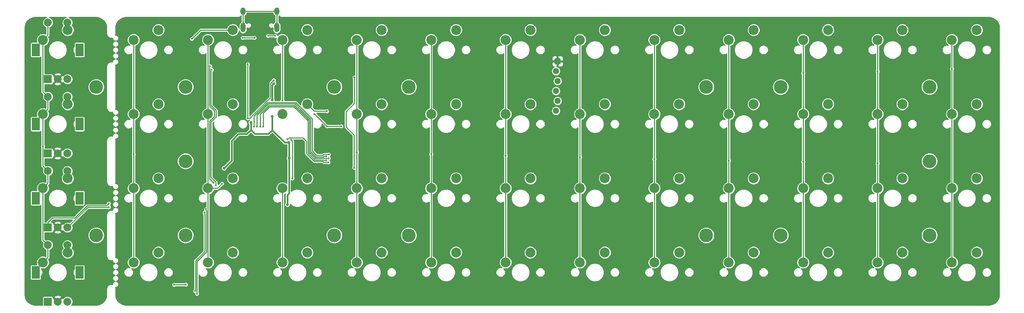
<source format=gtl>
G04 #@! TF.GenerationSoftware,KiCad,Pcbnew,(5.1.4-0)*
G04 #@! TF.CreationDate,2021-05-08T11:21:02-05:00*
G04 #@! TF.ProjectId,ori,6f72692e-6b69-4636-9164-5f7063625858,rev?*
G04 #@! TF.SameCoordinates,Original*
G04 #@! TF.FileFunction,Copper,L1,Top*
G04 #@! TF.FilePolarity,Positive*
%FSLAX46Y46*%
G04 Gerber Fmt 4.6, Leading zero omitted, Abs format (unit mm)*
G04 Created by KiCad (PCBNEW (5.1.4-0)) date 2021-05-08 11:21:02*
%MOMM*%
%LPD*%
G04 APERTURE LIST*
%ADD10C,2.540000*%
%ADD11R,2.000000X2.000000*%
%ADD12C,2.000000*%
%ADD13R,2.000000X3.200000*%
%ADD14C,0.100000*%
%ADD15C,1.600200*%
%ADD16O,1.300000X2.400000*%
%ADD17O,1.300000X1.900000*%
%ADD18C,3.500000*%
%ADD19C,0.500000*%
%ADD20C,0.700000*%
%ADD21C,0.250000*%
%ADD22C,0.400000*%
G04 APERTURE END LIST*
D10*
X121260799Y-50634602D03*
X127610799Y-48094602D03*
X60080488Y-107634312D03*
X66430488Y-105094312D03*
D11*
X61365088Y-98687062D03*
D12*
X63865088Y-98687062D03*
X66365088Y-98687062D03*
D13*
X58265088Y-91187062D03*
X69465088Y-91187062D03*
D12*
X61365088Y-84187062D03*
X66365088Y-84187062D03*
D10*
X60080488Y-69634412D03*
X66430488Y-67094412D03*
D11*
X61365088Y-79687112D03*
D12*
X63865088Y-79687112D03*
X66365088Y-79687112D03*
D13*
X58265088Y-72187112D03*
X69465088Y-72187112D03*
D12*
X61365088Y-65187112D03*
X66365088Y-65187112D03*
D11*
X61365088Y-117687012D03*
D12*
X63865088Y-117687012D03*
X66365088Y-117687012D03*
D13*
X58265088Y-110187012D03*
X69465088Y-110187012D03*
D12*
X61365088Y-103187012D03*
X66365088Y-103187012D03*
D11*
X61365088Y-60687162D03*
D12*
X63865088Y-60687162D03*
X66365088Y-60687162D03*
D13*
X58265088Y-53187162D03*
X69465088Y-53187162D03*
D12*
X61365088Y-46187162D03*
X66365088Y-46187162D03*
D14*
G36*
X191985662Y-55301826D02*
G01*
X192024496Y-55307587D01*
X192062578Y-55317126D01*
X192099543Y-55330352D01*
X192135032Y-55347137D01*
X192168706Y-55367321D01*
X192200239Y-55390707D01*
X192229328Y-55417072D01*
X192255693Y-55446161D01*
X192279079Y-55477694D01*
X192299263Y-55511368D01*
X192316048Y-55546857D01*
X192329274Y-55583822D01*
X192338813Y-55621904D01*
X192344574Y-55660738D01*
X192346500Y-55699950D01*
X192346500Y-56500050D01*
X192344574Y-56539262D01*
X192338813Y-56578096D01*
X192329274Y-56616178D01*
X192316048Y-56653143D01*
X192299263Y-56688632D01*
X192279079Y-56722306D01*
X192255693Y-56753839D01*
X192229328Y-56782928D01*
X192200239Y-56809293D01*
X192168706Y-56832679D01*
X192135032Y-56852863D01*
X192099543Y-56869648D01*
X192062578Y-56882874D01*
X192024496Y-56892413D01*
X191985662Y-56898174D01*
X191946450Y-56900100D01*
X191146350Y-56900100D01*
X191107138Y-56898174D01*
X191068304Y-56892413D01*
X191030222Y-56882874D01*
X190993257Y-56869648D01*
X190957768Y-56852863D01*
X190924094Y-56832679D01*
X190892561Y-56809293D01*
X190863472Y-56782928D01*
X190837107Y-56753839D01*
X190813721Y-56722306D01*
X190793537Y-56688632D01*
X190776752Y-56653143D01*
X190763526Y-56616178D01*
X190753987Y-56578096D01*
X190748226Y-56539262D01*
X190746300Y-56500050D01*
X190746300Y-55699950D01*
X190748226Y-55660738D01*
X190753987Y-55621904D01*
X190763526Y-55583822D01*
X190776752Y-55546857D01*
X190793537Y-55511368D01*
X190813721Y-55477694D01*
X190837107Y-55446161D01*
X190863472Y-55417072D01*
X190892561Y-55390707D01*
X190924094Y-55367321D01*
X190957768Y-55347137D01*
X190993257Y-55330352D01*
X191030222Y-55317126D01*
X191068304Y-55307587D01*
X191107138Y-55301826D01*
X191146350Y-55299900D01*
X191946450Y-55299900D01*
X191985662Y-55301826D01*
X191985662Y-55301826D01*
G37*
D15*
X191546400Y-56100000D03*
X191140000Y-58640000D03*
X191546400Y-61180000D03*
X191140000Y-63720000D03*
X191546400Y-66260000D03*
X191140000Y-68800000D03*
D16*
X111219999Y-47458627D03*
D17*
X111219999Y-43258627D03*
X119819999Y-43258627D03*
D16*
X119819999Y-47458627D03*
X111219999Y-47458627D03*
D10*
X60080488Y-50634462D03*
X66430488Y-48094462D03*
X60080488Y-88634362D03*
X66430488Y-86094362D03*
X83260799Y-50634602D03*
X89610799Y-48094602D03*
X102260799Y-50634602D03*
X108610799Y-48094602D03*
X146610799Y-48094602D03*
X140260799Y-50634602D03*
X159260219Y-50634462D03*
X165610219Y-48094462D03*
X178260169Y-50634462D03*
X184610169Y-48094462D03*
X197260119Y-50634602D03*
X203610119Y-48094602D03*
X216260799Y-50634602D03*
X222610799Y-48094602D03*
X235260799Y-50634602D03*
X241610799Y-48094602D03*
X254259969Y-50634462D03*
X260609969Y-48094462D03*
X273259919Y-50634462D03*
X279609919Y-48094462D03*
X292259869Y-50634462D03*
X298609869Y-48094462D03*
X83260799Y-69634602D03*
X89610799Y-67094602D03*
X102260799Y-69634602D03*
X108610799Y-67094602D03*
X121260799Y-69634602D03*
X127610799Y-67094602D03*
X140260799Y-69634602D03*
X146610799Y-67094602D03*
X159260799Y-69634602D03*
X165610799Y-67094602D03*
X178260799Y-69634602D03*
X184610799Y-67094602D03*
X197260119Y-69634602D03*
X203610119Y-67094602D03*
X216235400Y-69647300D03*
X222585400Y-67107300D03*
X235260799Y-69634602D03*
X241610799Y-67094602D03*
X254259969Y-69634412D03*
X260609969Y-67094412D03*
X273259919Y-69634412D03*
X279609919Y-67094412D03*
X292259869Y-69634412D03*
X298609869Y-67094412D03*
X83260799Y-88634602D03*
X89610799Y-86094602D03*
X102260799Y-88634602D03*
X108610799Y-86094602D03*
X121260799Y-88634602D03*
X127610799Y-86094602D03*
X140260269Y-88634362D03*
X146610269Y-86094362D03*
X159260219Y-88634362D03*
X165610219Y-86094362D03*
X178260169Y-88634362D03*
X184610169Y-86094362D03*
X216260069Y-88634602D03*
X222610069Y-86094602D03*
X235260019Y-88634362D03*
X241610019Y-86094362D03*
X254259969Y-88634362D03*
X260609969Y-86094362D03*
X273259919Y-88634362D03*
X279609919Y-86094362D03*
X83260419Y-107634602D03*
X89610419Y-105094602D03*
X102260799Y-107634602D03*
X108610799Y-105094602D03*
X121260799Y-107634602D03*
X127610799Y-105094602D03*
X140260269Y-107634312D03*
X146610269Y-105094312D03*
X159260799Y-107634602D03*
X165610799Y-105094602D03*
X178260169Y-107634312D03*
X184610169Y-105094312D03*
X216260069Y-107634312D03*
X222610069Y-105094312D03*
X235260019Y-107634312D03*
X241610019Y-105094312D03*
X254259969Y-107634312D03*
X260609969Y-105094312D03*
X273259919Y-107634312D03*
X279609919Y-105094312D03*
X197260119Y-88634362D03*
X203610119Y-86094362D03*
X197260119Y-107634312D03*
X203610119Y-105094312D03*
X292259869Y-88634362D03*
X298609869Y-86094362D03*
X292260799Y-107634602D03*
X298610799Y-105094602D03*
D18*
X96519999Y-81700000D03*
X134520000Y-62700000D03*
X134520000Y-100700000D03*
X248520000Y-62700000D03*
X248520000Y-100700000D03*
X286520000Y-81700000D03*
X73719663Y-62699837D03*
X73719663Y-100699737D03*
X96520000Y-62700000D03*
X96520000Y-100700000D03*
X229520000Y-100700000D03*
X153520000Y-100700000D03*
X153520000Y-62700000D03*
X229520000Y-62700000D03*
X286520000Y-100700000D03*
X286520000Y-62700000D03*
D19*
X98150000Y-50350000D03*
X132650000Y-68900000D03*
D20*
X122950000Y-80900000D03*
X122900000Y-76950000D03*
X118650000Y-70200000D03*
X113200000Y-71800000D03*
X106350000Y-83500000D03*
X122550000Y-92800000D03*
X118650000Y-66000000D03*
X119050000Y-61800000D03*
D19*
X112400000Y-70700000D03*
X112400000Y-56850000D03*
X119050000Y-60950000D03*
X132650000Y-72750000D03*
X136300000Y-72750000D03*
X129450000Y-69600000D03*
X96600000Y-113300000D03*
X93600000Y-113350000D03*
X292259869Y-58009869D03*
X83260799Y-79960799D03*
X105832089Y-87467911D03*
X121250000Y-66154972D03*
X123450000Y-76205000D03*
X123800000Y-86100000D03*
X133100000Y-79980000D03*
X140260799Y-79439201D03*
X114000000Y-72850000D03*
X132450000Y-80485000D03*
X159260799Y-79889201D03*
X114800000Y-72850000D03*
X178260169Y-80310169D03*
X133050000Y-80990000D03*
X115600000Y-72850000D03*
X132450000Y-81495000D03*
X197260119Y-80689881D03*
X116400000Y-72850000D03*
X133000000Y-82000000D03*
X216260799Y-81160799D03*
X122550000Y-76100000D03*
X235260799Y-81539201D03*
X254259969Y-81840031D03*
X254259969Y-59159969D03*
X273259919Y-82240081D03*
X273259919Y-58709919D03*
X117600000Y-49600000D03*
X119450000Y-49600000D03*
X114150000Y-50100000D03*
X111100000Y-50100000D03*
X139650000Y-60250000D03*
X139600000Y-83395030D03*
X60080488Y-77899514D03*
X81300000Y-88900000D03*
X80550000Y-73000000D03*
X104100000Y-47050000D03*
X107150000Y-84850000D03*
X103550000Y-83850000D03*
X116300000Y-66550000D03*
X114000000Y-66550000D03*
X125700000Y-76800000D03*
X126700000Y-79900000D03*
X81100000Y-50950000D03*
D20*
X116850000Y-53250000D03*
D19*
X76350000Y-88450000D03*
X74190002Y-72550000D03*
X75750000Y-49875000D03*
X102765799Y-57355000D03*
X103700000Y-87250000D03*
X104300000Y-87905000D03*
X103200000Y-58300000D03*
X101755799Y-93950000D03*
X99450000Y-115650000D03*
X76900000Y-92550000D03*
X76900000Y-93500000D03*
X101375789Y-94850000D03*
X98945000Y-114950000D03*
D21*
X100405398Y-48094602D02*
X108610799Y-48094602D01*
X98150000Y-50350000D02*
X100405398Y-48094602D01*
X129416197Y-68900000D02*
X127610799Y-67094602D01*
X132650000Y-68900000D02*
X129416197Y-68900000D01*
D22*
X122950000Y-77000000D02*
X122900000Y-76950000D01*
X122950000Y-80900000D02*
X122950000Y-77000000D01*
X110000000Y-74750000D02*
X108300000Y-76450000D01*
X108300000Y-81550000D02*
X106350000Y-83500000D01*
X108300000Y-76450000D02*
X108300000Y-81550000D01*
X122950000Y-80900000D02*
X122950000Y-89950000D01*
X122550000Y-90350000D02*
X122550000Y-92800000D01*
X122950000Y-89950000D02*
X122550000Y-90350000D01*
X118650000Y-66000000D02*
X118650000Y-62500000D01*
X112050000Y-74750000D02*
X110000000Y-74750000D01*
X113200000Y-73700000D02*
X113200000Y-71800000D01*
X112150000Y-74750000D02*
X113200000Y-73700000D01*
X112050000Y-74750000D02*
X112150000Y-74750000D01*
X114250000Y-74750000D02*
X113200000Y-73700000D01*
X117650000Y-74750000D02*
X114250000Y-74750000D01*
X118650000Y-73750000D02*
X117650000Y-74750000D01*
X118650000Y-70200000D02*
X118650000Y-73750000D01*
X121850000Y-76950000D02*
X118650000Y-73750000D01*
X122900000Y-76950000D02*
X121850000Y-76950000D01*
X118650000Y-62200000D02*
X119050000Y-61800000D01*
X118650000Y-62500000D02*
X118650000Y-62200000D01*
D21*
X112400000Y-70700000D02*
X112400000Y-56850000D01*
X117320381Y-66279962D02*
X112900343Y-70700000D01*
X118194990Y-65405354D02*
X117320381Y-66279962D01*
X118194990Y-62609608D02*
X118194990Y-65405354D01*
X112900343Y-70700000D02*
X112400000Y-70700000D01*
X118194990Y-62609608D02*
X118194990Y-61755010D01*
X119000000Y-60950000D02*
X119050000Y-60950000D01*
X118194990Y-61755010D02*
X119000000Y-60950000D01*
X132650000Y-72750000D02*
X136300000Y-72750000D01*
X129500000Y-69600000D02*
X129450000Y-69600000D01*
X132650000Y-72750000D02*
X129500000Y-69600000D01*
X93650000Y-113300000D02*
X93600000Y-113350000D01*
X96600000Y-113300000D02*
X93650000Y-113300000D01*
X292259869Y-107633672D02*
X292260799Y-107634602D01*
X292259869Y-50634462D02*
X292259869Y-58009869D01*
X292259869Y-58009869D02*
X292259869Y-107633672D01*
X83260799Y-107634222D02*
X83260419Y-107634602D01*
X83260799Y-50634602D02*
X83260799Y-79539201D01*
X83260799Y-79960799D02*
X83260799Y-107634222D01*
X83260799Y-79539201D02*
X83260799Y-79960799D01*
X102260799Y-69634602D02*
X102260799Y-50634602D01*
X102260799Y-69634602D02*
X102260799Y-88634602D01*
X102260799Y-88634602D02*
X102260799Y-107634602D01*
X104665398Y-88634602D02*
X105832089Y-87467911D01*
X102260799Y-88634602D02*
X104665398Y-88634602D01*
X121260799Y-107634602D02*
X121260799Y-88634602D01*
X121250000Y-50645401D02*
X121260799Y-50634602D01*
X121250000Y-66154972D02*
X121250000Y-50645401D01*
X123799999Y-76554999D02*
X123450000Y-76205000D01*
X123800000Y-85750002D02*
X123799999Y-85750001D01*
X123800000Y-86100000D02*
X123800000Y-85750002D01*
X123799999Y-85750001D02*
X123799999Y-76554999D01*
X123799999Y-85950001D02*
X123799999Y-85750001D01*
X140260799Y-107633782D02*
X140260269Y-107634312D01*
X140260799Y-50634602D02*
X140260799Y-79439201D01*
X140260799Y-79439201D02*
X140260799Y-107633782D01*
X114000000Y-70137756D02*
X114000000Y-72850000D01*
X117477786Y-66659971D02*
X114000000Y-70137756D01*
X128900000Y-70887755D02*
X124672217Y-66659972D01*
X131792575Y-79980000D02*
X131542595Y-80229980D01*
X128900000Y-79100000D02*
X128900000Y-70887755D01*
X131542595Y-80229980D02*
X130029980Y-80229980D01*
X124672217Y-66659972D02*
X117477786Y-66659971D01*
X130029980Y-80229980D02*
X128900000Y-79100000D01*
X133100000Y-79980000D02*
X131792575Y-79980000D01*
X159260799Y-50635042D02*
X159260219Y-50634462D01*
X159260799Y-79889201D02*
X159260799Y-50635042D01*
X159260799Y-107634602D02*
X159260799Y-79889201D01*
X114800000Y-69875170D02*
X114800000Y-72850000D01*
X117635190Y-67039980D02*
X114800000Y-69875170D01*
X126050000Y-68575169D02*
X124514812Y-67039981D01*
X126050000Y-68575172D02*
X126050000Y-68575169D01*
X124514812Y-67039981D02*
X117635190Y-67039980D01*
X128519990Y-71045162D02*
X126050000Y-68575172D01*
X132450000Y-80485000D02*
X131824990Y-80485000D01*
X131700000Y-80609990D02*
X129872575Y-80609990D01*
X131824990Y-80485000D02*
X131700000Y-80609990D01*
X128519990Y-79257405D02*
X128519990Y-71045162D01*
X129872575Y-80609990D02*
X128519990Y-79257405D01*
X178260169Y-50634462D02*
X178260169Y-107634312D01*
X115600000Y-69612585D02*
X115600000Y-72850000D01*
X128139980Y-71202566D02*
X124357405Y-67419990D01*
X124357405Y-67419990D02*
X117792595Y-67419990D01*
X117792595Y-67419990D02*
X115600000Y-69612585D01*
X128139980Y-79414810D02*
X128139980Y-71202566D01*
X129715170Y-80990000D02*
X128139980Y-79414810D01*
X133050000Y-80990000D02*
X129715170Y-80990000D01*
X197260119Y-50634602D02*
X197260119Y-107634312D01*
X116400000Y-69350000D02*
X116400000Y-72850000D01*
X117950000Y-67800000D02*
X116400000Y-69350000D01*
X124200000Y-67800000D02*
X117950000Y-67800000D01*
X127759970Y-71359970D02*
X124200000Y-67800000D01*
X127759970Y-79572215D02*
X127759970Y-71359970D01*
X129557766Y-81370010D02*
X127759970Y-79572215D01*
X131700000Y-81370010D02*
X129557766Y-81370010D01*
X131824990Y-81495000D02*
X131700000Y-81370010D01*
X132450000Y-81495000D02*
X131824990Y-81495000D01*
X216260799Y-107633582D02*
X216260069Y-107634312D01*
X216260799Y-81160799D02*
X216260799Y-107633582D01*
X216260799Y-50634602D02*
X216260799Y-81160799D01*
X131792575Y-82000000D02*
X133000000Y-82000000D01*
X131542595Y-81750020D02*
X131792575Y-82000000D01*
X127379960Y-79729620D02*
X129400361Y-81750020D01*
X127379960Y-76529960D02*
X127379960Y-79729620D01*
X126550000Y-75700000D02*
X127379960Y-76529960D01*
X129400361Y-81750020D02*
X131542595Y-81750020D01*
X122950000Y-75700000D02*
X126550000Y-75700000D01*
X122550000Y-76100000D02*
X122950000Y-75700000D01*
X235260799Y-107633532D02*
X235260019Y-107634312D01*
X235260799Y-81539201D02*
X235260799Y-107633532D01*
X235260799Y-50634602D02*
X235260799Y-81539201D01*
X254259969Y-81840031D02*
X254259969Y-107634312D01*
X254259969Y-59159969D02*
X254259969Y-81840031D01*
X254259969Y-50634462D02*
X254259969Y-59159969D01*
X273259919Y-91541096D02*
X273259919Y-107634312D01*
X273259919Y-82240081D02*
X273259919Y-91541096D01*
X273259919Y-58709919D02*
X273259919Y-82240081D01*
X273259919Y-50634462D02*
X273259919Y-58709919D01*
X117600000Y-49600000D02*
X119450000Y-49600000D01*
X114150000Y-50100000D02*
X111100000Y-50100000D01*
X139650000Y-60250000D02*
X139650000Y-66850000D01*
X139650000Y-66850000D02*
X137500000Y-69000000D01*
X137500000Y-69000000D02*
X137500000Y-72950000D01*
X139600000Y-75050000D02*
X139600000Y-83395030D01*
X137500000Y-72950000D02*
X139600000Y-75050000D01*
X66365088Y-105028912D02*
X66430488Y-105094312D01*
X66365088Y-103187012D02*
X66365088Y-105028912D01*
X60080488Y-63902512D02*
X61365088Y-65187112D01*
X60080488Y-50634462D02*
X60080488Y-63902512D01*
X61365088Y-68349812D02*
X60080488Y-69634412D01*
X61365088Y-65187112D02*
X61365088Y-68349812D01*
X60080488Y-82902462D02*
X61365088Y-84187062D01*
X61365088Y-87349762D02*
X60080488Y-88634362D01*
X61365088Y-84187062D02*
X61365088Y-87349762D01*
X60080488Y-101902412D02*
X61365088Y-103187012D01*
X60080488Y-88634362D02*
X60080488Y-101902412D01*
X61365088Y-106349712D02*
X60080488Y-107634312D01*
X61365088Y-103187012D02*
X61365088Y-106349712D01*
X61365088Y-49349862D02*
X60080488Y-50634462D01*
X61365088Y-46187162D02*
X61365088Y-49349862D01*
X60080488Y-69634412D02*
X60080488Y-77200486D01*
X60080488Y-77899514D02*
X60080488Y-82902462D01*
X60080488Y-77200486D02*
X60080488Y-77899514D01*
X107150000Y-84850000D02*
X104100000Y-84850000D01*
X103550000Y-84300000D02*
X103550000Y-83850000D01*
X104100000Y-84850000D02*
X103550000Y-84300000D01*
X116300000Y-66550000D02*
X114000000Y-66550000D01*
X125700000Y-76800000D02*
X125700000Y-77650000D01*
X126700000Y-78650000D02*
X126700000Y-79900000D01*
X125700000Y-77650000D02*
X126700000Y-78650000D01*
X75750000Y-49875000D02*
X76825000Y-50950000D01*
X76825000Y-50950000D02*
X81075000Y-50950000D01*
D22*
X116300000Y-66550000D02*
X117739980Y-65110020D01*
X117739980Y-54139980D02*
X116850000Y-53250000D01*
X117739980Y-65110020D02*
X117739980Y-54139980D01*
D21*
X76800000Y-88900000D02*
X76350000Y-88450000D01*
X81300000Y-88900000D02*
X76800000Y-88900000D01*
X74640002Y-73000000D02*
X74190002Y-72550000D01*
X80550000Y-73000000D02*
X74640002Y-73000000D01*
X119819999Y-47458627D02*
X119819999Y-43258627D01*
X119819999Y-43258627D02*
X111219999Y-43258627D01*
X111219999Y-43258627D02*
X111219999Y-47458627D01*
X102640809Y-57479990D02*
X102765799Y-57355000D01*
X102640809Y-67540809D02*
X102640809Y-57479990D01*
X103950000Y-68850000D02*
X102640809Y-67540809D01*
X103950000Y-70202403D02*
X103950000Y-68850000D01*
X102640809Y-71511594D02*
X103950000Y-70202403D01*
X102640809Y-86190809D02*
X102640809Y-71511594D01*
X103700000Y-87250000D02*
X102640809Y-86190809D01*
X104300000Y-87102598D02*
X103020819Y-85823417D01*
X104300000Y-87905000D02*
X104300000Y-87102598D01*
X103020819Y-85823417D02*
X103020819Y-71668998D01*
X104330010Y-68692595D02*
X103020819Y-67383404D01*
X104330010Y-70359808D02*
X104330010Y-68692595D01*
X103020819Y-71668998D02*
X104330010Y-70359808D01*
X103020819Y-58479181D02*
X103200000Y-58300000D01*
X103020819Y-67383404D02*
X103020819Y-58479181D01*
X101755799Y-94303553D02*
X101880789Y-94428543D01*
X101755799Y-93950000D02*
X101755799Y-94303553D01*
X101880789Y-94428543D02*
X101880789Y-104919211D01*
X99450000Y-107350000D02*
X99450000Y-115450000D01*
X101880789Y-104919211D02*
X99450000Y-107350000D01*
X99450000Y-115450000D02*
X99450000Y-115650000D01*
X68264736Y-96250000D02*
X71394745Y-93119990D01*
X76330010Y-93119990D02*
X76900000Y-92550000D01*
X62552150Y-96250000D02*
X68264736Y-96250000D01*
X71394745Y-93119990D02*
X76330010Y-93119990D01*
X61365088Y-97437062D02*
X62552150Y-96250000D01*
X61365088Y-98687062D02*
X61365088Y-97437062D01*
X72692148Y-93500000D02*
X76900000Y-93500000D01*
X71552150Y-93500000D02*
X72692148Y-93500000D01*
X66365088Y-98687062D02*
X71552150Y-93500000D01*
X101375789Y-95203553D02*
X101500000Y-95327764D01*
X101375789Y-94850000D02*
X101375789Y-95203553D01*
X101500000Y-96450000D02*
X101500779Y-96450779D01*
X101500000Y-95327764D02*
X101500000Y-96450000D01*
X101500779Y-104761807D02*
X99069990Y-107192595D01*
X101500779Y-96450779D02*
X101500779Y-104761807D01*
X99069990Y-114825010D02*
X98945000Y-114950000D01*
X99069990Y-107192595D02*
X99069990Y-114825010D01*
X66365088Y-48029062D02*
X66430488Y-48094462D01*
X66365088Y-46187162D02*
X66365088Y-48029062D01*
X66365088Y-67029012D02*
X66430488Y-67094412D01*
X66365088Y-65187112D02*
X66365088Y-67029012D01*
X66365088Y-86028962D02*
X66430488Y-86094362D01*
X66365088Y-84187062D02*
X66365088Y-86028962D01*
G36*
X118809830Y-43759562D02*
G01*
X118868442Y-43952775D01*
X118963620Y-44130842D01*
X119091709Y-44286918D01*
X119247785Y-44415007D01*
X119320000Y-44453606D01*
X119319999Y-46013647D01*
X119247784Y-46052247D01*
X119091708Y-46180336D01*
X118963619Y-46336412D01*
X118916635Y-46424313D01*
X118856223Y-46363901D01*
X118741573Y-46287295D01*
X118614181Y-46234528D01*
X118478943Y-46207627D01*
X118341055Y-46207627D01*
X118205817Y-46234528D01*
X118078425Y-46287295D01*
X117963775Y-46363901D01*
X117866273Y-46461403D01*
X117789667Y-46576053D01*
X117736900Y-46703445D01*
X117709999Y-46838683D01*
X117709999Y-46976571D01*
X117736900Y-47111809D01*
X117789667Y-47239201D01*
X117866273Y-47353851D01*
X117963775Y-47451353D01*
X118078425Y-47527959D01*
X118205817Y-47580726D01*
X118341055Y-47607627D01*
X118478943Y-47607627D01*
X118614181Y-47580726D01*
X118741573Y-47527959D01*
X118795000Y-47492261D01*
X118795000Y-48058978D01*
X118809831Y-48209562D01*
X118868442Y-48402775D01*
X118963620Y-48580842D01*
X119091709Y-48736918D01*
X119247785Y-48865007D01*
X119425852Y-48960185D01*
X119474690Y-48975000D01*
X119388443Y-48975000D01*
X119267694Y-48999019D01*
X119153952Y-49046132D01*
X119073333Y-49100000D01*
X117976667Y-49100000D01*
X117896048Y-49046132D01*
X117782306Y-48999019D01*
X117661557Y-48975000D01*
X117538443Y-48975000D01*
X117417694Y-48999019D01*
X117303952Y-49046132D01*
X117201586Y-49114531D01*
X117114531Y-49201586D01*
X117046132Y-49303952D01*
X116999019Y-49417694D01*
X116975000Y-49538443D01*
X116975000Y-49661557D01*
X116999019Y-49782306D01*
X117046132Y-49896048D01*
X117114531Y-49998414D01*
X117201586Y-50085469D01*
X117303952Y-50153868D01*
X117417694Y-50200981D01*
X117538443Y-50225000D01*
X117661557Y-50225000D01*
X117782306Y-50200981D01*
X117896048Y-50153868D01*
X117976667Y-50100000D01*
X119073333Y-50100000D01*
X119153952Y-50153868D01*
X119267694Y-50200981D01*
X119388443Y-50225000D01*
X119511557Y-50225000D01*
X119632306Y-50200981D01*
X119673193Y-50184045D01*
X119615799Y-50472584D01*
X119615799Y-50796620D01*
X119679016Y-51114431D01*
X119803019Y-51413801D01*
X119983044Y-51683228D01*
X120212173Y-51912357D01*
X120332279Y-51992609D01*
X120111540Y-51948702D01*
X119870058Y-51948702D01*
X119633217Y-51995812D01*
X119410117Y-52088223D01*
X119209333Y-52222383D01*
X119038580Y-52393136D01*
X118904420Y-52593920D01*
X118812009Y-52817020D01*
X118764899Y-53053861D01*
X118764899Y-53295343D01*
X118812009Y-53532184D01*
X118904420Y-53755284D01*
X119038580Y-53956068D01*
X119209333Y-54126821D01*
X119410117Y-54260981D01*
X119633217Y-54353392D01*
X119870058Y-54400502D01*
X120111540Y-54400502D01*
X120348381Y-54353392D01*
X120571481Y-54260981D01*
X120750001Y-54141698D01*
X120750000Y-65778305D01*
X120696132Y-65858924D01*
X120649019Y-65972666D01*
X120625000Y-66093415D01*
X120625000Y-66159972D01*
X119357384Y-66159972D01*
X119375000Y-66071406D01*
X119375000Y-65928594D01*
X119347139Y-65788525D01*
X119292487Y-65656584D01*
X119225000Y-65555583D01*
X119225000Y-62504394D01*
X119261475Y-62497139D01*
X119393416Y-62442487D01*
X119512161Y-62363144D01*
X119613144Y-62262161D01*
X119692487Y-62143416D01*
X119747139Y-62011475D01*
X119775000Y-61871406D01*
X119775000Y-61728594D01*
X119747139Y-61588525D01*
X119692487Y-61456584D01*
X119613144Y-61337839D01*
X119570817Y-61295512D01*
X119603868Y-61246048D01*
X119650981Y-61132306D01*
X119675000Y-61011557D01*
X119675000Y-60888443D01*
X119650981Y-60767694D01*
X119603868Y-60653952D01*
X119535469Y-60551586D01*
X119448414Y-60464531D01*
X119346048Y-60396132D01*
X119232306Y-60349019D01*
X119111557Y-60325000D01*
X118988443Y-60325000D01*
X118867694Y-60349019D01*
X118753952Y-60396132D01*
X118651586Y-60464531D01*
X118564531Y-60551586D01*
X118496132Y-60653952D01*
X118449019Y-60767694D01*
X118442518Y-60800376D01*
X117858809Y-61384086D01*
X117839727Y-61399746D01*
X117777245Y-61475881D01*
X117740669Y-61544310D01*
X117730816Y-61562743D01*
X117702225Y-61656993D01*
X117692571Y-61755010D01*
X117694991Y-61779580D01*
X117694990Y-62585048D01*
X117694990Y-62585049D01*
X117694991Y-65198247D01*
X116984200Y-65909037D01*
X116984194Y-65909042D01*
X112900000Y-69993238D01*
X112900000Y-57226667D01*
X112953868Y-57146048D01*
X113000981Y-57032306D01*
X113025000Y-56911557D01*
X113025000Y-56788443D01*
X113000981Y-56667694D01*
X112953868Y-56553952D01*
X112885469Y-56451586D01*
X112798414Y-56364531D01*
X112696048Y-56296132D01*
X112582306Y-56249019D01*
X112461557Y-56225000D01*
X112338443Y-56225000D01*
X112217694Y-56249019D01*
X112103952Y-56296132D01*
X112001586Y-56364531D01*
X111914531Y-56451586D01*
X111846132Y-56553952D01*
X111799019Y-56667694D01*
X111775000Y-56788443D01*
X111775000Y-56911557D01*
X111799019Y-57032306D01*
X111846132Y-57146048D01*
X111900001Y-57226668D01*
X111900000Y-70323333D01*
X111846132Y-70403952D01*
X111799019Y-70517694D01*
X111775000Y-70638443D01*
X111775000Y-70761557D01*
X111799019Y-70882306D01*
X111846132Y-70996048D01*
X111914531Y-71098414D01*
X112001586Y-71185469D01*
X112103952Y-71253868D01*
X112217694Y-71300981D01*
X112338443Y-71325000D01*
X112461557Y-71325000D01*
X112582306Y-71300981D01*
X112696048Y-71253868D01*
X112776667Y-71200000D01*
X112792998Y-71200000D01*
X112737839Y-71236856D01*
X112636856Y-71337839D01*
X112557513Y-71456584D01*
X112502861Y-71588525D01*
X112475000Y-71728594D01*
X112475000Y-71871406D01*
X112502861Y-72011475D01*
X112557513Y-72143416D01*
X112625001Y-72244418D01*
X112625000Y-73461827D01*
X111911828Y-74175000D01*
X110028242Y-74175000D01*
X109999999Y-74172218D01*
X109971756Y-74175000D01*
X109971754Y-74175000D01*
X109887280Y-74183320D01*
X109778892Y-74216199D01*
X109679001Y-74269592D01*
X109658287Y-74286592D01*
X109591446Y-74341446D01*
X109573441Y-74363386D01*
X107913393Y-76023435D01*
X107891446Y-76041446D01*
X107851753Y-76089814D01*
X107819592Y-76129002D01*
X107775102Y-76212237D01*
X107766199Y-76228893D01*
X107733320Y-76337281D01*
X107726180Y-76409777D01*
X107722218Y-76450000D01*
X107725000Y-76478243D01*
X107725001Y-81311826D01*
X106257665Y-82779163D01*
X106138525Y-82802861D01*
X106006584Y-82857513D01*
X105887839Y-82936856D01*
X105786856Y-83037839D01*
X105707513Y-83156584D01*
X105652861Y-83288525D01*
X105625000Y-83428594D01*
X105625000Y-83571406D01*
X105652861Y-83711475D01*
X105707513Y-83843416D01*
X105786856Y-83962161D01*
X105887839Y-84063144D01*
X106006584Y-84142487D01*
X106138525Y-84197139D01*
X106278594Y-84225000D01*
X106421406Y-84225000D01*
X106561475Y-84197139D01*
X106693416Y-84142487D01*
X106812161Y-84063144D01*
X106913144Y-83962161D01*
X106992487Y-83843416D01*
X107047139Y-83711475D01*
X107070837Y-83592335D01*
X108686612Y-81976561D01*
X108708554Y-81958554D01*
X108755304Y-81901588D01*
X108780408Y-81870999D01*
X108808900Y-81817694D01*
X108833801Y-81771108D01*
X108866680Y-81662720D01*
X108875000Y-81578246D01*
X108875000Y-81578244D01*
X108877782Y-81550001D01*
X108875000Y-81521758D01*
X108875000Y-76688172D01*
X110238173Y-75325000D01*
X112121757Y-75325000D01*
X112150000Y-75327782D01*
X112178243Y-75325000D01*
X112178246Y-75325000D01*
X112262720Y-75316680D01*
X112371108Y-75283801D01*
X112470998Y-75230408D01*
X112558554Y-75158554D01*
X112576565Y-75136607D01*
X113200000Y-74513173D01*
X113823439Y-75136612D01*
X113841446Y-75158554D01*
X113863386Y-75176559D01*
X113929001Y-75230408D01*
X114023712Y-75281032D01*
X114028892Y-75283801D01*
X114137280Y-75316680D01*
X114221754Y-75325000D01*
X114221756Y-75325000D01*
X114249999Y-75327782D01*
X114278242Y-75325000D01*
X117621757Y-75325000D01*
X117650000Y-75327782D01*
X117678243Y-75325000D01*
X117678246Y-75325000D01*
X117762720Y-75316680D01*
X117871108Y-75283801D01*
X117970998Y-75230408D01*
X118058554Y-75158554D01*
X118076565Y-75136607D01*
X118650000Y-74563172D01*
X121423439Y-77336612D01*
X121441446Y-77358554D01*
X121463386Y-77376559D01*
X121529001Y-77430408D01*
X121563796Y-77449006D01*
X121628892Y-77483801D01*
X121737280Y-77516680D01*
X121821754Y-77525000D01*
X121821756Y-77525000D01*
X121849999Y-77527782D01*
X121878242Y-77525000D01*
X122375001Y-77525000D01*
X122375000Y-80455583D01*
X122307513Y-80556584D01*
X122252861Y-80688525D01*
X122225000Y-80828594D01*
X122225000Y-80971406D01*
X122252861Y-81111475D01*
X122307513Y-81243416D01*
X122375000Y-81344417D01*
X122375001Y-87422423D01*
X122309425Y-87356847D01*
X122039998Y-87176822D01*
X121740628Y-87052819D01*
X121422817Y-86989602D01*
X121098781Y-86989602D01*
X120780970Y-87052819D01*
X120481600Y-87176822D01*
X120212173Y-87356847D01*
X119983044Y-87585976D01*
X119803019Y-87855403D01*
X119679016Y-88154773D01*
X119615799Y-88472584D01*
X119615799Y-88796620D01*
X119679016Y-89114431D01*
X119803019Y-89413801D01*
X119983044Y-89683228D01*
X120212173Y-89912357D01*
X120332279Y-89992609D01*
X120111540Y-89948702D01*
X119870058Y-89948702D01*
X119633217Y-89995812D01*
X119410117Y-90088223D01*
X119209333Y-90222383D01*
X119038580Y-90393136D01*
X118904420Y-90593920D01*
X118812009Y-90817020D01*
X118764899Y-91053861D01*
X118764899Y-91295343D01*
X118812009Y-91532184D01*
X118904420Y-91755284D01*
X119038580Y-91956068D01*
X119209333Y-92126821D01*
X119410117Y-92260981D01*
X119633217Y-92353392D01*
X119870058Y-92400502D01*
X120111540Y-92400502D01*
X120348381Y-92353392D01*
X120571481Y-92260981D01*
X120760800Y-92134482D01*
X120760799Y-106061174D01*
X120481600Y-106176822D01*
X120212173Y-106356847D01*
X119983044Y-106585976D01*
X119803019Y-106855403D01*
X119679016Y-107154773D01*
X119615799Y-107472584D01*
X119615799Y-107796620D01*
X119679016Y-108114431D01*
X119803019Y-108413801D01*
X119983044Y-108683228D01*
X120212173Y-108912357D01*
X120332279Y-108992609D01*
X120111540Y-108948702D01*
X119870058Y-108948702D01*
X119633217Y-108995812D01*
X119410117Y-109088223D01*
X119209333Y-109222383D01*
X119038580Y-109393136D01*
X118904420Y-109593920D01*
X118812009Y-109817020D01*
X118764899Y-110053861D01*
X118764899Y-110295343D01*
X118812009Y-110532184D01*
X118904420Y-110755284D01*
X119038580Y-110956068D01*
X119209333Y-111126821D01*
X119410117Y-111260981D01*
X119633217Y-111353392D01*
X119870058Y-111400502D01*
X120111540Y-111400502D01*
X120348381Y-111353392D01*
X120571481Y-111260981D01*
X120772265Y-111126821D01*
X120943018Y-110956068D01*
X121077178Y-110755284D01*
X121169589Y-110532184D01*
X121216699Y-110295343D01*
X121216699Y-110053861D01*
X121194307Y-109941286D01*
X122701899Y-109941286D01*
X122701899Y-110407918D01*
X122792935Y-110865585D01*
X122971507Y-111296697D01*
X123230754Y-111684688D01*
X123560713Y-112014647D01*
X123948704Y-112273894D01*
X124379816Y-112452466D01*
X124837483Y-112543502D01*
X125304115Y-112543502D01*
X125761782Y-112452466D01*
X126192894Y-112273894D01*
X126580885Y-112014647D01*
X126910844Y-111684688D01*
X127170091Y-111296697D01*
X127348663Y-110865585D01*
X127439699Y-110407918D01*
X127439699Y-110053861D01*
X128924899Y-110053861D01*
X128924899Y-110295343D01*
X128972009Y-110532184D01*
X129064420Y-110755284D01*
X129198580Y-110956068D01*
X129369333Y-111126821D01*
X129570117Y-111260981D01*
X129793217Y-111353392D01*
X130030058Y-111400502D01*
X130271540Y-111400502D01*
X130508381Y-111353392D01*
X130731481Y-111260981D01*
X130932265Y-111126821D01*
X131103018Y-110956068D01*
X131237178Y-110755284D01*
X131329589Y-110532184D01*
X131376699Y-110295343D01*
X131376699Y-110053861D01*
X131329589Y-109817020D01*
X131237178Y-109593920D01*
X131103018Y-109393136D01*
X130932265Y-109222383D01*
X130731481Y-109088223D01*
X130508381Y-108995812D01*
X130271540Y-108948702D01*
X130030058Y-108948702D01*
X129793217Y-108995812D01*
X129570117Y-109088223D01*
X129369333Y-109222383D01*
X129198580Y-109393136D01*
X129064420Y-109593920D01*
X128972009Y-109817020D01*
X128924899Y-110053861D01*
X127439699Y-110053861D01*
X127439699Y-109941286D01*
X127348663Y-109483619D01*
X127170091Y-109052507D01*
X126910844Y-108664516D01*
X126580885Y-108334557D01*
X126192894Y-108075310D01*
X125761782Y-107896738D01*
X125304115Y-107805702D01*
X124837483Y-107805702D01*
X124379816Y-107896738D01*
X123948704Y-108075310D01*
X123560713Y-108334557D01*
X123230754Y-108664516D01*
X122971507Y-109052507D01*
X122792935Y-109483619D01*
X122701899Y-109941286D01*
X121194307Y-109941286D01*
X121169589Y-109817020D01*
X121077178Y-109593920D01*
X120943018Y-109393136D01*
X120772265Y-109222383D01*
X120734450Y-109197116D01*
X120780970Y-109216385D01*
X121098781Y-109279602D01*
X121422817Y-109279602D01*
X121740628Y-109216385D01*
X122039998Y-109092382D01*
X122309425Y-108912357D01*
X122538554Y-108683228D01*
X122718579Y-108413801D01*
X122842582Y-108114431D01*
X122905799Y-107796620D01*
X122905799Y-107472584D01*
X122842582Y-107154773D01*
X122718579Y-106855403D01*
X122538554Y-106585976D01*
X122309425Y-106356847D01*
X122039998Y-106176822D01*
X121760799Y-106061174D01*
X121760799Y-104932584D01*
X125965799Y-104932584D01*
X125965799Y-105256620D01*
X126029016Y-105574431D01*
X126153019Y-105873801D01*
X126333044Y-106143228D01*
X126562173Y-106372357D01*
X126831600Y-106552382D01*
X127130970Y-106676385D01*
X127448781Y-106739602D01*
X127772817Y-106739602D01*
X128090628Y-106676385D01*
X128389998Y-106552382D01*
X128659425Y-106372357D01*
X128888554Y-106143228D01*
X129068579Y-105873801D01*
X129192582Y-105574431D01*
X129255799Y-105256620D01*
X129255799Y-104932584D01*
X129192582Y-104614773D01*
X129068579Y-104315403D01*
X128888554Y-104045976D01*
X128659425Y-103816847D01*
X128389998Y-103636822D01*
X128090628Y-103512819D01*
X127772817Y-103449602D01*
X127448781Y-103449602D01*
X127130970Y-103512819D01*
X126831600Y-103636822D01*
X126562173Y-103816847D01*
X126333044Y-104045976D01*
X126153019Y-104315403D01*
X126029016Y-104614773D01*
X125965799Y-104932584D01*
X121760799Y-104932584D01*
X121760799Y-100490706D01*
X132395000Y-100490706D01*
X132395000Y-100909294D01*
X132476663Y-101319840D01*
X132636849Y-101706565D01*
X132869405Y-102054609D01*
X133165391Y-102350595D01*
X133513435Y-102583151D01*
X133900160Y-102743337D01*
X134310706Y-102825000D01*
X134729294Y-102825000D01*
X135139840Y-102743337D01*
X135526565Y-102583151D01*
X135874609Y-102350595D01*
X136170595Y-102054609D01*
X136403151Y-101706565D01*
X136563337Y-101319840D01*
X136645000Y-100909294D01*
X136645000Y-100490706D01*
X136563337Y-100080160D01*
X136403151Y-99693435D01*
X136170595Y-99345391D01*
X135874609Y-99049405D01*
X135526565Y-98816849D01*
X135139840Y-98656663D01*
X134729294Y-98575000D01*
X134310706Y-98575000D01*
X133900160Y-98656663D01*
X133513435Y-98816849D01*
X133165391Y-99049405D01*
X132869405Y-99345391D01*
X132636849Y-99693435D01*
X132476663Y-100080160D01*
X132395000Y-100490706D01*
X121760799Y-100490706D01*
X121760799Y-90208030D01*
X122034497Y-90094661D01*
X122016199Y-90128893D01*
X121983320Y-90237281D01*
X121979152Y-90279602D01*
X121972218Y-90350000D01*
X121975000Y-90378243D01*
X121975001Y-92355582D01*
X121907513Y-92456584D01*
X121852861Y-92588525D01*
X121825000Y-92728594D01*
X121825000Y-92871406D01*
X121852861Y-93011475D01*
X121907513Y-93143416D01*
X121986856Y-93262161D01*
X122087839Y-93363144D01*
X122206584Y-93442487D01*
X122338525Y-93497139D01*
X122478594Y-93525000D01*
X122621406Y-93525000D01*
X122761475Y-93497139D01*
X122893416Y-93442487D01*
X123012161Y-93363144D01*
X123113144Y-93262161D01*
X123192487Y-93143416D01*
X123247139Y-93011475D01*
X123275000Y-92871406D01*
X123275000Y-92728934D01*
X123560713Y-93014647D01*
X123948704Y-93273894D01*
X124379816Y-93452466D01*
X124837483Y-93543502D01*
X125304115Y-93543502D01*
X125761782Y-93452466D01*
X126192894Y-93273894D01*
X126580885Y-93014647D01*
X126910844Y-92684688D01*
X127170091Y-92296697D01*
X127348663Y-91865585D01*
X127439699Y-91407918D01*
X127439699Y-91053861D01*
X128924899Y-91053861D01*
X128924899Y-91295343D01*
X128972009Y-91532184D01*
X129064420Y-91755284D01*
X129198580Y-91956068D01*
X129369333Y-92126821D01*
X129570117Y-92260981D01*
X129793217Y-92353392D01*
X130030058Y-92400502D01*
X130271540Y-92400502D01*
X130508381Y-92353392D01*
X130731481Y-92260981D01*
X130932265Y-92126821D01*
X131103018Y-91956068D01*
X131237178Y-91755284D01*
X131329589Y-91532184D01*
X131376699Y-91295343D01*
X131376699Y-91053861D01*
X131329589Y-90817020D01*
X131237178Y-90593920D01*
X131103018Y-90393136D01*
X130932265Y-90222383D01*
X130731481Y-90088223D01*
X130508381Y-89995812D01*
X130271540Y-89948702D01*
X130030058Y-89948702D01*
X129793217Y-89995812D01*
X129570117Y-90088223D01*
X129369333Y-90222383D01*
X129198580Y-90393136D01*
X129064420Y-90593920D01*
X128972009Y-90817020D01*
X128924899Y-91053861D01*
X127439699Y-91053861D01*
X127439699Y-90941286D01*
X127348663Y-90483619D01*
X127170091Y-90052507D01*
X126910844Y-89664516D01*
X126580885Y-89334557D01*
X126192894Y-89075310D01*
X125761782Y-88896738D01*
X125304115Y-88805702D01*
X124837483Y-88805702D01*
X124379816Y-88896738D01*
X123948704Y-89075310D01*
X123560713Y-89334557D01*
X123525000Y-89370270D01*
X123525000Y-86662586D01*
X123617694Y-86700981D01*
X123738443Y-86725000D01*
X123861557Y-86725000D01*
X123982306Y-86700981D01*
X124096048Y-86653868D01*
X124198414Y-86585469D01*
X124285469Y-86498414D01*
X124353868Y-86396048D01*
X124400981Y-86282306D01*
X124425000Y-86161557D01*
X124425000Y-86038443D01*
X124403943Y-85932584D01*
X125965799Y-85932584D01*
X125965799Y-86256620D01*
X126029016Y-86574431D01*
X126153019Y-86873801D01*
X126333044Y-87143228D01*
X126562173Y-87372357D01*
X126831600Y-87552382D01*
X127130970Y-87676385D01*
X127448781Y-87739602D01*
X127772817Y-87739602D01*
X128090628Y-87676385D01*
X128389998Y-87552382D01*
X128659425Y-87372357D01*
X128888554Y-87143228D01*
X129068579Y-86873801D01*
X129192582Y-86574431D01*
X129255799Y-86256620D01*
X129255799Y-85932584D01*
X129192582Y-85614773D01*
X129068579Y-85315403D01*
X128888554Y-85045976D01*
X128659425Y-84816847D01*
X128389998Y-84636822D01*
X128090628Y-84512819D01*
X127772817Y-84449602D01*
X127448781Y-84449602D01*
X127130970Y-84512819D01*
X126831600Y-84636822D01*
X126562173Y-84816847D01*
X126333044Y-85045976D01*
X126153019Y-85315403D01*
X126029016Y-85614773D01*
X125965799Y-85932584D01*
X124403943Y-85932584D01*
X124400981Y-85917694D01*
X124353868Y-85803952D01*
X124299999Y-85723332D01*
X124299999Y-76579548D01*
X124302417Y-76554998D01*
X124299999Y-76530448D01*
X124299999Y-76530439D01*
X124292764Y-76456982D01*
X124264174Y-76362732D01*
X124261526Y-76357777D01*
X124250570Y-76337281D01*
X124217745Y-76275870D01*
X124155480Y-76200000D01*
X126342895Y-76200000D01*
X126879960Y-76737067D01*
X126879961Y-79705050D01*
X126877541Y-79729620D01*
X126887195Y-79827637D01*
X126915786Y-79921888D01*
X126953388Y-79992235D01*
X126962215Y-80008749D01*
X127024697Y-80084884D01*
X127043779Y-80100544D01*
X129029440Y-82086206D01*
X129045097Y-82105284D01*
X129121232Y-82167766D01*
X129208094Y-82214195D01*
X129288037Y-82238445D01*
X129302344Y-82242785D01*
X129400361Y-82252439D01*
X129424921Y-82250020D01*
X131335490Y-82250020D01*
X131421646Y-82336176D01*
X131437311Y-82355264D01*
X131513446Y-82417746D01*
X131600308Y-82464175D01*
X131694558Y-82492765D01*
X131768015Y-82500000D01*
X131768016Y-82500000D01*
X131792574Y-82502419D01*
X131817132Y-82500000D01*
X132623333Y-82500000D01*
X132703952Y-82553868D01*
X132817694Y-82600981D01*
X132938443Y-82625000D01*
X133061557Y-82625000D01*
X133182306Y-82600981D01*
X133296048Y-82553868D01*
X133398414Y-82485469D01*
X133485469Y-82398414D01*
X133553868Y-82296048D01*
X133600981Y-82182306D01*
X133625000Y-82061557D01*
X133625000Y-81938443D01*
X133600981Y-81817694D01*
X133553868Y-81703952D01*
X133485469Y-81601586D01*
X133398414Y-81514531D01*
X133394184Y-81511705D01*
X133448414Y-81475469D01*
X133535469Y-81388414D01*
X133603868Y-81286048D01*
X133650981Y-81172306D01*
X133675000Y-81051557D01*
X133675000Y-80928443D01*
X133650981Y-80807694D01*
X133603868Y-80693952D01*
X133535469Y-80591586D01*
X133448414Y-80504531D01*
X133444184Y-80501705D01*
X133498414Y-80465469D01*
X133585469Y-80378414D01*
X133653868Y-80276048D01*
X133700981Y-80162306D01*
X133725000Y-80041557D01*
X133725000Y-79918443D01*
X133700981Y-79797694D01*
X133653868Y-79683952D01*
X133585469Y-79581586D01*
X133498414Y-79494531D01*
X133396048Y-79426132D01*
X133282306Y-79379019D01*
X133161557Y-79355000D01*
X133038443Y-79355000D01*
X132917694Y-79379019D01*
X132803952Y-79426132D01*
X132723333Y-79480000D01*
X131817132Y-79480000D01*
X131792574Y-79477581D01*
X131768016Y-79480000D01*
X131768015Y-79480000D01*
X131694558Y-79487235D01*
X131600308Y-79515825D01*
X131513446Y-79562254D01*
X131437311Y-79624736D01*
X131421646Y-79643824D01*
X131335490Y-79729980D01*
X130237086Y-79729980D01*
X129400000Y-78892895D01*
X129400000Y-73147312D01*
X129570117Y-73260981D01*
X129793217Y-73353392D01*
X130030058Y-73400502D01*
X130271540Y-73400502D01*
X130508381Y-73353392D01*
X130731481Y-73260981D01*
X130932265Y-73126821D01*
X131103018Y-72956068D01*
X131237178Y-72755284D01*
X131329589Y-72532184D01*
X131376699Y-72295343D01*
X131376699Y-72183805D01*
X132030103Y-72837210D01*
X132049019Y-72932306D01*
X132096132Y-73046048D01*
X132164531Y-73148414D01*
X132251586Y-73235469D01*
X132353952Y-73303868D01*
X132467694Y-73350981D01*
X132588443Y-73375000D01*
X132711557Y-73375000D01*
X132832306Y-73350981D01*
X132946048Y-73303868D01*
X133026667Y-73250000D01*
X135923333Y-73250000D01*
X136003952Y-73303868D01*
X136117694Y-73350981D01*
X136238443Y-73375000D01*
X136361557Y-73375000D01*
X136482306Y-73350981D01*
X136596048Y-73303868D01*
X136698414Y-73235469D01*
X136785469Y-73148414D01*
X136853868Y-73046048D01*
X136900981Y-72932306D01*
X136925000Y-72811557D01*
X136925000Y-72688443D01*
X136900981Y-72567694D01*
X136853868Y-72453952D01*
X136785469Y-72351586D01*
X136698414Y-72264531D01*
X136596048Y-72196132D01*
X136482306Y-72149019D01*
X136361557Y-72125000D01*
X136238443Y-72125000D01*
X136117694Y-72149019D01*
X136003952Y-72196132D01*
X135923333Y-72250000D01*
X133026667Y-72250000D01*
X132946048Y-72196132D01*
X132832306Y-72149019D01*
X132737210Y-72130103D01*
X130057482Y-69450377D01*
X130050981Y-69417694D01*
X130043652Y-69400000D01*
X132273333Y-69400000D01*
X132353952Y-69453868D01*
X132467694Y-69500981D01*
X132588443Y-69525000D01*
X132711557Y-69525000D01*
X132832306Y-69500981D01*
X132946048Y-69453868D01*
X133048414Y-69385469D01*
X133135469Y-69298414D01*
X133203868Y-69196048D01*
X133250981Y-69082306D01*
X133267353Y-69000000D01*
X136997581Y-69000000D01*
X137000000Y-69024560D01*
X137000001Y-72925430D01*
X136997581Y-72950000D01*
X137007235Y-73048017D01*
X137031841Y-73129129D01*
X137035826Y-73142267D01*
X137082255Y-73229129D01*
X137144737Y-73305264D01*
X137163819Y-73320924D01*
X139100000Y-75257107D01*
X139100001Y-83018362D01*
X139046132Y-83098982D01*
X138999019Y-83212724D01*
X138975000Y-83333473D01*
X138975000Y-83456587D01*
X138999019Y-83577336D01*
X139046132Y-83691078D01*
X139114531Y-83793444D01*
X139201586Y-83880499D01*
X139303952Y-83948898D01*
X139417694Y-83996011D01*
X139538443Y-84020030D01*
X139661557Y-84020030D01*
X139760799Y-84000289D01*
X139760799Y-87060714D01*
X139481070Y-87176582D01*
X139211643Y-87356607D01*
X138982514Y-87585736D01*
X138802489Y-87855163D01*
X138678486Y-88154533D01*
X138615269Y-88472344D01*
X138615269Y-88796380D01*
X138678486Y-89114191D01*
X138802489Y-89413561D01*
X138982514Y-89682988D01*
X139211643Y-89912117D01*
X139331749Y-89992369D01*
X139111010Y-89948462D01*
X138869528Y-89948462D01*
X138632687Y-89995572D01*
X138409587Y-90087983D01*
X138208803Y-90222143D01*
X138038050Y-90392896D01*
X137903890Y-90593680D01*
X137811479Y-90816780D01*
X137764369Y-91053621D01*
X137764369Y-91295103D01*
X137811479Y-91531944D01*
X137903890Y-91755044D01*
X138038050Y-91955828D01*
X138208803Y-92126581D01*
X138409587Y-92260741D01*
X138632687Y-92353152D01*
X138869528Y-92400262D01*
X139111010Y-92400262D01*
X139347851Y-92353152D01*
X139570951Y-92260741D01*
X139760799Y-92133888D01*
X139760800Y-106060664D01*
X139481070Y-106176532D01*
X139211643Y-106356557D01*
X138982514Y-106585686D01*
X138802489Y-106855113D01*
X138678486Y-107154483D01*
X138615269Y-107472294D01*
X138615269Y-107796330D01*
X138678486Y-108114141D01*
X138802489Y-108413511D01*
X138982514Y-108682938D01*
X139211643Y-108912067D01*
X139331749Y-108992319D01*
X139111010Y-108948412D01*
X138869528Y-108948412D01*
X138632687Y-108995522D01*
X138409587Y-109087933D01*
X138208803Y-109222093D01*
X138038050Y-109392846D01*
X137903890Y-109593630D01*
X137811479Y-109816730D01*
X137764369Y-110053571D01*
X137764369Y-110295053D01*
X137811479Y-110531894D01*
X137903890Y-110754994D01*
X138038050Y-110955778D01*
X138208803Y-111126531D01*
X138409587Y-111260691D01*
X138632687Y-111353102D01*
X138869528Y-111400212D01*
X139111010Y-111400212D01*
X139347851Y-111353102D01*
X139570951Y-111260691D01*
X139771735Y-111126531D01*
X139942488Y-110955778D01*
X140076648Y-110754994D01*
X140169059Y-110531894D01*
X140216169Y-110295053D01*
X140216169Y-110053571D01*
X140193777Y-109940996D01*
X141701369Y-109940996D01*
X141701369Y-110407628D01*
X141792405Y-110865295D01*
X141970977Y-111296407D01*
X142230224Y-111684398D01*
X142560183Y-112014357D01*
X142948174Y-112273604D01*
X143379286Y-112452176D01*
X143836953Y-112543212D01*
X144303585Y-112543212D01*
X144761252Y-112452176D01*
X145192364Y-112273604D01*
X145580355Y-112014357D01*
X145910314Y-111684398D01*
X146169561Y-111296407D01*
X146348133Y-110865295D01*
X146439169Y-110407628D01*
X146439169Y-110053571D01*
X147924369Y-110053571D01*
X147924369Y-110295053D01*
X147971479Y-110531894D01*
X148063890Y-110754994D01*
X148198050Y-110955778D01*
X148368803Y-111126531D01*
X148569587Y-111260691D01*
X148792687Y-111353102D01*
X149029528Y-111400212D01*
X149271010Y-111400212D01*
X149507851Y-111353102D01*
X149730951Y-111260691D01*
X149931735Y-111126531D01*
X150102488Y-110955778D01*
X150236648Y-110754994D01*
X150329059Y-110531894D01*
X150376169Y-110295053D01*
X150376169Y-110053571D01*
X150329059Y-109816730D01*
X150236648Y-109593630D01*
X150102488Y-109392846D01*
X149931735Y-109222093D01*
X149730951Y-109087933D01*
X149507851Y-108995522D01*
X149271010Y-108948412D01*
X149029528Y-108948412D01*
X148792687Y-108995522D01*
X148569587Y-109087933D01*
X148368803Y-109222093D01*
X148198050Y-109392846D01*
X148063890Y-109593630D01*
X147971479Y-109816730D01*
X147924369Y-110053571D01*
X146439169Y-110053571D01*
X146439169Y-109940996D01*
X146348133Y-109483329D01*
X146169561Y-109052217D01*
X145910314Y-108664226D01*
X145580355Y-108334267D01*
X145192364Y-108075020D01*
X144761252Y-107896448D01*
X144303585Y-107805412D01*
X143836953Y-107805412D01*
X143379286Y-107896448D01*
X142948174Y-108075020D01*
X142560183Y-108334267D01*
X142230224Y-108664226D01*
X141970977Y-109052217D01*
X141792405Y-109483329D01*
X141701369Y-109940996D01*
X140193777Y-109940996D01*
X140169059Y-109816730D01*
X140076648Y-109593630D01*
X139942488Y-109392846D01*
X139771735Y-109222093D01*
X139733920Y-109196826D01*
X139780440Y-109216095D01*
X140098251Y-109279312D01*
X140422287Y-109279312D01*
X140740098Y-109216095D01*
X141039468Y-109092092D01*
X141308895Y-108912067D01*
X141538024Y-108682938D01*
X141718049Y-108413511D01*
X141842052Y-108114141D01*
X141905269Y-107796330D01*
X141905269Y-107472294D01*
X141842052Y-107154483D01*
X141718049Y-106855113D01*
X141538024Y-106585686D01*
X141308895Y-106356557D01*
X141039468Y-106176532D01*
X140760799Y-106061104D01*
X140760799Y-104932294D01*
X144965269Y-104932294D01*
X144965269Y-105256330D01*
X145028486Y-105574141D01*
X145152489Y-105873511D01*
X145332514Y-106142938D01*
X145561643Y-106372067D01*
X145831070Y-106552092D01*
X146130440Y-106676095D01*
X146448251Y-106739312D01*
X146772287Y-106739312D01*
X147090098Y-106676095D01*
X147389468Y-106552092D01*
X147658895Y-106372067D01*
X147888024Y-106142938D01*
X148068049Y-105873511D01*
X148192052Y-105574141D01*
X148255269Y-105256330D01*
X148255269Y-104932294D01*
X148192052Y-104614483D01*
X148068049Y-104315113D01*
X147888024Y-104045686D01*
X147658895Y-103816557D01*
X147389468Y-103636532D01*
X147090098Y-103512529D01*
X146772287Y-103449312D01*
X146448251Y-103449312D01*
X146130440Y-103512529D01*
X145831070Y-103636532D01*
X145561643Y-103816557D01*
X145332514Y-104045686D01*
X145152489Y-104315113D01*
X145028486Y-104614483D01*
X144965269Y-104932294D01*
X140760799Y-104932294D01*
X140760799Y-100490706D01*
X151395000Y-100490706D01*
X151395000Y-100909294D01*
X151476663Y-101319840D01*
X151636849Y-101706565D01*
X151869405Y-102054609D01*
X152165391Y-102350595D01*
X152513435Y-102583151D01*
X152900160Y-102743337D01*
X153310706Y-102825000D01*
X153729294Y-102825000D01*
X154139840Y-102743337D01*
X154526565Y-102583151D01*
X154874609Y-102350595D01*
X155170595Y-102054609D01*
X155403151Y-101706565D01*
X155563337Y-101319840D01*
X155645000Y-100909294D01*
X155645000Y-100490706D01*
X155563337Y-100080160D01*
X155403151Y-99693435D01*
X155170595Y-99345391D01*
X154874609Y-99049405D01*
X154526565Y-98816849D01*
X154139840Y-98656663D01*
X153729294Y-98575000D01*
X153310706Y-98575000D01*
X152900160Y-98656663D01*
X152513435Y-98816849D01*
X152165391Y-99049405D01*
X151869405Y-99345391D01*
X151636849Y-99693435D01*
X151476663Y-100080160D01*
X151395000Y-100490706D01*
X140760799Y-100490706D01*
X140760799Y-90941046D01*
X141701369Y-90941046D01*
X141701369Y-91407678D01*
X141792405Y-91865345D01*
X141970977Y-92296457D01*
X142230224Y-92684448D01*
X142560183Y-93014407D01*
X142948174Y-93273654D01*
X143379286Y-93452226D01*
X143836953Y-93543262D01*
X144303585Y-93543262D01*
X144761252Y-93452226D01*
X145192364Y-93273654D01*
X145580355Y-93014407D01*
X145910314Y-92684448D01*
X146169561Y-92296457D01*
X146348133Y-91865345D01*
X146439169Y-91407678D01*
X146439169Y-91053621D01*
X147924369Y-91053621D01*
X147924369Y-91295103D01*
X147971479Y-91531944D01*
X148063890Y-91755044D01*
X148198050Y-91955828D01*
X148368803Y-92126581D01*
X148569587Y-92260741D01*
X148792687Y-92353152D01*
X149029528Y-92400262D01*
X149271010Y-92400262D01*
X149507851Y-92353152D01*
X149730951Y-92260741D01*
X149931735Y-92126581D01*
X150102488Y-91955828D01*
X150236648Y-91755044D01*
X150329059Y-91531944D01*
X150376169Y-91295103D01*
X150376169Y-91053621D01*
X150329059Y-90816780D01*
X150236648Y-90593680D01*
X150102488Y-90392896D01*
X149931735Y-90222143D01*
X149730951Y-90087983D01*
X149507851Y-89995572D01*
X149271010Y-89948462D01*
X149029528Y-89948462D01*
X148792687Y-89995572D01*
X148569587Y-90087983D01*
X148368803Y-90222143D01*
X148198050Y-90392896D01*
X148063890Y-90593680D01*
X147971479Y-90816780D01*
X147924369Y-91053621D01*
X146439169Y-91053621D01*
X146439169Y-90941046D01*
X146348133Y-90483379D01*
X146169561Y-90052267D01*
X145910314Y-89664276D01*
X145580355Y-89334317D01*
X145192364Y-89075070D01*
X144761252Y-88896498D01*
X144303585Y-88805462D01*
X143836953Y-88805462D01*
X143379286Y-88896498D01*
X142948174Y-89075070D01*
X142560183Y-89334317D01*
X142230224Y-89664276D01*
X141970977Y-90052267D01*
X141792405Y-90483379D01*
X141701369Y-90941046D01*
X140760799Y-90941046D01*
X140760799Y-90207570D01*
X141039468Y-90092142D01*
X141308895Y-89912117D01*
X141538024Y-89682988D01*
X141718049Y-89413561D01*
X141842052Y-89114191D01*
X141905269Y-88796380D01*
X141905269Y-88472344D01*
X141842052Y-88154533D01*
X141718049Y-87855163D01*
X141538024Y-87585736D01*
X141308895Y-87356607D01*
X141039468Y-87176582D01*
X140760799Y-87061154D01*
X140760799Y-85932344D01*
X144965269Y-85932344D01*
X144965269Y-86256380D01*
X145028486Y-86574191D01*
X145152489Y-86873561D01*
X145332514Y-87142988D01*
X145561643Y-87372117D01*
X145831070Y-87552142D01*
X146130440Y-87676145D01*
X146448251Y-87739362D01*
X146772287Y-87739362D01*
X147090098Y-87676145D01*
X147389468Y-87552142D01*
X147658895Y-87372117D01*
X147888024Y-87142988D01*
X148068049Y-86873561D01*
X148192052Y-86574191D01*
X148255269Y-86256380D01*
X148255269Y-85932344D01*
X148192052Y-85614533D01*
X148068049Y-85315163D01*
X147888024Y-85045736D01*
X147658895Y-84816607D01*
X147389468Y-84636582D01*
X147090098Y-84512579D01*
X146772287Y-84449362D01*
X146448251Y-84449362D01*
X146130440Y-84512579D01*
X145831070Y-84636582D01*
X145561643Y-84816607D01*
X145332514Y-85045736D01*
X145152489Y-85315163D01*
X145028486Y-85614533D01*
X144965269Y-85932344D01*
X140760799Y-85932344D01*
X140760799Y-79815868D01*
X140814667Y-79735249D01*
X140861780Y-79621507D01*
X140885799Y-79500758D01*
X140885799Y-79377644D01*
X140861780Y-79256895D01*
X140814667Y-79143153D01*
X140760799Y-79062534D01*
X140760799Y-71941286D01*
X141701899Y-71941286D01*
X141701899Y-72407918D01*
X141792935Y-72865585D01*
X141971507Y-73296697D01*
X142230754Y-73684688D01*
X142560713Y-74014647D01*
X142948704Y-74273894D01*
X143379816Y-74452466D01*
X143837483Y-74543502D01*
X144304115Y-74543502D01*
X144761782Y-74452466D01*
X145192894Y-74273894D01*
X145580885Y-74014647D01*
X145910844Y-73684688D01*
X146170091Y-73296697D01*
X146348663Y-72865585D01*
X146439699Y-72407918D01*
X146439699Y-72053861D01*
X147924899Y-72053861D01*
X147924899Y-72295343D01*
X147972009Y-72532184D01*
X148064420Y-72755284D01*
X148198580Y-72956068D01*
X148369333Y-73126821D01*
X148570117Y-73260981D01*
X148793217Y-73353392D01*
X149030058Y-73400502D01*
X149271540Y-73400502D01*
X149508381Y-73353392D01*
X149731481Y-73260981D01*
X149932265Y-73126821D01*
X150103018Y-72956068D01*
X150237178Y-72755284D01*
X150329589Y-72532184D01*
X150376699Y-72295343D01*
X150376699Y-72053861D01*
X150329589Y-71817020D01*
X150237178Y-71593920D01*
X150103018Y-71393136D01*
X149932265Y-71222383D01*
X149731481Y-71088223D01*
X149508381Y-70995812D01*
X149271540Y-70948702D01*
X149030058Y-70948702D01*
X148793217Y-70995812D01*
X148570117Y-71088223D01*
X148369333Y-71222383D01*
X148198580Y-71393136D01*
X148064420Y-71593920D01*
X147972009Y-71817020D01*
X147924899Y-72053861D01*
X146439699Y-72053861D01*
X146439699Y-71941286D01*
X146348663Y-71483619D01*
X146170091Y-71052507D01*
X145910844Y-70664516D01*
X145580885Y-70334557D01*
X145192894Y-70075310D01*
X144761782Y-69896738D01*
X144304115Y-69805702D01*
X143837483Y-69805702D01*
X143379816Y-69896738D01*
X142948704Y-70075310D01*
X142560713Y-70334557D01*
X142230754Y-70664516D01*
X141971507Y-71052507D01*
X141792935Y-71483619D01*
X141701899Y-71941286D01*
X140760799Y-71941286D01*
X140760799Y-71208030D01*
X141039998Y-71092382D01*
X141309425Y-70912357D01*
X141538554Y-70683228D01*
X141718579Y-70413801D01*
X141842582Y-70114431D01*
X141905799Y-69796620D01*
X141905799Y-69472584D01*
X141842582Y-69154773D01*
X141718579Y-68855403D01*
X141538554Y-68585976D01*
X141309425Y-68356847D01*
X141039998Y-68176822D01*
X140760799Y-68061174D01*
X140760799Y-66932584D01*
X144965799Y-66932584D01*
X144965799Y-67256620D01*
X145029016Y-67574431D01*
X145153019Y-67873801D01*
X145333044Y-68143228D01*
X145562173Y-68372357D01*
X145831600Y-68552382D01*
X146130970Y-68676385D01*
X146448781Y-68739602D01*
X146772817Y-68739602D01*
X147090628Y-68676385D01*
X147389998Y-68552382D01*
X147659425Y-68372357D01*
X147888554Y-68143228D01*
X148068579Y-67873801D01*
X148192582Y-67574431D01*
X148255799Y-67256620D01*
X148255799Y-66932584D01*
X148192582Y-66614773D01*
X148068579Y-66315403D01*
X147888554Y-66045976D01*
X147659425Y-65816847D01*
X147389998Y-65636822D01*
X147090628Y-65512819D01*
X146772817Y-65449602D01*
X146448781Y-65449602D01*
X146130970Y-65512819D01*
X145831600Y-65636822D01*
X145562173Y-65816847D01*
X145333044Y-66045976D01*
X145153019Y-66315403D01*
X145029016Y-66614773D01*
X144965799Y-66932584D01*
X140760799Y-66932584D01*
X140760799Y-62490706D01*
X151395000Y-62490706D01*
X151395000Y-62909294D01*
X151476663Y-63319840D01*
X151636849Y-63706565D01*
X151869405Y-64054609D01*
X152165391Y-64350595D01*
X152513435Y-64583151D01*
X152900160Y-64743337D01*
X153310706Y-64825000D01*
X153729294Y-64825000D01*
X154139840Y-64743337D01*
X154526565Y-64583151D01*
X154874609Y-64350595D01*
X155170595Y-64054609D01*
X155403151Y-63706565D01*
X155563337Y-63319840D01*
X155645000Y-62909294D01*
X155645000Y-62490706D01*
X155563337Y-62080160D01*
X155403151Y-61693435D01*
X155170595Y-61345391D01*
X154874609Y-61049405D01*
X154526565Y-60816849D01*
X154139840Y-60656663D01*
X153729294Y-60575000D01*
X153310706Y-60575000D01*
X152900160Y-60656663D01*
X152513435Y-60816849D01*
X152165391Y-61049405D01*
X151869405Y-61345391D01*
X151636849Y-61693435D01*
X151476663Y-62080160D01*
X151395000Y-62490706D01*
X140760799Y-62490706D01*
X140760799Y-52941286D01*
X141701899Y-52941286D01*
X141701899Y-53407918D01*
X141792935Y-53865585D01*
X141971507Y-54296697D01*
X142230754Y-54684688D01*
X142560713Y-55014647D01*
X142948704Y-55273894D01*
X143379816Y-55452466D01*
X143837483Y-55543502D01*
X144304115Y-55543502D01*
X144761782Y-55452466D01*
X145192894Y-55273894D01*
X145580885Y-55014647D01*
X145910844Y-54684688D01*
X146170091Y-54296697D01*
X146348663Y-53865585D01*
X146439699Y-53407918D01*
X146439699Y-53053861D01*
X147924899Y-53053861D01*
X147924899Y-53295343D01*
X147972009Y-53532184D01*
X148064420Y-53755284D01*
X148198580Y-53956068D01*
X148369333Y-54126821D01*
X148570117Y-54260981D01*
X148793217Y-54353392D01*
X149030058Y-54400502D01*
X149271540Y-54400502D01*
X149508381Y-54353392D01*
X149731481Y-54260981D01*
X149932265Y-54126821D01*
X150103018Y-53956068D01*
X150237178Y-53755284D01*
X150329589Y-53532184D01*
X150376699Y-53295343D01*
X150376699Y-53053861D01*
X150376672Y-53053721D01*
X156764319Y-53053721D01*
X156764319Y-53295203D01*
X156811429Y-53532044D01*
X156903840Y-53755144D01*
X157038000Y-53955928D01*
X157208753Y-54126681D01*
X157409537Y-54260841D01*
X157632637Y-54353252D01*
X157869478Y-54400362D01*
X158110960Y-54400362D01*
X158347801Y-54353252D01*
X158570901Y-54260841D01*
X158760800Y-54133954D01*
X158760799Y-68061174D01*
X158481600Y-68176822D01*
X158212173Y-68356847D01*
X157983044Y-68585976D01*
X157803019Y-68855403D01*
X157679016Y-69154773D01*
X157615799Y-69472584D01*
X157615799Y-69796620D01*
X157679016Y-70114431D01*
X157803019Y-70413801D01*
X157983044Y-70683228D01*
X158212173Y-70912357D01*
X158332279Y-70992609D01*
X158111540Y-70948702D01*
X157870058Y-70948702D01*
X157633217Y-70995812D01*
X157410117Y-71088223D01*
X157209333Y-71222383D01*
X157038580Y-71393136D01*
X156904420Y-71593920D01*
X156812009Y-71817020D01*
X156764899Y-72053861D01*
X156764899Y-72295343D01*
X156812009Y-72532184D01*
X156904420Y-72755284D01*
X157038580Y-72956068D01*
X157209333Y-73126821D01*
X157410117Y-73260981D01*
X157633217Y-73353392D01*
X157870058Y-73400502D01*
X158111540Y-73400502D01*
X158348381Y-73353392D01*
X158571481Y-73260981D01*
X158760799Y-73134482D01*
X158760799Y-79512534D01*
X158706931Y-79593153D01*
X158659818Y-79706895D01*
X158635799Y-79827644D01*
X158635799Y-79950758D01*
X158659818Y-80071507D01*
X158706931Y-80185249D01*
X158760800Y-80265869D01*
X158760800Y-87060694D01*
X158481020Y-87176582D01*
X158211593Y-87356607D01*
X157982464Y-87585736D01*
X157802439Y-87855163D01*
X157678436Y-88154533D01*
X157615219Y-88472344D01*
X157615219Y-88796380D01*
X157678436Y-89114191D01*
X157802439Y-89413561D01*
X157982464Y-89682988D01*
X158211593Y-89912117D01*
X158331699Y-89992369D01*
X158110960Y-89948462D01*
X157869478Y-89948462D01*
X157632637Y-89995572D01*
X157409537Y-90087983D01*
X157208753Y-90222143D01*
X157038000Y-90392896D01*
X156903840Y-90593680D01*
X156811429Y-90816780D01*
X156764319Y-91053621D01*
X156764319Y-91295103D01*
X156811429Y-91531944D01*
X156903840Y-91755044D01*
X157038000Y-91955828D01*
X157208753Y-92126581D01*
X157409537Y-92260741D01*
X157632637Y-92353152D01*
X157869478Y-92400262D01*
X158110960Y-92400262D01*
X158347801Y-92353152D01*
X158570901Y-92260741D01*
X158760800Y-92133854D01*
X158760799Y-106061174D01*
X158481600Y-106176822D01*
X158212173Y-106356847D01*
X157983044Y-106585976D01*
X157803019Y-106855403D01*
X157679016Y-107154773D01*
X157615799Y-107472584D01*
X157615799Y-107796620D01*
X157679016Y-108114431D01*
X157803019Y-108413801D01*
X157983044Y-108683228D01*
X158212173Y-108912357D01*
X158332279Y-108992609D01*
X158111540Y-108948702D01*
X157870058Y-108948702D01*
X157633217Y-108995812D01*
X157410117Y-109088223D01*
X157209333Y-109222383D01*
X157038580Y-109393136D01*
X156904420Y-109593920D01*
X156812009Y-109817020D01*
X156764899Y-110053861D01*
X156764899Y-110295343D01*
X156812009Y-110532184D01*
X156904420Y-110755284D01*
X157038580Y-110956068D01*
X157209333Y-111126821D01*
X157410117Y-111260981D01*
X157633217Y-111353392D01*
X157870058Y-111400502D01*
X158111540Y-111400502D01*
X158348381Y-111353392D01*
X158571481Y-111260981D01*
X158772265Y-111126821D01*
X158943018Y-110956068D01*
X159077178Y-110755284D01*
X159169589Y-110532184D01*
X159216699Y-110295343D01*
X159216699Y-110053861D01*
X159194307Y-109941286D01*
X160701899Y-109941286D01*
X160701899Y-110407918D01*
X160792935Y-110865585D01*
X160971507Y-111296697D01*
X161230754Y-111684688D01*
X161560713Y-112014647D01*
X161948704Y-112273894D01*
X162379816Y-112452466D01*
X162837483Y-112543502D01*
X163304115Y-112543502D01*
X163761782Y-112452466D01*
X164192894Y-112273894D01*
X164580885Y-112014647D01*
X164910844Y-111684688D01*
X165170091Y-111296697D01*
X165348663Y-110865585D01*
X165439699Y-110407918D01*
X165439699Y-110053861D01*
X166924899Y-110053861D01*
X166924899Y-110295343D01*
X166972009Y-110532184D01*
X167064420Y-110755284D01*
X167198580Y-110956068D01*
X167369333Y-111126821D01*
X167570117Y-111260981D01*
X167793217Y-111353392D01*
X168030058Y-111400502D01*
X168271540Y-111400502D01*
X168508381Y-111353392D01*
X168731481Y-111260981D01*
X168932265Y-111126821D01*
X169103018Y-110956068D01*
X169237178Y-110755284D01*
X169329589Y-110532184D01*
X169376699Y-110295343D01*
X169376699Y-110053861D01*
X169329589Y-109817020D01*
X169237178Y-109593920D01*
X169103018Y-109393136D01*
X168932265Y-109222383D01*
X168731481Y-109088223D01*
X168508381Y-108995812D01*
X168271540Y-108948702D01*
X168030058Y-108948702D01*
X167793217Y-108995812D01*
X167570117Y-109088223D01*
X167369333Y-109222383D01*
X167198580Y-109393136D01*
X167064420Y-109593920D01*
X166972009Y-109817020D01*
X166924899Y-110053861D01*
X165439699Y-110053861D01*
X165439699Y-109941286D01*
X165348663Y-109483619D01*
X165170091Y-109052507D01*
X164910844Y-108664516D01*
X164580885Y-108334557D01*
X164192894Y-108075310D01*
X163761782Y-107896738D01*
X163304115Y-107805702D01*
X162837483Y-107805702D01*
X162379816Y-107896738D01*
X161948704Y-108075310D01*
X161560713Y-108334557D01*
X161230754Y-108664516D01*
X160971507Y-109052507D01*
X160792935Y-109483619D01*
X160701899Y-109941286D01*
X159194307Y-109941286D01*
X159169589Y-109817020D01*
X159077178Y-109593920D01*
X158943018Y-109393136D01*
X158772265Y-109222383D01*
X158734450Y-109197116D01*
X158780970Y-109216385D01*
X159098781Y-109279602D01*
X159422817Y-109279602D01*
X159740628Y-109216385D01*
X160039998Y-109092382D01*
X160309425Y-108912357D01*
X160538554Y-108683228D01*
X160718579Y-108413801D01*
X160842582Y-108114431D01*
X160905799Y-107796620D01*
X160905799Y-107472584D01*
X160842582Y-107154773D01*
X160718579Y-106855403D01*
X160538554Y-106585976D01*
X160309425Y-106356847D01*
X160039998Y-106176822D01*
X159760799Y-106061174D01*
X159760799Y-104932584D01*
X163965799Y-104932584D01*
X163965799Y-105256620D01*
X164029016Y-105574431D01*
X164153019Y-105873801D01*
X164333044Y-106143228D01*
X164562173Y-106372357D01*
X164831600Y-106552382D01*
X165130970Y-106676385D01*
X165448781Y-106739602D01*
X165772817Y-106739602D01*
X166090628Y-106676385D01*
X166389998Y-106552382D01*
X166659425Y-106372357D01*
X166888554Y-106143228D01*
X167068579Y-105873801D01*
X167192582Y-105574431D01*
X167255799Y-105256620D01*
X167255799Y-104932584D01*
X167192582Y-104614773D01*
X167068579Y-104315403D01*
X166888554Y-104045976D01*
X166659425Y-103816847D01*
X166389998Y-103636822D01*
X166090628Y-103512819D01*
X165772817Y-103449602D01*
X165448781Y-103449602D01*
X165130970Y-103512819D01*
X164831600Y-103636822D01*
X164562173Y-103816847D01*
X164333044Y-104045976D01*
X164153019Y-104315403D01*
X164029016Y-104614773D01*
X163965799Y-104932584D01*
X159760799Y-104932584D01*
X159760799Y-90941046D01*
X160701319Y-90941046D01*
X160701319Y-91407678D01*
X160792355Y-91865345D01*
X160970927Y-92296457D01*
X161230174Y-92684448D01*
X161560133Y-93014407D01*
X161948124Y-93273654D01*
X162379236Y-93452226D01*
X162836903Y-93543262D01*
X163303535Y-93543262D01*
X163761202Y-93452226D01*
X164192314Y-93273654D01*
X164580305Y-93014407D01*
X164910264Y-92684448D01*
X165169511Y-92296457D01*
X165348083Y-91865345D01*
X165439119Y-91407678D01*
X165439119Y-91053621D01*
X166924319Y-91053621D01*
X166924319Y-91295103D01*
X166971429Y-91531944D01*
X167063840Y-91755044D01*
X167198000Y-91955828D01*
X167368753Y-92126581D01*
X167569537Y-92260741D01*
X167792637Y-92353152D01*
X168029478Y-92400262D01*
X168270960Y-92400262D01*
X168507801Y-92353152D01*
X168730901Y-92260741D01*
X168931685Y-92126581D01*
X169102438Y-91955828D01*
X169236598Y-91755044D01*
X169329009Y-91531944D01*
X169376119Y-91295103D01*
X169376119Y-91053621D01*
X169329009Y-90816780D01*
X169236598Y-90593680D01*
X169102438Y-90392896D01*
X168931685Y-90222143D01*
X168730901Y-90087983D01*
X168507801Y-89995572D01*
X168270960Y-89948462D01*
X168029478Y-89948462D01*
X167792637Y-89995572D01*
X167569537Y-90087983D01*
X167368753Y-90222143D01*
X167198000Y-90392896D01*
X167063840Y-90593680D01*
X166971429Y-90816780D01*
X166924319Y-91053621D01*
X165439119Y-91053621D01*
X165439119Y-90941046D01*
X165348083Y-90483379D01*
X165169511Y-90052267D01*
X164910264Y-89664276D01*
X164580305Y-89334317D01*
X164192314Y-89075070D01*
X163761202Y-88896498D01*
X163303535Y-88805462D01*
X162836903Y-88805462D01*
X162379236Y-88896498D01*
X161948124Y-89075070D01*
X161560133Y-89334317D01*
X161230174Y-89664276D01*
X160970927Y-90052267D01*
X160792355Y-90483379D01*
X160701319Y-90941046D01*
X159760799Y-90941046D01*
X159760799Y-90207550D01*
X160039418Y-90092142D01*
X160308845Y-89912117D01*
X160537974Y-89682988D01*
X160717999Y-89413561D01*
X160842002Y-89114191D01*
X160905219Y-88796380D01*
X160905219Y-88472344D01*
X160842002Y-88154533D01*
X160717999Y-87855163D01*
X160537974Y-87585736D01*
X160308845Y-87356607D01*
X160039418Y-87176582D01*
X159760799Y-87061174D01*
X159760799Y-85932344D01*
X163965219Y-85932344D01*
X163965219Y-86256380D01*
X164028436Y-86574191D01*
X164152439Y-86873561D01*
X164332464Y-87142988D01*
X164561593Y-87372117D01*
X164831020Y-87552142D01*
X165130390Y-87676145D01*
X165448201Y-87739362D01*
X165772237Y-87739362D01*
X166090048Y-87676145D01*
X166389418Y-87552142D01*
X166658845Y-87372117D01*
X166887974Y-87142988D01*
X167067999Y-86873561D01*
X167192002Y-86574191D01*
X167255219Y-86256380D01*
X167255219Y-85932344D01*
X167192002Y-85614533D01*
X167067999Y-85315163D01*
X166887974Y-85045736D01*
X166658845Y-84816607D01*
X166389418Y-84636582D01*
X166090048Y-84512579D01*
X165772237Y-84449362D01*
X165448201Y-84449362D01*
X165130390Y-84512579D01*
X164831020Y-84636582D01*
X164561593Y-84816607D01*
X164332464Y-85045736D01*
X164152439Y-85315163D01*
X164028436Y-85614533D01*
X163965219Y-85932344D01*
X159760799Y-85932344D01*
X159760799Y-80265868D01*
X159814667Y-80185249D01*
X159861780Y-80071507D01*
X159885799Y-79950758D01*
X159885799Y-79827644D01*
X159861780Y-79706895D01*
X159814667Y-79593153D01*
X159760799Y-79512534D01*
X159760799Y-71941286D01*
X160701899Y-71941286D01*
X160701899Y-72407918D01*
X160792935Y-72865585D01*
X160971507Y-73296697D01*
X161230754Y-73684688D01*
X161560713Y-74014647D01*
X161948704Y-74273894D01*
X162379816Y-74452466D01*
X162837483Y-74543502D01*
X163304115Y-74543502D01*
X163761782Y-74452466D01*
X164192894Y-74273894D01*
X164580885Y-74014647D01*
X164910844Y-73684688D01*
X165170091Y-73296697D01*
X165348663Y-72865585D01*
X165439699Y-72407918D01*
X165439699Y-72053861D01*
X166924899Y-72053861D01*
X166924899Y-72295343D01*
X166972009Y-72532184D01*
X167064420Y-72755284D01*
X167198580Y-72956068D01*
X167369333Y-73126821D01*
X167570117Y-73260981D01*
X167793217Y-73353392D01*
X168030058Y-73400502D01*
X168271540Y-73400502D01*
X168508381Y-73353392D01*
X168731481Y-73260981D01*
X168932265Y-73126821D01*
X169103018Y-72956068D01*
X169237178Y-72755284D01*
X169329589Y-72532184D01*
X169376699Y-72295343D01*
X169376699Y-72053861D01*
X169329589Y-71817020D01*
X169237178Y-71593920D01*
X169103018Y-71393136D01*
X168932265Y-71222383D01*
X168731481Y-71088223D01*
X168508381Y-70995812D01*
X168271540Y-70948702D01*
X168030058Y-70948702D01*
X167793217Y-70995812D01*
X167570117Y-71088223D01*
X167369333Y-71222383D01*
X167198580Y-71393136D01*
X167064420Y-71593920D01*
X166972009Y-71817020D01*
X166924899Y-72053861D01*
X165439699Y-72053861D01*
X165439699Y-71941286D01*
X165348663Y-71483619D01*
X165170091Y-71052507D01*
X164910844Y-70664516D01*
X164580885Y-70334557D01*
X164192894Y-70075310D01*
X163761782Y-69896738D01*
X163304115Y-69805702D01*
X162837483Y-69805702D01*
X162379816Y-69896738D01*
X161948704Y-70075310D01*
X161560713Y-70334557D01*
X161230754Y-70664516D01*
X160971507Y-71052507D01*
X160792935Y-71483619D01*
X160701899Y-71941286D01*
X159760799Y-71941286D01*
X159760799Y-71208030D01*
X160039998Y-71092382D01*
X160309425Y-70912357D01*
X160538554Y-70683228D01*
X160718579Y-70413801D01*
X160842582Y-70114431D01*
X160905799Y-69796620D01*
X160905799Y-69472584D01*
X160842582Y-69154773D01*
X160718579Y-68855403D01*
X160538554Y-68585976D01*
X160309425Y-68356847D01*
X160039998Y-68176822D01*
X159760799Y-68061174D01*
X159760799Y-66932584D01*
X163965799Y-66932584D01*
X163965799Y-67256620D01*
X164029016Y-67574431D01*
X164153019Y-67873801D01*
X164333044Y-68143228D01*
X164562173Y-68372357D01*
X164831600Y-68552382D01*
X165130970Y-68676385D01*
X165448781Y-68739602D01*
X165772817Y-68739602D01*
X166090628Y-68676385D01*
X166389998Y-68552382D01*
X166659425Y-68372357D01*
X166888554Y-68143228D01*
X167068579Y-67873801D01*
X167192582Y-67574431D01*
X167255799Y-67256620D01*
X167255799Y-66932584D01*
X167192582Y-66614773D01*
X167068579Y-66315403D01*
X166888554Y-66045976D01*
X166659425Y-65816847D01*
X166389998Y-65636822D01*
X166090628Y-65512819D01*
X165772817Y-65449602D01*
X165448781Y-65449602D01*
X165130970Y-65512819D01*
X164831600Y-65636822D01*
X164562173Y-65816847D01*
X164333044Y-66045976D01*
X164153019Y-66315403D01*
X164029016Y-66614773D01*
X163965799Y-66932584D01*
X159760799Y-66932584D01*
X159760799Y-52941146D01*
X160701319Y-52941146D01*
X160701319Y-53407778D01*
X160792355Y-53865445D01*
X160970927Y-54296557D01*
X161230174Y-54684548D01*
X161560133Y-55014507D01*
X161948124Y-55273754D01*
X162379236Y-55452326D01*
X162836903Y-55543362D01*
X163303535Y-55543362D01*
X163761202Y-55452326D01*
X164192314Y-55273754D01*
X164580305Y-55014507D01*
X164910264Y-54684548D01*
X165169511Y-54296557D01*
X165348083Y-53865445D01*
X165439119Y-53407778D01*
X165439119Y-53053721D01*
X166924319Y-53053721D01*
X166924319Y-53295203D01*
X166971429Y-53532044D01*
X167063840Y-53755144D01*
X167198000Y-53955928D01*
X167368753Y-54126681D01*
X167569537Y-54260841D01*
X167792637Y-54353252D01*
X168029478Y-54400362D01*
X168270960Y-54400362D01*
X168507801Y-54353252D01*
X168730901Y-54260841D01*
X168931685Y-54126681D01*
X169102438Y-53955928D01*
X169236598Y-53755144D01*
X169329009Y-53532044D01*
X169376119Y-53295203D01*
X169376119Y-53053721D01*
X175764269Y-53053721D01*
X175764269Y-53295203D01*
X175811379Y-53532044D01*
X175903790Y-53755144D01*
X176037950Y-53955928D01*
X176208703Y-54126681D01*
X176409487Y-54260841D01*
X176632587Y-54353252D01*
X176869428Y-54400362D01*
X177110910Y-54400362D01*
X177347751Y-54353252D01*
X177570851Y-54260841D01*
X177760169Y-54134342D01*
X177760169Y-68061435D01*
X177481600Y-68176822D01*
X177212173Y-68356847D01*
X176983044Y-68585976D01*
X176803019Y-68855403D01*
X176679016Y-69154773D01*
X176615799Y-69472584D01*
X176615799Y-69796620D01*
X176679016Y-70114431D01*
X176803019Y-70413801D01*
X176983044Y-70683228D01*
X177212173Y-70912357D01*
X177332279Y-70992609D01*
X177111540Y-70948702D01*
X176870058Y-70948702D01*
X176633217Y-70995812D01*
X176410117Y-71088223D01*
X176209333Y-71222383D01*
X176038580Y-71393136D01*
X175904420Y-71593920D01*
X175812009Y-71817020D01*
X175764899Y-72053861D01*
X175764899Y-72295343D01*
X175812009Y-72532184D01*
X175904420Y-72755284D01*
X176038580Y-72956068D01*
X176209333Y-73126821D01*
X176410117Y-73260981D01*
X176633217Y-73353392D01*
X176870058Y-73400502D01*
X177111540Y-73400502D01*
X177348381Y-73353392D01*
X177571481Y-73260981D01*
X177760169Y-73134903D01*
X177760170Y-79933501D01*
X177706301Y-80014121D01*
X177659188Y-80127863D01*
X177635169Y-80248612D01*
X177635169Y-80371726D01*
X177659188Y-80492475D01*
X177706301Y-80606217D01*
X177760170Y-80686837D01*
X177760170Y-87060934D01*
X177480970Y-87176582D01*
X177211543Y-87356607D01*
X176982414Y-87585736D01*
X176802389Y-87855163D01*
X176678386Y-88154533D01*
X176615169Y-88472344D01*
X176615169Y-88796380D01*
X176678386Y-89114191D01*
X176802389Y-89413561D01*
X176982414Y-89682988D01*
X177211543Y-89912117D01*
X177331649Y-89992369D01*
X177110910Y-89948462D01*
X176869428Y-89948462D01*
X176632587Y-89995572D01*
X176409487Y-90087983D01*
X176208703Y-90222143D01*
X176037950Y-90392896D01*
X175903790Y-90593680D01*
X175811379Y-90816780D01*
X175764269Y-91053621D01*
X175764269Y-91295103D01*
X175811379Y-91531944D01*
X175903790Y-91755044D01*
X176037950Y-91955828D01*
X176208703Y-92126581D01*
X176409487Y-92260741D01*
X176632587Y-92353152D01*
X176869428Y-92400262D01*
X177110910Y-92400262D01*
X177347751Y-92353152D01*
X177570851Y-92260741D01*
X177760170Y-92134242D01*
X177760170Y-106060884D01*
X177480970Y-106176532D01*
X177211543Y-106356557D01*
X176982414Y-106585686D01*
X176802389Y-106855113D01*
X176678386Y-107154483D01*
X176615169Y-107472294D01*
X176615169Y-107796330D01*
X176678386Y-108114141D01*
X176802389Y-108413511D01*
X176982414Y-108682938D01*
X177211543Y-108912067D01*
X177331649Y-108992319D01*
X177110910Y-108948412D01*
X176869428Y-108948412D01*
X176632587Y-108995522D01*
X176409487Y-109087933D01*
X176208703Y-109222093D01*
X176037950Y-109392846D01*
X175903790Y-109593630D01*
X175811379Y-109816730D01*
X175764269Y-110053571D01*
X175764269Y-110295053D01*
X175811379Y-110531894D01*
X175903790Y-110754994D01*
X176037950Y-110955778D01*
X176208703Y-111126531D01*
X176409487Y-111260691D01*
X176632587Y-111353102D01*
X176869428Y-111400212D01*
X177110910Y-111400212D01*
X177347751Y-111353102D01*
X177570851Y-111260691D01*
X177771635Y-111126531D01*
X177942388Y-110955778D01*
X178076548Y-110754994D01*
X178168959Y-110531894D01*
X178216069Y-110295053D01*
X178216069Y-110053571D01*
X178193677Y-109940996D01*
X179701269Y-109940996D01*
X179701269Y-110407628D01*
X179792305Y-110865295D01*
X179970877Y-111296407D01*
X180230124Y-111684398D01*
X180560083Y-112014357D01*
X180948074Y-112273604D01*
X181379186Y-112452176D01*
X181836853Y-112543212D01*
X182303485Y-112543212D01*
X182761152Y-112452176D01*
X183192264Y-112273604D01*
X183580255Y-112014357D01*
X183910214Y-111684398D01*
X184169461Y-111296407D01*
X184348033Y-110865295D01*
X184439069Y-110407628D01*
X184439069Y-110053571D01*
X185924269Y-110053571D01*
X185924269Y-110295053D01*
X185971379Y-110531894D01*
X186063790Y-110754994D01*
X186197950Y-110955778D01*
X186368703Y-111126531D01*
X186569487Y-111260691D01*
X186792587Y-111353102D01*
X187029428Y-111400212D01*
X187270910Y-111400212D01*
X187507751Y-111353102D01*
X187730851Y-111260691D01*
X187931635Y-111126531D01*
X188102388Y-110955778D01*
X188236548Y-110754994D01*
X188328959Y-110531894D01*
X188376069Y-110295053D01*
X188376069Y-110053571D01*
X188328959Y-109816730D01*
X188236548Y-109593630D01*
X188102388Y-109392846D01*
X187931635Y-109222093D01*
X187730851Y-109087933D01*
X187507751Y-108995522D01*
X187270910Y-108948412D01*
X187029428Y-108948412D01*
X186792587Y-108995522D01*
X186569487Y-109087933D01*
X186368703Y-109222093D01*
X186197950Y-109392846D01*
X186063790Y-109593630D01*
X185971379Y-109816730D01*
X185924269Y-110053571D01*
X184439069Y-110053571D01*
X184439069Y-109940996D01*
X184348033Y-109483329D01*
X184169461Y-109052217D01*
X183910214Y-108664226D01*
X183580255Y-108334267D01*
X183192264Y-108075020D01*
X182761152Y-107896448D01*
X182303485Y-107805412D01*
X181836853Y-107805412D01*
X181379186Y-107896448D01*
X180948074Y-108075020D01*
X180560083Y-108334267D01*
X180230124Y-108664226D01*
X179970877Y-109052217D01*
X179792305Y-109483329D01*
X179701269Y-109940996D01*
X178193677Y-109940996D01*
X178168959Y-109816730D01*
X178076548Y-109593630D01*
X177942388Y-109392846D01*
X177771635Y-109222093D01*
X177733820Y-109196826D01*
X177780340Y-109216095D01*
X178098151Y-109279312D01*
X178422187Y-109279312D01*
X178739998Y-109216095D01*
X179039368Y-109092092D01*
X179308795Y-108912067D01*
X179537924Y-108682938D01*
X179717949Y-108413511D01*
X179841952Y-108114141D01*
X179905169Y-107796330D01*
X179905169Y-107472294D01*
X179841952Y-107154483D01*
X179717949Y-106855113D01*
X179537924Y-106585686D01*
X179308795Y-106356557D01*
X179039368Y-106176532D01*
X178760169Y-106060884D01*
X178760169Y-104932294D01*
X182965169Y-104932294D01*
X182965169Y-105256330D01*
X183028386Y-105574141D01*
X183152389Y-105873511D01*
X183332414Y-106142938D01*
X183561543Y-106372067D01*
X183830970Y-106552092D01*
X184130340Y-106676095D01*
X184448151Y-106739312D01*
X184772187Y-106739312D01*
X185089998Y-106676095D01*
X185389368Y-106552092D01*
X185658795Y-106372067D01*
X185887924Y-106142938D01*
X186067949Y-105873511D01*
X186191952Y-105574141D01*
X186255169Y-105256330D01*
X186255169Y-104932294D01*
X186191952Y-104614483D01*
X186067949Y-104315113D01*
X185887924Y-104045686D01*
X185658795Y-103816557D01*
X185389368Y-103636532D01*
X185089998Y-103512529D01*
X184772187Y-103449312D01*
X184448151Y-103449312D01*
X184130340Y-103512529D01*
X183830970Y-103636532D01*
X183561543Y-103816557D01*
X183332414Y-104045686D01*
X183152389Y-104315113D01*
X183028386Y-104614483D01*
X182965169Y-104932294D01*
X178760169Y-104932294D01*
X178760169Y-90941046D01*
X179701269Y-90941046D01*
X179701269Y-91407678D01*
X179792305Y-91865345D01*
X179970877Y-92296457D01*
X180230124Y-92684448D01*
X180560083Y-93014407D01*
X180948074Y-93273654D01*
X181379186Y-93452226D01*
X181836853Y-93543262D01*
X182303485Y-93543262D01*
X182761152Y-93452226D01*
X183192264Y-93273654D01*
X183580255Y-93014407D01*
X183910214Y-92684448D01*
X184169461Y-92296457D01*
X184348033Y-91865345D01*
X184439069Y-91407678D01*
X184439069Y-91053621D01*
X185924269Y-91053621D01*
X185924269Y-91295103D01*
X185971379Y-91531944D01*
X186063790Y-91755044D01*
X186197950Y-91955828D01*
X186368703Y-92126581D01*
X186569487Y-92260741D01*
X186792587Y-92353152D01*
X187029428Y-92400262D01*
X187270910Y-92400262D01*
X187507751Y-92353152D01*
X187730851Y-92260741D01*
X187931635Y-92126581D01*
X188102388Y-91955828D01*
X188236548Y-91755044D01*
X188328959Y-91531944D01*
X188376069Y-91295103D01*
X188376069Y-91053621D01*
X188328959Y-90816780D01*
X188236548Y-90593680D01*
X188102388Y-90392896D01*
X187931635Y-90222143D01*
X187730851Y-90087983D01*
X187507751Y-89995572D01*
X187270910Y-89948462D01*
X187029428Y-89948462D01*
X186792587Y-89995572D01*
X186569487Y-90087983D01*
X186368703Y-90222143D01*
X186197950Y-90392896D01*
X186063790Y-90593680D01*
X185971379Y-90816780D01*
X185924269Y-91053621D01*
X184439069Y-91053621D01*
X184439069Y-90941046D01*
X184348033Y-90483379D01*
X184169461Y-90052267D01*
X183910214Y-89664276D01*
X183580255Y-89334317D01*
X183192264Y-89075070D01*
X182761152Y-88896498D01*
X182303485Y-88805462D01*
X181836853Y-88805462D01*
X181379186Y-88896498D01*
X180948074Y-89075070D01*
X180560083Y-89334317D01*
X180230124Y-89664276D01*
X179970877Y-90052267D01*
X179792305Y-90483379D01*
X179701269Y-90941046D01*
X178760169Y-90941046D01*
X178760169Y-90207790D01*
X179039368Y-90092142D01*
X179308795Y-89912117D01*
X179537924Y-89682988D01*
X179717949Y-89413561D01*
X179841952Y-89114191D01*
X179905169Y-88796380D01*
X179905169Y-88472344D01*
X179841952Y-88154533D01*
X179717949Y-87855163D01*
X179537924Y-87585736D01*
X179308795Y-87356607D01*
X179039368Y-87176582D01*
X178760169Y-87060934D01*
X178760169Y-85932344D01*
X182965169Y-85932344D01*
X182965169Y-86256380D01*
X183028386Y-86574191D01*
X183152389Y-86873561D01*
X183332414Y-87142988D01*
X183561543Y-87372117D01*
X183830970Y-87552142D01*
X184130340Y-87676145D01*
X184448151Y-87739362D01*
X184772187Y-87739362D01*
X185089998Y-87676145D01*
X185389368Y-87552142D01*
X185658795Y-87372117D01*
X185887924Y-87142988D01*
X186067949Y-86873561D01*
X186191952Y-86574191D01*
X186255169Y-86256380D01*
X186255169Y-85932344D01*
X186191952Y-85614533D01*
X186067949Y-85315163D01*
X185887924Y-85045736D01*
X185658795Y-84816607D01*
X185389368Y-84636582D01*
X185089998Y-84512579D01*
X184772187Y-84449362D01*
X184448151Y-84449362D01*
X184130340Y-84512579D01*
X183830970Y-84636582D01*
X183561543Y-84816607D01*
X183332414Y-85045736D01*
X183152389Y-85315163D01*
X183028386Y-85614533D01*
X182965169Y-85932344D01*
X178760169Y-85932344D01*
X178760169Y-80686836D01*
X178814037Y-80606217D01*
X178861150Y-80492475D01*
X178885169Y-80371726D01*
X178885169Y-80248612D01*
X178861150Y-80127863D01*
X178814037Y-80014121D01*
X178760169Y-79933502D01*
X178760169Y-71941286D01*
X179701899Y-71941286D01*
X179701899Y-72407918D01*
X179792935Y-72865585D01*
X179971507Y-73296697D01*
X180230754Y-73684688D01*
X180560713Y-74014647D01*
X180948704Y-74273894D01*
X181379816Y-74452466D01*
X181837483Y-74543502D01*
X182304115Y-74543502D01*
X182761782Y-74452466D01*
X183192894Y-74273894D01*
X183580885Y-74014647D01*
X183910844Y-73684688D01*
X184170091Y-73296697D01*
X184348663Y-72865585D01*
X184439699Y-72407918D01*
X184439699Y-72053861D01*
X185924899Y-72053861D01*
X185924899Y-72295343D01*
X185972009Y-72532184D01*
X186064420Y-72755284D01*
X186198580Y-72956068D01*
X186369333Y-73126821D01*
X186570117Y-73260981D01*
X186793217Y-73353392D01*
X187030058Y-73400502D01*
X187271540Y-73400502D01*
X187508381Y-73353392D01*
X187731481Y-73260981D01*
X187932265Y-73126821D01*
X188103018Y-72956068D01*
X188237178Y-72755284D01*
X188329589Y-72532184D01*
X188376699Y-72295343D01*
X188376699Y-72053861D01*
X188329589Y-71817020D01*
X188237178Y-71593920D01*
X188103018Y-71393136D01*
X187932265Y-71222383D01*
X187731481Y-71088223D01*
X187508381Y-70995812D01*
X187271540Y-70948702D01*
X187030058Y-70948702D01*
X186793217Y-70995812D01*
X186570117Y-71088223D01*
X186369333Y-71222383D01*
X186198580Y-71393136D01*
X186064420Y-71593920D01*
X185972009Y-71817020D01*
X185924899Y-72053861D01*
X184439699Y-72053861D01*
X184439699Y-71941286D01*
X184348663Y-71483619D01*
X184170091Y-71052507D01*
X183910844Y-70664516D01*
X183580885Y-70334557D01*
X183192894Y-70075310D01*
X182761782Y-69896738D01*
X182304115Y-69805702D01*
X181837483Y-69805702D01*
X181379816Y-69896738D01*
X180948704Y-70075310D01*
X180560713Y-70334557D01*
X180230754Y-70664516D01*
X179971507Y-71052507D01*
X179792935Y-71483619D01*
X179701899Y-71941286D01*
X178760169Y-71941286D01*
X178760169Y-71208291D01*
X179039998Y-71092382D01*
X179309425Y-70912357D01*
X179538554Y-70683228D01*
X179718579Y-70413801D01*
X179842582Y-70114431D01*
X179905799Y-69796620D01*
X179905799Y-69472584D01*
X179842582Y-69154773D01*
X179718579Y-68855403D01*
X179538554Y-68585976D01*
X179309425Y-68356847D01*
X179039998Y-68176822D01*
X178760169Y-68060913D01*
X178760169Y-66932584D01*
X182965799Y-66932584D01*
X182965799Y-67256620D01*
X183029016Y-67574431D01*
X183153019Y-67873801D01*
X183333044Y-68143228D01*
X183562173Y-68372357D01*
X183831600Y-68552382D01*
X184130970Y-68676385D01*
X184448781Y-68739602D01*
X184772817Y-68739602D01*
X185051022Y-68684263D01*
X189964900Y-68684263D01*
X189964900Y-68915737D01*
X190010058Y-69142764D01*
X190098640Y-69356619D01*
X190227240Y-69549083D01*
X190390917Y-69712760D01*
X190583381Y-69841360D01*
X190797236Y-69929942D01*
X191024263Y-69975100D01*
X191255737Y-69975100D01*
X191482764Y-69929942D01*
X191696619Y-69841360D01*
X191889083Y-69712760D01*
X192052760Y-69549083D01*
X192181360Y-69356619D01*
X192269942Y-69142764D01*
X192315100Y-68915737D01*
X192315100Y-68684263D01*
X192269942Y-68457236D01*
X192181360Y-68243381D01*
X192052760Y-68050917D01*
X191889083Y-67887240D01*
X191696619Y-67758640D01*
X191482764Y-67670058D01*
X191255737Y-67624900D01*
X191024263Y-67624900D01*
X190797236Y-67670058D01*
X190583381Y-67758640D01*
X190390917Y-67887240D01*
X190227240Y-68050917D01*
X190098640Y-68243381D01*
X190010058Y-68457236D01*
X189964900Y-68684263D01*
X185051022Y-68684263D01*
X185090628Y-68676385D01*
X185389998Y-68552382D01*
X185659425Y-68372357D01*
X185888554Y-68143228D01*
X186068579Y-67873801D01*
X186192582Y-67574431D01*
X186255799Y-67256620D01*
X186255799Y-66932584D01*
X186192582Y-66614773D01*
X186068579Y-66315403D01*
X185954228Y-66144263D01*
X190371300Y-66144263D01*
X190371300Y-66375737D01*
X190416458Y-66602764D01*
X190505040Y-66816619D01*
X190633640Y-67009083D01*
X190797317Y-67172760D01*
X190989781Y-67301360D01*
X191203636Y-67389942D01*
X191430663Y-67435100D01*
X191662137Y-67435100D01*
X191889164Y-67389942D01*
X192103019Y-67301360D01*
X192295483Y-67172760D01*
X192459160Y-67009083D01*
X192587760Y-66816619D01*
X192676342Y-66602764D01*
X192721500Y-66375737D01*
X192721500Y-66144263D01*
X192676342Y-65917236D01*
X192587760Y-65703381D01*
X192459160Y-65510917D01*
X192295483Y-65347240D01*
X192103019Y-65218640D01*
X191889164Y-65130058D01*
X191662137Y-65084900D01*
X191430663Y-65084900D01*
X191203636Y-65130058D01*
X190989781Y-65218640D01*
X190797317Y-65347240D01*
X190633640Y-65510917D01*
X190505040Y-65703381D01*
X190416458Y-65917236D01*
X190371300Y-66144263D01*
X185954228Y-66144263D01*
X185888554Y-66045976D01*
X185659425Y-65816847D01*
X185389998Y-65636822D01*
X185090628Y-65512819D01*
X184772817Y-65449602D01*
X184448781Y-65449602D01*
X184130970Y-65512819D01*
X183831600Y-65636822D01*
X183562173Y-65816847D01*
X183333044Y-66045976D01*
X183153019Y-66315403D01*
X183029016Y-66614773D01*
X182965799Y-66932584D01*
X178760169Y-66932584D01*
X178760169Y-63604263D01*
X189964900Y-63604263D01*
X189964900Y-63835737D01*
X190010058Y-64062764D01*
X190098640Y-64276619D01*
X190227240Y-64469083D01*
X190390917Y-64632760D01*
X190583381Y-64761360D01*
X190797236Y-64849942D01*
X191024263Y-64895100D01*
X191255737Y-64895100D01*
X191482764Y-64849942D01*
X191696619Y-64761360D01*
X191889083Y-64632760D01*
X192052760Y-64469083D01*
X192181360Y-64276619D01*
X192269942Y-64062764D01*
X192315100Y-63835737D01*
X192315100Y-63604263D01*
X192269942Y-63377236D01*
X192181360Y-63163381D01*
X192052760Y-62970917D01*
X191889083Y-62807240D01*
X191696619Y-62678640D01*
X191482764Y-62590058D01*
X191255737Y-62544900D01*
X191024263Y-62544900D01*
X190797236Y-62590058D01*
X190583381Y-62678640D01*
X190390917Y-62807240D01*
X190227240Y-62970917D01*
X190098640Y-63163381D01*
X190010058Y-63377236D01*
X189964900Y-63604263D01*
X178760169Y-63604263D01*
X178760169Y-61064263D01*
X190371300Y-61064263D01*
X190371300Y-61295737D01*
X190416458Y-61522764D01*
X190505040Y-61736619D01*
X190633640Y-61929083D01*
X190797317Y-62092760D01*
X190989781Y-62221360D01*
X191203636Y-62309942D01*
X191430663Y-62355100D01*
X191662137Y-62355100D01*
X191889164Y-62309942D01*
X192103019Y-62221360D01*
X192295483Y-62092760D01*
X192459160Y-61929083D01*
X192587760Y-61736619D01*
X192676342Y-61522764D01*
X192721500Y-61295737D01*
X192721500Y-61064263D01*
X192676342Y-60837236D01*
X192587760Y-60623381D01*
X192459160Y-60430917D01*
X192295483Y-60267240D01*
X192103019Y-60138640D01*
X191889164Y-60050058D01*
X191662137Y-60004900D01*
X191430663Y-60004900D01*
X191203636Y-60050058D01*
X190989781Y-60138640D01*
X190797317Y-60267240D01*
X190633640Y-60430917D01*
X190505040Y-60623381D01*
X190416458Y-60837236D01*
X190371300Y-61064263D01*
X178760169Y-61064263D01*
X178760169Y-58524263D01*
X189964900Y-58524263D01*
X189964900Y-58755737D01*
X190010058Y-58982764D01*
X190098640Y-59196619D01*
X190227240Y-59389083D01*
X190390917Y-59552760D01*
X190583381Y-59681360D01*
X190797236Y-59769942D01*
X191024263Y-59815100D01*
X191255737Y-59815100D01*
X191482764Y-59769942D01*
X191696619Y-59681360D01*
X191889083Y-59552760D01*
X192052760Y-59389083D01*
X192181360Y-59196619D01*
X192269942Y-58982764D01*
X192315100Y-58755737D01*
X192315100Y-58524263D01*
X192269942Y-58297236D01*
X192181360Y-58083381D01*
X192052760Y-57890917D01*
X191889083Y-57727240D01*
X191696619Y-57598640D01*
X191482764Y-57510058D01*
X191315469Y-57476781D01*
X191417400Y-57374850D01*
X191417400Y-56229000D01*
X191675400Y-56229000D01*
X191675400Y-57374850D01*
X191833650Y-57533100D01*
X192346500Y-57536163D01*
X192470590Y-57523941D01*
X192589911Y-57487746D01*
X192699878Y-57428967D01*
X192796264Y-57349864D01*
X192875367Y-57253478D01*
X192934146Y-57143511D01*
X192970341Y-57024190D01*
X192982563Y-56900100D01*
X192979500Y-56387250D01*
X192821250Y-56229000D01*
X191675400Y-56229000D01*
X191417400Y-56229000D01*
X190271550Y-56229000D01*
X190113300Y-56387250D01*
X190110237Y-56900100D01*
X190122459Y-57024190D01*
X190158654Y-57143511D01*
X190217433Y-57253478D01*
X190296536Y-57349864D01*
X190392922Y-57428967D01*
X190502889Y-57487746D01*
X190622210Y-57523941D01*
X190736535Y-57535201D01*
X190583381Y-57598640D01*
X190390917Y-57727240D01*
X190227240Y-57890917D01*
X190098640Y-58083381D01*
X190010058Y-58297236D01*
X189964900Y-58524263D01*
X178760169Y-58524263D01*
X178760169Y-52941146D01*
X179701269Y-52941146D01*
X179701269Y-53407778D01*
X179792305Y-53865445D01*
X179970877Y-54296557D01*
X180230124Y-54684548D01*
X180560083Y-55014507D01*
X180948074Y-55273754D01*
X181379186Y-55452326D01*
X181836853Y-55543362D01*
X182303485Y-55543362D01*
X182761152Y-55452326D01*
X183129141Y-55299900D01*
X190110237Y-55299900D01*
X190113300Y-55812750D01*
X190271550Y-55971000D01*
X191417400Y-55971000D01*
X191417400Y-54825150D01*
X191675400Y-54825150D01*
X191675400Y-55971000D01*
X192821250Y-55971000D01*
X192979500Y-55812750D01*
X192982563Y-55299900D01*
X192970341Y-55175810D01*
X192934146Y-55056489D01*
X192875367Y-54946522D01*
X192796264Y-54850136D01*
X192699878Y-54771033D01*
X192589911Y-54712254D01*
X192470590Y-54676059D01*
X192346500Y-54663837D01*
X191833650Y-54666900D01*
X191675400Y-54825150D01*
X191417400Y-54825150D01*
X191259150Y-54666900D01*
X190746300Y-54663837D01*
X190622210Y-54676059D01*
X190502889Y-54712254D01*
X190392922Y-54771033D01*
X190296536Y-54850136D01*
X190217433Y-54946522D01*
X190158654Y-55056489D01*
X190122459Y-55175810D01*
X190110237Y-55299900D01*
X183129141Y-55299900D01*
X183192264Y-55273754D01*
X183580255Y-55014507D01*
X183910214Y-54684548D01*
X184169461Y-54296557D01*
X184348033Y-53865445D01*
X184439069Y-53407778D01*
X184439069Y-53053721D01*
X185924269Y-53053721D01*
X185924269Y-53295203D01*
X185971379Y-53532044D01*
X186063790Y-53755144D01*
X186197950Y-53955928D01*
X186368703Y-54126681D01*
X186569487Y-54260841D01*
X186792587Y-54353252D01*
X187029428Y-54400362D01*
X187270910Y-54400362D01*
X187507751Y-54353252D01*
X187730851Y-54260841D01*
X187931635Y-54126681D01*
X188102388Y-53955928D01*
X188236548Y-53755144D01*
X188328959Y-53532044D01*
X188376069Y-53295203D01*
X188376069Y-53053861D01*
X194764219Y-53053861D01*
X194764219Y-53295343D01*
X194811329Y-53532184D01*
X194903740Y-53755284D01*
X195037900Y-53956068D01*
X195208653Y-54126821D01*
X195409437Y-54260981D01*
X195632537Y-54353392D01*
X195869378Y-54400502D01*
X196110860Y-54400502D01*
X196347701Y-54353392D01*
X196570801Y-54260981D01*
X196760119Y-54134482D01*
X196760119Y-68061174D01*
X196480920Y-68176822D01*
X196211493Y-68356847D01*
X195982364Y-68585976D01*
X195802339Y-68855403D01*
X195678336Y-69154773D01*
X195615119Y-69472584D01*
X195615119Y-69796620D01*
X195678336Y-70114431D01*
X195802339Y-70413801D01*
X195982364Y-70683228D01*
X196211493Y-70912357D01*
X196331599Y-70992609D01*
X196110860Y-70948702D01*
X195869378Y-70948702D01*
X195632537Y-70995812D01*
X195409437Y-71088223D01*
X195208653Y-71222383D01*
X195037900Y-71393136D01*
X194903740Y-71593920D01*
X194811329Y-71817020D01*
X194764219Y-72053861D01*
X194764219Y-72295343D01*
X194811329Y-72532184D01*
X194903740Y-72755284D01*
X195037900Y-72956068D01*
X195208653Y-73126821D01*
X195409437Y-73260981D01*
X195632537Y-73353392D01*
X195869378Y-73400502D01*
X196110860Y-73400502D01*
X196347701Y-73353392D01*
X196570801Y-73260981D01*
X196760119Y-73134482D01*
X196760120Y-80313213D01*
X196706251Y-80393833D01*
X196659138Y-80507575D01*
X196635119Y-80628324D01*
X196635119Y-80751438D01*
X196659138Y-80872187D01*
X196706251Y-80985929D01*
X196760120Y-81066549D01*
X196760120Y-87060934D01*
X196480920Y-87176582D01*
X196211493Y-87356607D01*
X195982364Y-87585736D01*
X195802339Y-87855163D01*
X195678336Y-88154533D01*
X195615119Y-88472344D01*
X195615119Y-88796380D01*
X195678336Y-89114191D01*
X195802339Y-89413561D01*
X195982364Y-89682988D01*
X196211493Y-89912117D01*
X196331599Y-89992369D01*
X196110860Y-89948462D01*
X195869378Y-89948462D01*
X195632537Y-89995572D01*
X195409437Y-90087983D01*
X195208653Y-90222143D01*
X195037900Y-90392896D01*
X194903740Y-90593680D01*
X194811329Y-90816780D01*
X194764219Y-91053621D01*
X194764219Y-91295103D01*
X194811329Y-91531944D01*
X194903740Y-91755044D01*
X195037900Y-91955828D01*
X195208653Y-92126581D01*
X195409437Y-92260741D01*
X195632537Y-92353152D01*
X195869378Y-92400262D01*
X196110860Y-92400262D01*
X196347701Y-92353152D01*
X196570801Y-92260741D01*
X196760120Y-92134242D01*
X196760120Y-106060884D01*
X196480920Y-106176532D01*
X196211493Y-106356557D01*
X195982364Y-106585686D01*
X195802339Y-106855113D01*
X195678336Y-107154483D01*
X195615119Y-107472294D01*
X195615119Y-107796330D01*
X195678336Y-108114141D01*
X195802339Y-108413511D01*
X195982364Y-108682938D01*
X196211493Y-108912067D01*
X196331599Y-108992319D01*
X196110860Y-108948412D01*
X195869378Y-108948412D01*
X195632537Y-108995522D01*
X195409437Y-109087933D01*
X195208653Y-109222093D01*
X195037900Y-109392846D01*
X194903740Y-109593630D01*
X194811329Y-109816730D01*
X194764219Y-110053571D01*
X194764219Y-110295053D01*
X194811329Y-110531894D01*
X194903740Y-110754994D01*
X195037900Y-110955778D01*
X195208653Y-111126531D01*
X195409437Y-111260691D01*
X195632537Y-111353102D01*
X195869378Y-111400212D01*
X196110860Y-111400212D01*
X196347701Y-111353102D01*
X196570801Y-111260691D01*
X196771585Y-111126531D01*
X196942338Y-110955778D01*
X197076498Y-110754994D01*
X197168909Y-110531894D01*
X197216019Y-110295053D01*
X197216019Y-110053571D01*
X197193627Y-109940996D01*
X198701219Y-109940996D01*
X198701219Y-110407628D01*
X198792255Y-110865295D01*
X198970827Y-111296407D01*
X199230074Y-111684398D01*
X199560033Y-112014357D01*
X199948024Y-112273604D01*
X200379136Y-112452176D01*
X200836803Y-112543212D01*
X201303435Y-112543212D01*
X201761102Y-112452176D01*
X202192214Y-112273604D01*
X202580205Y-112014357D01*
X202910164Y-111684398D01*
X203169411Y-111296407D01*
X203347983Y-110865295D01*
X203439019Y-110407628D01*
X203439019Y-110053571D01*
X204924219Y-110053571D01*
X204924219Y-110295053D01*
X204971329Y-110531894D01*
X205063740Y-110754994D01*
X205197900Y-110955778D01*
X205368653Y-111126531D01*
X205569437Y-111260691D01*
X205792537Y-111353102D01*
X206029378Y-111400212D01*
X206270860Y-111400212D01*
X206507701Y-111353102D01*
X206730801Y-111260691D01*
X206931585Y-111126531D01*
X207102338Y-110955778D01*
X207236498Y-110754994D01*
X207328909Y-110531894D01*
X207376019Y-110295053D01*
X207376019Y-110053571D01*
X207328909Y-109816730D01*
X207236498Y-109593630D01*
X207102338Y-109392846D01*
X206931585Y-109222093D01*
X206730801Y-109087933D01*
X206507701Y-108995522D01*
X206270860Y-108948412D01*
X206029378Y-108948412D01*
X205792537Y-108995522D01*
X205569437Y-109087933D01*
X205368653Y-109222093D01*
X205197900Y-109392846D01*
X205063740Y-109593630D01*
X204971329Y-109816730D01*
X204924219Y-110053571D01*
X203439019Y-110053571D01*
X203439019Y-109940996D01*
X203347983Y-109483329D01*
X203169411Y-109052217D01*
X202910164Y-108664226D01*
X202580205Y-108334267D01*
X202192214Y-108075020D01*
X201761102Y-107896448D01*
X201303435Y-107805412D01*
X200836803Y-107805412D01*
X200379136Y-107896448D01*
X199948024Y-108075020D01*
X199560033Y-108334267D01*
X199230074Y-108664226D01*
X198970827Y-109052217D01*
X198792255Y-109483329D01*
X198701219Y-109940996D01*
X197193627Y-109940996D01*
X197168909Y-109816730D01*
X197076498Y-109593630D01*
X196942338Y-109392846D01*
X196771585Y-109222093D01*
X196733770Y-109196826D01*
X196780290Y-109216095D01*
X197098101Y-109279312D01*
X197422137Y-109279312D01*
X197739948Y-109216095D01*
X198039318Y-109092092D01*
X198308745Y-108912067D01*
X198537874Y-108682938D01*
X198717899Y-108413511D01*
X198841902Y-108114141D01*
X198905119Y-107796330D01*
X198905119Y-107472294D01*
X198841902Y-107154483D01*
X198717899Y-106855113D01*
X198537874Y-106585686D01*
X198308745Y-106356557D01*
X198039318Y-106176532D01*
X197760119Y-106060884D01*
X197760119Y-104932294D01*
X201965119Y-104932294D01*
X201965119Y-105256330D01*
X202028336Y-105574141D01*
X202152339Y-105873511D01*
X202332364Y-106142938D01*
X202561493Y-106372067D01*
X202830920Y-106552092D01*
X203130290Y-106676095D01*
X203448101Y-106739312D01*
X203772137Y-106739312D01*
X204089948Y-106676095D01*
X204389318Y-106552092D01*
X204658745Y-106372067D01*
X204887874Y-106142938D01*
X205067899Y-105873511D01*
X205191902Y-105574141D01*
X205255119Y-105256330D01*
X205255119Y-104932294D01*
X205191902Y-104614483D01*
X205067899Y-104315113D01*
X204887874Y-104045686D01*
X204658745Y-103816557D01*
X204389318Y-103636532D01*
X204089948Y-103512529D01*
X203772137Y-103449312D01*
X203448101Y-103449312D01*
X203130290Y-103512529D01*
X202830920Y-103636532D01*
X202561493Y-103816557D01*
X202332364Y-104045686D01*
X202152339Y-104315113D01*
X202028336Y-104614483D01*
X201965119Y-104932294D01*
X197760119Y-104932294D01*
X197760119Y-90941046D01*
X198701219Y-90941046D01*
X198701219Y-91407678D01*
X198792255Y-91865345D01*
X198970827Y-92296457D01*
X199230074Y-92684448D01*
X199560033Y-93014407D01*
X199948024Y-93273654D01*
X200379136Y-93452226D01*
X200836803Y-93543262D01*
X201303435Y-93543262D01*
X201761102Y-93452226D01*
X202192214Y-93273654D01*
X202580205Y-93014407D01*
X202910164Y-92684448D01*
X203169411Y-92296457D01*
X203347983Y-91865345D01*
X203439019Y-91407678D01*
X203439019Y-91053621D01*
X204924219Y-91053621D01*
X204924219Y-91295103D01*
X204971329Y-91531944D01*
X205063740Y-91755044D01*
X205197900Y-91955828D01*
X205368653Y-92126581D01*
X205569437Y-92260741D01*
X205792537Y-92353152D01*
X206029378Y-92400262D01*
X206270860Y-92400262D01*
X206507701Y-92353152D01*
X206730801Y-92260741D01*
X206931585Y-92126581D01*
X207102338Y-91955828D01*
X207236498Y-91755044D01*
X207328909Y-91531944D01*
X207376019Y-91295103D01*
X207376019Y-91053621D01*
X207328909Y-90816780D01*
X207236498Y-90593680D01*
X207102338Y-90392896D01*
X206931585Y-90222143D01*
X206730801Y-90087983D01*
X206507701Y-89995572D01*
X206270860Y-89948462D01*
X206029378Y-89948462D01*
X205792537Y-89995572D01*
X205569437Y-90087983D01*
X205368653Y-90222143D01*
X205197900Y-90392896D01*
X205063740Y-90593680D01*
X204971329Y-90816780D01*
X204924219Y-91053621D01*
X203439019Y-91053621D01*
X203439019Y-90941046D01*
X203347983Y-90483379D01*
X203169411Y-90052267D01*
X202910164Y-89664276D01*
X202580205Y-89334317D01*
X202192214Y-89075070D01*
X201761102Y-88896498D01*
X201303435Y-88805462D01*
X200836803Y-88805462D01*
X200379136Y-88896498D01*
X199948024Y-89075070D01*
X199560033Y-89334317D01*
X199230074Y-89664276D01*
X198970827Y-90052267D01*
X198792255Y-90483379D01*
X198701219Y-90941046D01*
X197760119Y-90941046D01*
X197760119Y-90207790D01*
X198039318Y-90092142D01*
X198308745Y-89912117D01*
X198537874Y-89682988D01*
X198717899Y-89413561D01*
X198841902Y-89114191D01*
X198905119Y-88796380D01*
X198905119Y-88472344D01*
X198841902Y-88154533D01*
X198717899Y-87855163D01*
X198537874Y-87585736D01*
X198308745Y-87356607D01*
X198039318Y-87176582D01*
X197760119Y-87060934D01*
X197760119Y-85932344D01*
X201965119Y-85932344D01*
X201965119Y-86256380D01*
X202028336Y-86574191D01*
X202152339Y-86873561D01*
X202332364Y-87142988D01*
X202561493Y-87372117D01*
X202830920Y-87552142D01*
X203130290Y-87676145D01*
X203448101Y-87739362D01*
X203772137Y-87739362D01*
X204089948Y-87676145D01*
X204389318Y-87552142D01*
X204658745Y-87372117D01*
X204887874Y-87142988D01*
X205067899Y-86873561D01*
X205191902Y-86574191D01*
X205255119Y-86256380D01*
X205255119Y-85932344D01*
X205191902Y-85614533D01*
X205067899Y-85315163D01*
X204887874Y-85045736D01*
X204658745Y-84816607D01*
X204389318Y-84636582D01*
X204089948Y-84512579D01*
X203772137Y-84449362D01*
X203448101Y-84449362D01*
X203130290Y-84512579D01*
X202830920Y-84636582D01*
X202561493Y-84816607D01*
X202332364Y-85045736D01*
X202152339Y-85315163D01*
X202028336Y-85614533D01*
X201965119Y-85932344D01*
X197760119Y-85932344D01*
X197760119Y-81066548D01*
X197813987Y-80985929D01*
X197861100Y-80872187D01*
X197885119Y-80751438D01*
X197885119Y-80628324D01*
X197861100Y-80507575D01*
X197813987Y-80393833D01*
X197760119Y-80313214D01*
X197760119Y-71941286D01*
X198701219Y-71941286D01*
X198701219Y-72407918D01*
X198792255Y-72865585D01*
X198970827Y-73296697D01*
X199230074Y-73684688D01*
X199560033Y-74014647D01*
X199948024Y-74273894D01*
X200379136Y-74452466D01*
X200836803Y-74543502D01*
X201303435Y-74543502D01*
X201761102Y-74452466D01*
X202192214Y-74273894D01*
X202580205Y-74014647D01*
X202910164Y-73684688D01*
X203169411Y-73296697D01*
X203347983Y-72865585D01*
X203439019Y-72407918D01*
X203439019Y-72053861D01*
X204924219Y-72053861D01*
X204924219Y-72295343D01*
X204971329Y-72532184D01*
X205063740Y-72755284D01*
X205197900Y-72956068D01*
X205368653Y-73126821D01*
X205569437Y-73260981D01*
X205792537Y-73353392D01*
X206029378Y-73400502D01*
X206270860Y-73400502D01*
X206507701Y-73353392D01*
X206730801Y-73260981D01*
X206931585Y-73126821D01*
X207102338Y-72956068D01*
X207236498Y-72755284D01*
X207328909Y-72532184D01*
X207376019Y-72295343D01*
X207376019Y-72066559D01*
X213739500Y-72066559D01*
X213739500Y-72308041D01*
X213786610Y-72544882D01*
X213879021Y-72767982D01*
X214013181Y-72968766D01*
X214183934Y-73139519D01*
X214384718Y-73273679D01*
X214607818Y-73366090D01*
X214844659Y-73413200D01*
X215086141Y-73413200D01*
X215322982Y-73366090D01*
X215546082Y-73273679D01*
X215746866Y-73139519D01*
X215760800Y-73125585D01*
X215760800Y-80784131D01*
X215706931Y-80864751D01*
X215659818Y-80978493D01*
X215635799Y-81099242D01*
X215635799Y-81222356D01*
X215659818Y-81343105D01*
X215706931Y-81456847D01*
X215760799Y-81537466D01*
X215760799Y-87060872D01*
X215480870Y-87176822D01*
X215211443Y-87356847D01*
X214982314Y-87585976D01*
X214802289Y-87855403D01*
X214678286Y-88154773D01*
X214615069Y-88472584D01*
X214615069Y-88796620D01*
X214678286Y-89114431D01*
X214802289Y-89413801D01*
X214982314Y-89683228D01*
X215211443Y-89912357D01*
X215331549Y-89992609D01*
X215110810Y-89948702D01*
X214869328Y-89948702D01*
X214632487Y-89995812D01*
X214409387Y-90088223D01*
X214208603Y-90222383D01*
X214037850Y-90393136D01*
X213903690Y-90593920D01*
X213811279Y-90817020D01*
X213764169Y-91053861D01*
X213764169Y-91295343D01*
X213811279Y-91532184D01*
X213903690Y-91755284D01*
X214037850Y-91956068D01*
X214208603Y-92126821D01*
X214409387Y-92260981D01*
X214632487Y-92353392D01*
X214869328Y-92400502D01*
X215110810Y-92400502D01*
X215347651Y-92353392D01*
X215570751Y-92260981D01*
X215760799Y-92133994D01*
X215760800Y-106060581D01*
X215480870Y-106176532D01*
X215211443Y-106356557D01*
X214982314Y-106585686D01*
X214802289Y-106855113D01*
X214678286Y-107154483D01*
X214615069Y-107472294D01*
X214615069Y-107796330D01*
X214678286Y-108114141D01*
X214802289Y-108413511D01*
X214982314Y-108682938D01*
X215211443Y-108912067D01*
X215331549Y-108992319D01*
X215110810Y-108948412D01*
X214869328Y-108948412D01*
X214632487Y-108995522D01*
X214409387Y-109087933D01*
X214208603Y-109222093D01*
X214037850Y-109392846D01*
X213903690Y-109593630D01*
X213811279Y-109816730D01*
X213764169Y-110053571D01*
X213764169Y-110295053D01*
X213811279Y-110531894D01*
X213903690Y-110754994D01*
X214037850Y-110955778D01*
X214208603Y-111126531D01*
X214409387Y-111260691D01*
X214632487Y-111353102D01*
X214869328Y-111400212D01*
X215110810Y-111400212D01*
X215347651Y-111353102D01*
X215570751Y-111260691D01*
X215771535Y-111126531D01*
X215942288Y-110955778D01*
X216076448Y-110754994D01*
X216168859Y-110531894D01*
X216215969Y-110295053D01*
X216215969Y-110053571D01*
X216193577Y-109940996D01*
X217701169Y-109940996D01*
X217701169Y-110407628D01*
X217792205Y-110865295D01*
X217970777Y-111296407D01*
X218230024Y-111684398D01*
X218559983Y-112014357D01*
X218947974Y-112273604D01*
X219379086Y-112452176D01*
X219836753Y-112543212D01*
X220303385Y-112543212D01*
X220761052Y-112452176D01*
X221192164Y-112273604D01*
X221580155Y-112014357D01*
X221910114Y-111684398D01*
X222169361Y-111296407D01*
X222347933Y-110865295D01*
X222438969Y-110407628D01*
X222438969Y-110053571D01*
X223924169Y-110053571D01*
X223924169Y-110295053D01*
X223971279Y-110531894D01*
X224063690Y-110754994D01*
X224197850Y-110955778D01*
X224368603Y-111126531D01*
X224569387Y-111260691D01*
X224792487Y-111353102D01*
X225029328Y-111400212D01*
X225270810Y-111400212D01*
X225507651Y-111353102D01*
X225730751Y-111260691D01*
X225931535Y-111126531D01*
X226102288Y-110955778D01*
X226236448Y-110754994D01*
X226328859Y-110531894D01*
X226375969Y-110295053D01*
X226375969Y-110053571D01*
X226328859Y-109816730D01*
X226236448Y-109593630D01*
X226102288Y-109392846D01*
X225931535Y-109222093D01*
X225730751Y-109087933D01*
X225507651Y-108995522D01*
X225270810Y-108948412D01*
X225029328Y-108948412D01*
X224792487Y-108995522D01*
X224569387Y-109087933D01*
X224368603Y-109222093D01*
X224197850Y-109392846D01*
X224063690Y-109593630D01*
X223971279Y-109816730D01*
X223924169Y-110053571D01*
X222438969Y-110053571D01*
X222438969Y-109940996D01*
X222347933Y-109483329D01*
X222169361Y-109052217D01*
X221910114Y-108664226D01*
X221580155Y-108334267D01*
X221192164Y-108075020D01*
X220761052Y-107896448D01*
X220303385Y-107805412D01*
X219836753Y-107805412D01*
X219379086Y-107896448D01*
X218947974Y-108075020D01*
X218559983Y-108334267D01*
X218230024Y-108664226D01*
X217970777Y-109052217D01*
X217792205Y-109483329D01*
X217701169Y-109940996D01*
X216193577Y-109940996D01*
X216168859Y-109816730D01*
X216076448Y-109593630D01*
X215942288Y-109392846D01*
X215771535Y-109222093D01*
X215733720Y-109196826D01*
X215780240Y-109216095D01*
X216098051Y-109279312D01*
X216422087Y-109279312D01*
X216739898Y-109216095D01*
X217039268Y-109092092D01*
X217308695Y-108912067D01*
X217537824Y-108682938D01*
X217717849Y-108413511D01*
X217841852Y-108114141D01*
X217905069Y-107796330D01*
X217905069Y-107472294D01*
X217841852Y-107154483D01*
X217717849Y-106855113D01*
X217537824Y-106585686D01*
X217308695Y-106356557D01*
X217039268Y-106176532D01*
X216760799Y-106061186D01*
X216760799Y-104932294D01*
X220965069Y-104932294D01*
X220965069Y-105256330D01*
X221028286Y-105574141D01*
X221152289Y-105873511D01*
X221332314Y-106142938D01*
X221561443Y-106372067D01*
X221830870Y-106552092D01*
X222130240Y-106676095D01*
X222448051Y-106739312D01*
X222772087Y-106739312D01*
X223089898Y-106676095D01*
X223389268Y-106552092D01*
X223658695Y-106372067D01*
X223887824Y-106142938D01*
X224067849Y-105873511D01*
X224191852Y-105574141D01*
X224255069Y-105256330D01*
X224255069Y-104932294D01*
X224191852Y-104614483D01*
X224067849Y-104315113D01*
X223887824Y-104045686D01*
X223658695Y-103816557D01*
X223389268Y-103636532D01*
X223089898Y-103512529D01*
X222772087Y-103449312D01*
X222448051Y-103449312D01*
X222130240Y-103512529D01*
X221830870Y-103636532D01*
X221561443Y-103816557D01*
X221332314Y-104045686D01*
X221152289Y-104315113D01*
X221028286Y-104614483D01*
X220965069Y-104932294D01*
X216760799Y-104932294D01*
X216760799Y-100490706D01*
X227395000Y-100490706D01*
X227395000Y-100909294D01*
X227476663Y-101319840D01*
X227636849Y-101706565D01*
X227869405Y-102054609D01*
X228165391Y-102350595D01*
X228513435Y-102583151D01*
X228900160Y-102743337D01*
X229310706Y-102825000D01*
X229729294Y-102825000D01*
X230139840Y-102743337D01*
X230526565Y-102583151D01*
X230874609Y-102350595D01*
X231170595Y-102054609D01*
X231403151Y-101706565D01*
X231563337Y-101319840D01*
X231645000Y-100909294D01*
X231645000Y-100490706D01*
X231563337Y-100080160D01*
X231403151Y-99693435D01*
X231170595Y-99345391D01*
X230874609Y-99049405D01*
X230526565Y-98816849D01*
X230139840Y-98656663D01*
X229729294Y-98575000D01*
X229310706Y-98575000D01*
X228900160Y-98656663D01*
X228513435Y-98816849D01*
X228165391Y-99049405D01*
X227869405Y-99345391D01*
X227636849Y-99693435D01*
X227476663Y-100080160D01*
X227395000Y-100490706D01*
X216760799Y-100490706D01*
X216760799Y-90941286D01*
X217701169Y-90941286D01*
X217701169Y-91407918D01*
X217792205Y-91865585D01*
X217970777Y-92296697D01*
X218230024Y-92684688D01*
X218559983Y-93014647D01*
X218947974Y-93273894D01*
X219379086Y-93452466D01*
X219836753Y-93543502D01*
X220303385Y-93543502D01*
X220761052Y-93452466D01*
X221192164Y-93273894D01*
X221580155Y-93014647D01*
X221910114Y-92684688D01*
X222169361Y-92296697D01*
X222347933Y-91865585D01*
X222438969Y-91407918D01*
X222438969Y-91053861D01*
X223924169Y-91053861D01*
X223924169Y-91295343D01*
X223971279Y-91532184D01*
X224063690Y-91755284D01*
X224197850Y-91956068D01*
X224368603Y-92126821D01*
X224569387Y-92260981D01*
X224792487Y-92353392D01*
X225029328Y-92400502D01*
X225270810Y-92400502D01*
X225507651Y-92353392D01*
X225730751Y-92260981D01*
X225931535Y-92126821D01*
X226102288Y-91956068D01*
X226236448Y-91755284D01*
X226328859Y-91532184D01*
X226375969Y-91295343D01*
X226375969Y-91053861D01*
X226375922Y-91053621D01*
X232764119Y-91053621D01*
X232764119Y-91295103D01*
X232811229Y-91531944D01*
X232903640Y-91755044D01*
X233037800Y-91955828D01*
X233208553Y-92126581D01*
X233409337Y-92260741D01*
X233632437Y-92353152D01*
X233869278Y-92400262D01*
X234110760Y-92400262D01*
X234347601Y-92353152D01*
X234570701Y-92260741D01*
X234760799Y-92133721D01*
X234760800Y-106060561D01*
X234480820Y-106176532D01*
X234211393Y-106356557D01*
X233982264Y-106585686D01*
X233802239Y-106855113D01*
X233678236Y-107154483D01*
X233615019Y-107472294D01*
X233615019Y-107796330D01*
X233678236Y-108114141D01*
X233802239Y-108413511D01*
X233982264Y-108682938D01*
X234211393Y-108912067D01*
X234331499Y-108992319D01*
X234110760Y-108948412D01*
X233869278Y-108948412D01*
X233632437Y-108995522D01*
X233409337Y-109087933D01*
X233208553Y-109222093D01*
X233037800Y-109392846D01*
X232903640Y-109593630D01*
X232811229Y-109816730D01*
X232764119Y-110053571D01*
X232764119Y-110295053D01*
X232811229Y-110531894D01*
X232903640Y-110754994D01*
X233037800Y-110955778D01*
X233208553Y-111126531D01*
X233409337Y-111260691D01*
X233632437Y-111353102D01*
X233869278Y-111400212D01*
X234110760Y-111400212D01*
X234347601Y-111353102D01*
X234570701Y-111260691D01*
X234771485Y-111126531D01*
X234942238Y-110955778D01*
X235076398Y-110754994D01*
X235168809Y-110531894D01*
X235215919Y-110295053D01*
X235215919Y-110053571D01*
X235193527Y-109940996D01*
X236701119Y-109940996D01*
X236701119Y-110407628D01*
X236792155Y-110865295D01*
X236970727Y-111296407D01*
X237229974Y-111684398D01*
X237559933Y-112014357D01*
X237947924Y-112273604D01*
X238379036Y-112452176D01*
X238836703Y-112543212D01*
X239303335Y-112543212D01*
X239761002Y-112452176D01*
X240192114Y-112273604D01*
X240580105Y-112014357D01*
X240910064Y-111684398D01*
X241169311Y-111296407D01*
X241347883Y-110865295D01*
X241438919Y-110407628D01*
X241438919Y-110053571D01*
X242924119Y-110053571D01*
X242924119Y-110295053D01*
X242971229Y-110531894D01*
X243063640Y-110754994D01*
X243197800Y-110955778D01*
X243368553Y-111126531D01*
X243569337Y-111260691D01*
X243792437Y-111353102D01*
X244029278Y-111400212D01*
X244270760Y-111400212D01*
X244507601Y-111353102D01*
X244730701Y-111260691D01*
X244931485Y-111126531D01*
X245102238Y-110955778D01*
X245236398Y-110754994D01*
X245328809Y-110531894D01*
X245375919Y-110295053D01*
X245375919Y-110053571D01*
X245328809Y-109816730D01*
X245236398Y-109593630D01*
X245102238Y-109392846D01*
X244931485Y-109222093D01*
X244730701Y-109087933D01*
X244507601Y-108995522D01*
X244270760Y-108948412D01*
X244029278Y-108948412D01*
X243792437Y-108995522D01*
X243569337Y-109087933D01*
X243368553Y-109222093D01*
X243197800Y-109392846D01*
X243063640Y-109593630D01*
X242971229Y-109816730D01*
X242924119Y-110053571D01*
X241438919Y-110053571D01*
X241438919Y-109940996D01*
X241347883Y-109483329D01*
X241169311Y-109052217D01*
X240910064Y-108664226D01*
X240580105Y-108334267D01*
X240192114Y-108075020D01*
X239761002Y-107896448D01*
X239303335Y-107805412D01*
X238836703Y-107805412D01*
X238379036Y-107896448D01*
X237947924Y-108075020D01*
X237559933Y-108334267D01*
X237229974Y-108664226D01*
X236970727Y-109052217D01*
X236792155Y-109483329D01*
X236701119Y-109940996D01*
X235193527Y-109940996D01*
X235168809Y-109816730D01*
X235076398Y-109593630D01*
X234942238Y-109392846D01*
X234771485Y-109222093D01*
X234733670Y-109196826D01*
X234780190Y-109216095D01*
X235098001Y-109279312D01*
X235422037Y-109279312D01*
X235739848Y-109216095D01*
X236039218Y-109092092D01*
X236308645Y-108912067D01*
X236537774Y-108682938D01*
X236717799Y-108413511D01*
X236841802Y-108114141D01*
X236905019Y-107796330D01*
X236905019Y-107472294D01*
X236841802Y-107154483D01*
X236717799Y-106855113D01*
X236537774Y-106585686D01*
X236308645Y-106356557D01*
X236039218Y-106176532D01*
X235760799Y-106061207D01*
X235760799Y-104932294D01*
X239965019Y-104932294D01*
X239965019Y-105256330D01*
X240028236Y-105574141D01*
X240152239Y-105873511D01*
X240332264Y-106142938D01*
X240561393Y-106372067D01*
X240830820Y-106552092D01*
X241130190Y-106676095D01*
X241448001Y-106739312D01*
X241772037Y-106739312D01*
X242089848Y-106676095D01*
X242389218Y-106552092D01*
X242658645Y-106372067D01*
X242887774Y-106142938D01*
X243067799Y-105873511D01*
X243191802Y-105574141D01*
X243255019Y-105256330D01*
X243255019Y-104932294D01*
X243191802Y-104614483D01*
X243067799Y-104315113D01*
X242887774Y-104045686D01*
X242658645Y-103816557D01*
X242389218Y-103636532D01*
X242089848Y-103512529D01*
X241772037Y-103449312D01*
X241448001Y-103449312D01*
X241130190Y-103512529D01*
X240830820Y-103636532D01*
X240561393Y-103816557D01*
X240332264Y-104045686D01*
X240152239Y-104315113D01*
X240028236Y-104614483D01*
X239965019Y-104932294D01*
X235760799Y-104932294D01*
X235760799Y-100490706D01*
X246395000Y-100490706D01*
X246395000Y-100909294D01*
X246476663Y-101319840D01*
X246636849Y-101706565D01*
X246869405Y-102054609D01*
X247165391Y-102350595D01*
X247513435Y-102583151D01*
X247900160Y-102743337D01*
X248310706Y-102825000D01*
X248729294Y-102825000D01*
X249139840Y-102743337D01*
X249526565Y-102583151D01*
X249874609Y-102350595D01*
X250170595Y-102054609D01*
X250403151Y-101706565D01*
X250563337Y-101319840D01*
X250645000Y-100909294D01*
X250645000Y-100490706D01*
X250563337Y-100080160D01*
X250403151Y-99693435D01*
X250170595Y-99345391D01*
X249874609Y-99049405D01*
X249526565Y-98816849D01*
X249139840Y-98656663D01*
X248729294Y-98575000D01*
X248310706Y-98575000D01*
X247900160Y-98656663D01*
X247513435Y-98816849D01*
X247165391Y-99049405D01*
X246869405Y-99345391D01*
X246636849Y-99693435D01*
X246476663Y-100080160D01*
X246395000Y-100490706D01*
X235760799Y-100490706D01*
X235760799Y-90941046D01*
X236701119Y-90941046D01*
X236701119Y-91407678D01*
X236792155Y-91865345D01*
X236970727Y-92296457D01*
X237229974Y-92684448D01*
X237559933Y-93014407D01*
X237947924Y-93273654D01*
X238379036Y-93452226D01*
X238836703Y-93543262D01*
X239303335Y-93543262D01*
X239761002Y-93452226D01*
X240192114Y-93273654D01*
X240580105Y-93014407D01*
X240910064Y-92684448D01*
X241169311Y-92296457D01*
X241347883Y-91865345D01*
X241438919Y-91407678D01*
X241438919Y-91053621D01*
X242924119Y-91053621D01*
X242924119Y-91295103D01*
X242971229Y-91531944D01*
X243063640Y-91755044D01*
X243197800Y-91955828D01*
X243368553Y-92126581D01*
X243569337Y-92260741D01*
X243792437Y-92353152D01*
X244029278Y-92400262D01*
X244270760Y-92400262D01*
X244507601Y-92353152D01*
X244730701Y-92260741D01*
X244931485Y-92126581D01*
X245102238Y-91955828D01*
X245236398Y-91755044D01*
X245328809Y-91531944D01*
X245375919Y-91295103D01*
X245375919Y-91053621D01*
X245328809Y-90816780D01*
X245236398Y-90593680D01*
X245102238Y-90392896D01*
X244931485Y-90222143D01*
X244730701Y-90087983D01*
X244507601Y-89995572D01*
X244270760Y-89948462D01*
X244029278Y-89948462D01*
X243792437Y-89995572D01*
X243569337Y-90087983D01*
X243368553Y-90222143D01*
X243197800Y-90392896D01*
X243063640Y-90593680D01*
X242971229Y-90816780D01*
X242924119Y-91053621D01*
X241438919Y-91053621D01*
X241438919Y-90941046D01*
X241347883Y-90483379D01*
X241169311Y-90052267D01*
X240910064Y-89664276D01*
X240580105Y-89334317D01*
X240192114Y-89075070D01*
X239761002Y-88896498D01*
X239303335Y-88805462D01*
X238836703Y-88805462D01*
X238379036Y-88896498D01*
X237947924Y-89075070D01*
X237559933Y-89334317D01*
X237229974Y-89664276D01*
X236970727Y-90052267D01*
X236792155Y-90483379D01*
X236701119Y-90941046D01*
X235760799Y-90941046D01*
X235760799Y-90207467D01*
X236039218Y-90092142D01*
X236308645Y-89912117D01*
X236537774Y-89682988D01*
X236717799Y-89413561D01*
X236841802Y-89114191D01*
X236905019Y-88796380D01*
X236905019Y-88472344D01*
X236841802Y-88154533D01*
X236717799Y-87855163D01*
X236537774Y-87585736D01*
X236308645Y-87356607D01*
X236039218Y-87176582D01*
X235760799Y-87061257D01*
X235760799Y-85932344D01*
X239965019Y-85932344D01*
X239965019Y-86256380D01*
X240028236Y-86574191D01*
X240152239Y-86873561D01*
X240332264Y-87142988D01*
X240561393Y-87372117D01*
X240830820Y-87552142D01*
X241130190Y-87676145D01*
X241448001Y-87739362D01*
X241772037Y-87739362D01*
X242089848Y-87676145D01*
X242389218Y-87552142D01*
X242658645Y-87372117D01*
X242887774Y-87142988D01*
X243067799Y-86873561D01*
X243191802Y-86574191D01*
X243255019Y-86256380D01*
X243255019Y-85932344D01*
X243191802Y-85614533D01*
X243067799Y-85315163D01*
X242887774Y-85045736D01*
X242658645Y-84816607D01*
X242389218Y-84636582D01*
X242089848Y-84512579D01*
X241772037Y-84449362D01*
X241448001Y-84449362D01*
X241130190Y-84512579D01*
X240830820Y-84636582D01*
X240561393Y-84816607D01*
X240332264Y-85045736D01*
X240152239Y-85315163D01*
X240028236Y-85614533D01*
X239965019Y-85932344D01*
X235760799Y-85932344D01*
X235760799Y-81915868D01*
X235814667Y-81835249D01*
X235861780Y-81721507D01*
X235885799Y-81600758D01*
X235885799Y-81477644D01*
X235861780Y-81356895D01*
X235814667Y-81243153D01*
X235760799Y-81162534D01*
X235760799Y-71941286D01*
X236701899Y-71941286D01*
X236701899Y-72407918D01*
X236792935Y-72865585D01*
X236971507Y-73296697D01*
X237230754Y-73684688D01*
X237560713Y-74014647D01*
X237948704Y-74273894D01*
X238379816Y-74452466D01*
X238837483Y-74543502D01*
X239304115Y-74543502D01*
X239761782Y-74452466D01*
X240192894Y-74273894D01*
X240580885Y-74014647D01*
X240910844Y-73684688D01*
X241170091Y-73296697D01*
X241348663Y-72865585D01*
X241439699Y-72407918D01*
X241439699Y-72053861D01*
X242924899Y-72053861D01*
X242924899Y-72295343D01*
X242972009Y-72532184D01*
X243064420Y-72755284D01*
X243198580Y-72956068D01*
X243369333Y-73126821D01*
X243570117Y-73260981D01*
X243793217Y-73353392D01*
X244030058Y-73400502D01*
X244271540Y-73400502D01*
X244508381Y-73353392D01*
X244731481Y-73260981D01*
X244932265Y-73126821D01*
X245103018Y-72956068D01*
X245237178Y-72755284D01*
X245329589Y-72532184D01*
X245376699Y-72295343D01*
X245376699Y-72053861D01*
X245329589Y-71817020D01*
X245237178Y-71593920D01*
X245103018Y-71393136D01*
X244932265Y-71222383D01*
X244731481Y-71088223D01*
X244508381Y-70995812D01*
X244271540Y-70948702D01*
X244030058Y-70948702D01*
X243793217Y-70995812D01*
X243570117Y-71088223D01*
X243369333Y-71222383D01*
X243198580Y-71393136D01*
X243064420Y-71593920D01*
X242972009Y-71817020D01*
X242924899Y-72053861D01*
X241439699Y-72053861D01*
X241439699Y-71941286D01*
X241348663Y-71483619D01*
X241170091Y-71052507D01*
X240910844Y-70664516D01*
X240580885Y-70334557D01*
X240192894Y-70075310D01*
X239761782Y-69896738D01*
X239304115Y-69805702D01*
X238837483Y-69805702D01*
X238379816Y-69896738D01*
X237948704Y-70075310D01*
X237560713Y-70334557D01*
X237230754Y-70664516D01*
X236971507Y-71052507D01*
X236792935Y-71483619D01*
X236701899Y-71941286D01*
X235760799Y-71941286D01*
X235760799Y-71208030D01*
X236039998Y-71092382D01*
X236309425Y-70912357D01*
X236538554Y-70683228D01*
X236718579Y-70413801D01*
X236842582Y-70114431D01*
X236905799Y-69796620D01*
X236905799Y-69472584D01*
X236842582Y-69154773D01*
X236718579Y-68855403D01*
X236538554Y-68585976D01*
X236309425Y-68356847D01*
X236039998Y-68176822D01*
X235760799Y-68061174D01*
X235760799Y-66932584D01*
X239965799Y-66932584D01*
X239965799Y-67256620D01*
X240029016Y-67574431D01*
X240153019Y-67873801D01*
X240333044Y-68143228D01*
X240562173Y-68372357D01*
X240831600Y-68552382D01*
X241130970Y-68676385D01*
X241448781Y-68739602D01*
X241772817Y-68739602D01*
X242090628Y-68676385D01*
X242389998Y-68552382D01*
X242659425Y-68372357D01*
X242888554Y-68143228D01*
X243068579Y-67873801D01*
X243192582Y-67574431D01*
X243255799Y-67256620D01*
X243255799Y-66932584D01*
X243192582Y-66614773D01*
X243068579Y-66315403D01*
X242888554Y-66045976D01*
X242659425Y-65816847D01*
X242389998Y-65636822D01*
X242090628Y-65512819D01*
X241772817Y-65449602D01*
X241448781Y-65449602D01*
X241130970Y-65512819D01*
X240831600Y-65636822D01*
X240562173Y-65816847D01*
X240333044Y-66045976D01*
X240153019Y-66315403D01*
X240029016Y-66614773D01*
X239965799Y-66932584D01*
X235760799Y-66932584D01*
X235760799Y-62490706D01*
X246395000Y-62490706D01*
X246395000Y-62909294D01*
X246476663Y-63319840D01*
X246636849Y-63706565D01*
X246869405Y-64054609D01*
X247165391Y-64350595D01*
X247513435Y-64583151D01*
X247900160Y-64743337D01*
X248310706Y-64825000D01*
X248729294Y-64825000D01*
X249139840Y-64743337D01*
X249526565Y-64583151D01*
X249874609Y-64350595D01*
X250170595Y-64054609D01*
X250403151Y-63706565D01*
X250563337Y-63319840D01*
X250645000Y-62909294D01*
X250645000Y-62490706D01*
X250563337Y-62080160D01*
X250403151Y-61693435D01*
X250170595Y-61345391D01*
X249874609Y-61049405D01*
X249526565Y-60816849D01*
X249139840Y-60656663D01*
X248729294Y-60575000D01*
X248310706Y-60575000D01*
X247900160Y-60656663D01*
X247513435Y-60816849D01*
X247165391Y-61049405D01*
X246869405Y-61345391D01*
X246636849Y-61693435D01*
X246476663Y-62080160D01*
X246395000Y-62490706D01*
X235760799Y-62490706D01*
X235760799Y-52941286D01*
X236701899Y-52941286D01*
X236701899Y-53407918D01*
X236792935Y-53865585D01*
X236971507Y-54296697D01*
X237230754Y-54684688D01*
X237560713Y-55014647D01*
X237948704Y-55273894D01*
X238379816Y-55452466D01*
X238837483Y-55543502D01*
X239304115Y-55543502D01*
X239761782Y-55452466D01*
X240192894Y-55273894D01*
X240580885Y-55014647D01*
X240910844Y-54684688D01*
X241170091Y-54296697D01*
X241348663Y-53865585D01*
X241439699Y-53407918D01*
X241439699Y-53053861D01*
X242924899Y-53053861D01*
X242924899Y-53295343D01*
X242972009Y-53532184D01*
X243064420Y-53755284D01*
X243198580Y-53956068D01*
X243369333Y-54126821D01*
X243570117Y-54260981D01*
X243793217Y-54353392D01*
X244030058Y-54400502D01*
X244271540Y-54400502D01*
X244508381Y-54353392D01*
X244731481Y-54260981D01*
X244932265Y-54126821D01*
X245103018Y-53956068D01*
X245237178Y-53755284D01*
X245329589Y-53532184D01*
X245376699Y-53295343D01*
X245376699Y-53053861D01*
X245376672Y-53053721D01*
X251764069Y-53053721D01*
X251764069Y-53295203D01*
X251811179Y-53532044D01*
X251903590Y-53755144D01*
X252037750Y-53955928D01*
X252208503Y-54126681D01*
X252409287Y-54260841D01*
X252632387Y-54353252D01*
X252869228Y-54400362D01*
X253110710Y-54400362D01*
X253347551Y-54353252D01*
X253570651Y-54260841D01*
X253759969Y-54134342D01*
X253759970Y-58783301D01*
X253706101Y-58863921D01*
X253658988Y-58977663D01*
X253634969Y-59098412D01*
X253634969Y-59221526D01*
X253658988Y-59342275D01*
X253706101Y-59456017D01*
X253759969Y-59536636D01*
X253759969Y-68060984D01*
X253480770Y-68176632D01*
X253211343Y-68356657D01*
X252982214Y-68585786D01*
X252802189Y-68855213D01*
X252678186Y-69154583D01*
X252614969Y-69472394D01*
X252614969Y-69796430D01*
X252678186Y-70114241D01*
X252802189Y-70413611D01*
X252982214Y-70683038D01*
X253211343Y-70912167D01*
X253331449Y-70992419D01*
X253110710Y-70948512D01*
X252869228Y-70948512D01*
X252632387Y-70995622D01*
X252409287Y-71088033D01*
X252208503Y-71222193D01*
X252037750Y-71392946D01*
X251903590Y-71593730D01*
X251811179Y-71816830D01*
X251764069Y-72053671D01*
X251764069Y-72295153D01*
X251811179Y-72531994D01*
X251903590Y-72755094D01*
X252037750Y-72955878D01*
X252208503Y-73126631D01*
X252409287Y-73260791D01*
X252632387Y-73353202D01*
X252869228Y-73400312D01*
X253110710Y-73400312D01*
X253347551Y-73353202D01*
X253570651Y-73260791D01*
X253759970Y-73134292D01*
X253759970Y-81463363D01*
X253706101Y-81543983D01*
X253658988Y-81657725D01*
X253634969Y-81778474D01*
X253634969Y-81901588D01*
X253658988Y-82022337D01*
X253706101Y-82136079D01*
X253759969Y-82216698D01*
X253759969Y-87060934D01*
X253480770Y-87176582D01*
X253211343Y-87356607D01*
X252982214Y-87585736D01*
X252802189Y-87855163D01*
X252678186Y-88154533D01*
X252614969Y-88472344D01*
X252614969Y-88796380D01*
X252678186Y-89114191D01*
X252802189Y-89413561D01*
X252982214Y-89682988D01*
X253211343Y-89912117D01*
X253331449Y-89992369D01*
X253110710Y-89948462D01*
X252869228Y-89948462D01*
X252632387Y-89995572D01*
X252409287Y-90087983D01*
X252208503Y-90222143D01*
X252037750Y-90392896D01*
X251903590Y-90593680D01*
X251811179Y-90816780D01*
X251764069Y-91053621D01*
X251764069Y-91295103D01*
X251811179Y-91531944D01*
X251903590Y-91755044D01*
X252037750Y-91955828D01*
X252208503Y-92126581D01*
X252409287Y-92260741D01*
X252632387Y-92353152D01*
X252869228Y-92400262D01*
X253110710Y-92400262D01*
X253347551Y-92353152D01*
X253570651Y-92260741D01*
X253759969Y-92134242D01*
X253759970Y-106060884D01*
X253480770Y-106176532D01*
X253211343Y-106356557D01*
X252982214Y-106585686D01*
X252802189Y-106855113D01*
X252678186Y-107154483D01*
X252614969Y-107472294D01*
X252614969Y-107796330D01*
X252678186Y-108114141D01*
X252802189Y-108413511D01*
X252982214Y-108682938D01*
X253211343Y-108912067D01*
X253331449Y-108992319D01*
X253110710Y-108948412D01*
X252869228Y-108948412D01*
X252632387Y-108995522D01*
X252409287Y-109087933D01*
X252208503Y-109222093D01*
X252037750Y-109392846D01*
X251903590Y-109593630D01*
X251811179Y-109816730D01*
X251764069Y-110053571D01*
X251764069Y-110295053D01*
X251811179Y-110531894D01*
X251903590Y-110754994D01*
X252037750Y-110955778D01*
X252208503Y-111126531D01*
X252409287Y-111260691D01*
X252632387Y-111353102D01*
X252869228Y-111400212D01*
X253110710Y-111400212D01*
X253347551Y-111353102D01*
X253570651Y-111260691D01*
X253771435Y-111126531D01*
X253942188Y-110955778D01*
X254076348Y-110754994D01*
X254168759Y-110531894D01*
X254215869Y-110295053D01*
X254215869Y-110053571D01*
X254193477Y-109940996D01*
X255701069Y-109940996D01*
X255701069Y-110407628D01*
X255792105Y-110865295D01*
X255970677Y-111296407D01*
X256229924Y-111684398D01*
X256559883Y-112014357D01*
X256947874Y-112273604D01*
X257378986Y-112452176D01*
X257836653Y-112543212D01*
X258303285Y-112543212D01*
X258760952Y-112452176D01*
X259192064Y-112273604D01*
X259580055Y-112014357D01*
X259910014Y-111684398D01*
X260169261Y-111296407D01*
X260347833Y-110865295D01*
X260438869Y-110407628D01*
X260438869Y-110053571D01*
X261924069Y-110053571D01*
X261924069Y-110295053D01*
X261971179Y-110531894D01*
X262063590Y-110754994D01*
X262197750Y-110955778D01*
X262368503Y-111126531D01*
X262569287Y-111260691D01*
X262792387Y-111353102D01*
X263029228Y-111400212D01*
X263270710Y-111400212D01*
X263507551Y-111353102D01*
X263730651Y-111260691D01*
X263931435Y-111126531D01*
X264102188Y-110955778D01*
X264236348Y-110754994D01*
X264328759Y-110531894D01*
X264375869Y-110295053D01*
X264375869Y-110053571D01*
X264328759Y-109816730D01*
X264236348Y-109593630D01*
X264102188Y-109392846D01*
X263931435Y-109222093D01*
X263730651Y-109087933D01*
X263507551Y-108995522D01*
X263270710Y-108948412D01*
X263029228Y-108948412D01*
X262792387Y-108995522D01*
X262569287Y-109087933D01*
X262368503Y-109222093D01*
X262197750Y-109392846D01*
X262063590Y-109593630D01*
X261971179Y-109816730D01*
X261924069Y-110053571D01*
X260438869Y-110053571D01*
X260438869Y-109940996D01*
X260347833Y-109483329D01*
X260169261Y-109052217D01*
X259910014Y-108664226D01*
X259580055Y-108334267D01*
X259192064Y-108075020D01*
X258760952Y-107896448D01*
X258303285Y-107805412D01*
X257836653Y-107805412D01*
X257378986Y-107896448D01*
X256947874Y-108075020D01*
X256559883Y-108334267D01*
X256229924Y-108664226D01*
X255970677Y-109052217D01*
X255792105Y-109483329D01*
X255701069Y-109940996D01*
X254193477Y-109940996D01*
X254168759Y-109816730D01*
X254076348Y-109593630D01*
X253942188Y-109392846D01*
X253771435Y-109222093D01*
X253733620Y-109196826D01*
X253780140Y-109216095D01*
X254097951Y-109279312D01*
X254421987Y-109279312D01*
X254739798Y-109216095D01*
X255039168Y-109092092D01*
X255308595Y-108912067D01*
X255537724Y-108682938D01*
X255717749Y-108413511D01*
X255841752Y-108114141D01*
X255904969Y-107796330D01*
X255904969Y-107472294D01*
X255841752Y-107154483D01*
X255717749Y-106855113D01*
X255537724Y-106585686D01*
X255308595Y-106356557D01*
X255039168Y-106176532D01*
X254759969Y-106060884D01*
X254759969Y-104932294D01*
X258964969Y-104932294D01*
X258964969Y-105256330D01*
X259028186Y-105574141D01*
X259152189Y-105873511D01*
X259332214Y-106142938D01*
X259561343Y-106372067D01*
X259830770Y-106552092D01*
X260130140Y-106676095D01*
X260447951Y-106739312D01*
X260771987Y-106739312D01*
X261089798Y-106676095D01*
X261389168Y-106552092D01*
X261658595Y-106372067D01*
X261887724Y-106142938D01*
X262067749Y-105873511D01*
X262191752Y-105574141D01*
X262254969Y-105256330D01*
X262254969Y-104932294D01*
X262191752Y-104614483D01*
X262067749Y-104315113D01*
X261887724Y-104045686D01*
X261658595Y-103816557D01*
X261389168Y-103636532D01*
X261089798Y-103512529D01*
X260771987Y-103449312D01*
X260447951Y-103449312D01*
X260130140Y-103512529D01*
X259830770Y-103636532D01*
X259561343Y-103816557D01*
X259332214Y-104045686D01*
X259152189Y-104315113D01*
X259028186Y-104614483D01*
X258964969Y-104932294D01*
X254759969Y-104932294D01*
X254759969Y-90941046D01*
X255701069Y-90941046D01*
X255701069Y-91407678D01*
X255792105Y-91865345D01*
X255970677Y-92296457D01*
X256229924Y-92684448D01*
X256559883Y-93014407D01*
X256947874Y-93273654D01*
X257378986Y-93452226D01*
X257836653Y-93543262D01*
X258303285Y-93543262D01*
X258760952Y-93452226D01*
X259192064Y-93273654D01*
X259580055Y-93014407D01*
X259910014Y-92684448D01*
X260169261Y-92296457D01*
X260347833Y-91865345D01*
X260438869Y-91407678D01*
X260438869Y-91053621D01*
X261924069Y-91053621D01*
X261924069Y-91295103D01*
X261971179Y-91531944D01*
X262063590Y-91755044D01*
X262197750Y-91955828D01*
X262368503Y-92126581D01*
X262569287Y-92260741D01*
X262792387Y-92353152D01*
X263029228Y-92400262D01*
X263270710Y-92400262D01*
X263507551Y-92353152D01*
X263730651Y-92260741D01*
X263931435Y-92126581D01*
X264102188Y-91955828D01*
X264236348Y-91755044D01*
X264328759Y-91531944D01*
X264375869Y-91295103D01*
X264375869Y-91053621D01*
X264328759Y-90816780D01*
X264236348Y-90593680D01*
X264102188Y-90392896D01*
X263931435Y-90222143D01*
X263730651Y-90087983D01*
X263507551Y-89995572D01*
X263270710Y-89948462D01*
X263029228Y-89948462D01*
X262792387Y-89995572D01*
X262569287Y-90087983D01*
X262368503Y-90222143D01*
X262197750Y-90392896D01*
X262063590Y-90593680D01*
X261971179Y-90816780D01*
X261924069Y-91053621D01*
X260438869Y-91053621D01*
X260438869Y-90941046D01*
X260347833Y-90483379D01*
X260169261Y-90052267D01*
X259910014Y-89664276D01*
X259580055Y-89334317D01*
X259192064Y-89075070D01*
X258760952Y-88896498D01*
X258303285Y-88805462D01*
X257836653Y-88805462D01*
X257378986Y-88896498D01*
X256947874Y-89075070D01*
X256559883Y-89334317D01*
X256229924Y-89664276D01*
X255970677Y-90052267D01*
X255792105Y-90483379D01*
X255701069Y-90941046D01*
X254759969Y-90941046D01*
X254759969Y-90207790D01*
X255039168Y-90092142D01*
X255308595Y-89912117D01*
X255537724Y-89682988D01*
X255717749Y-89413561D01*
X255841752Y-89114191D01*
X255904969Y-88796380D01*
X255904969Y-88472344D01*
X255841752Y-88154533D01*
X255717749Y-87855163D01*
X255537724Y-87585736D01*
X255308595Y-87356607D01*
X255039168Y-87176582D01*
X254759969Y-87060934D01*
X254759969Y-85932344D01*
X258964969Y-85932344D01*
X258964969Y-86256380D01*
X259028186Y-86574191D01*
X259152189Y-86873561D01*
X259332214Y-87142988D01*
X259561343Y-87372117D01*
X259830770Y-87552142D01*
X260130140Y-87676145D01*
X260447951Y-87739362D01*
X260771987Y-87739362D01*
X261089798Y-87676145D01*
X261389168Y-87552142D01*
X261658595Y-87372117D01*
X261887724Y-87142988D01*
X262067749Y-86873561D01*
X262191752Y-86574191D01*
X262254969Y-86256380D01*
X262254969Y-85932344D01*
X262191752Y-85614533D01*
X262067749Y-85315163D01*
X261887724Y-85045736D01*
X261658595Y-84816607D01*
X261389168Y-84636582D01*
X261089798Y-84512579D01*
X260771987Y-84449362D01*
X260447951Y-84449362D01*
X260130140Y-84512579D01*
X259830770Y-84636582D01*
X259561343Y-84816607D01*
X259332214Y-85045736D01*
X259152189Y-85315163D01*
X259028186Y-85614533D01*
X258964969Y-85932344D01*
X254759969Y-85932344D01*
X254759969Y-82216698D01*
X254813837Y-82136079D01*
X254860950Y-82022337D01*
X254884969Y-81901588D01*
X254884969Y-81778474D01*
X254860950Y-81657725D01*
X254813837Y-81543983D01*
X254759969Y-81463364D01*
X254759969Y-71941096D01*
X255701069Y-71941096D01*
X255701069Y-72407728D01*
X255792105Y-72865395D01*
X255970677Y-73296507D01*
X256229924Y-73684498D01*
X256559883Y-74014457D01*
X256947874Y-74273704D01*
X257378986Y-74452276D01*
X257836653Y-74543312D01*
X258303285Y-74543312D01*
X258760952Y-74452276D01*
X259192064Y-74273704D01*
X259580055Y-74014457D01*
X259910014Y-73684498D01*
X260169261Y-73296507D01*
X260347833Y-72865395D01*
X260438869Y-72407728D01*
X260438869Y-72053671D01*
X261924069Y-72053671D01*
X261924069Y-72295153D01*
X261971179Y-72531994D01*
X262063590Y-72755094D01*
X262197750Y-72955878D01*
X262368503Y-73126631D01*
X262569287Y-73260791D01*
X262792387Y-73353202D01*
X263029228Y-73400312D01*
X263270710Y-73400312D01*
X263507551Y-73353202D01*
X263730651Y-73260791D01*
X263931435Y-73126631D01*
X264102188Y-72955878D01*
X264236348Y-72755094D01*
X264328759Y-72531994D01*
X264375869Y-72295153D01*
X264375869Y-72053671D01*
X264328759Y-71816830D01*
X264236348Y-71593730D01*
X264102188Y-71392946D01*
X263931435Y-71222193D01*
X263730651Y-71088033D01*
X263507551Y-70995622D01*
X263270710Y-70948512D01*
X263029228Y-70948512D01*
X262792387Y-70995622D01*
X262569287Y-71088033D01*
X262368503Y-71222193D01*
X262197750Y-71392946D01*
X262063590Y-71593730D01*
X261971179Y-71816830D01*
X261924069Y-72053671D01*
X260438869Y-72053671D01*
X260438869Y-71941096D01*
X260347833Y-71483429D01*
X260169261Y-71052317D01*
X259910014Y-70664326D01*
X259580055Y-70334367D01*
X259192064Y-70075120D01*
X258760952Y-69896548D01*
X258303285Y-69805512D01*
X257836653Y-69805512D01*
X257378986Y-69896548D01*
X256947874Y-70075120D01*
X256559883Y-70334367D01*
X256229924Y-70664326D01*
X255970677Y-71052317D01*
X255792105Y-71483429D01*
X255701069Y-71941096D01*
X254759969Y-71941096D01*
X254759969Y-71207840D01*
X255039168Y-71092192D01*
X255308595Y-70912167D01*
X255537724Y-70683038D01*
X255717749Y-70413611D01*
X255841752Y-70114241D01*
X255904969Y-69796430D01*
X255904969Y-69472394D01*
X255841752Y-69154583D01*
X255717749Y-68855213D01*
X255537724Y-68585786D01*
X255308595Y-68356657D01*
X255039168Y-68176632D01*
X254759969Y-68060984D01*
X254759969Y-66932394D01*
X258964969Y-66932394D01*
X258964969Y-67256430D01*
X259028186Y-67574241D01*
X259152189Y-67873611D01*
X259332214Y-68143038D01*
X259561343Y-68372167D01*
X259830770Y-68552192D01*
X260130140Y-68676195D01*
X260447951Y-68739412D01*
X260771987Y-68739412D01*
X261089798Y-68676195D01*
X261389168Y-68552192D01*
X261658595Y-68372167D01*
X261887724Y-68143038D01*
X262067749Y-67873611D01*
X262191752Y-67574241D01*
X262254969Y-67256430D01*
X262254969Y-66932394D01*
X262191752Y-66614583D01*
X262067749Y-66315213D01*
X261887724Y-66045786D01*
X261658595Y-65816657D01*
X261389168Y-65636632D01*
X261089798Y-65512629D01*
X260771987Y-65449412D01*
X260447951Y-65449412D01*
X260130140Y-65512629D01*
X259830770Y-65636632D01*
X259561343Y-65816657D01*
X259332214Y-66045786D01*
X259152189Y-66315213D01*
X259028186Y-66614583D01*
X258964969Y-66932394D01*
X254759969Y-66932394D01*
X254759969Y-59536636D01*
X254813837Y-59456017D01*
X254860950Y-59342275D01*
X254884969Y-59221526D01*
X254884969Y-59098412D01*
X254860950Y-58977663D01*
X254813837Y-58863921D01*
X254759969Y-58783302D01*
X254759969Y-52941146D01*
X255701069Y-52941146D01*
X255701069Y-53407778D01*
X255792105Y-53865445D01*
X255970677Y-54296557D01*
X256229924Y-54684548D01*
X256559883Y-55014507D01*
X256947874Y-55273754D01*
X257378986Y-55452326D01*
X257836653Y-55543362D01*
X258303285Y-55543362D01*
X258760952Y-55452326D01*
X259192064Y-55273754D01*
X259580055Y-55014507D01*
X259910014Y-54684548D01*
X260169261Y-54296557D01*
X260347833Y-53865445D01*
X260438869Y-53407778D01*
X260438869Y-53053721D01*
X261924069Y-53053721D01*
X261924069Y-53295203D01*
X261971179Y-53532044D01*
X262063590Y-53755144D01*
X262197750Y-53955928D01*
X262368503Y-54126681D01*
X262569287Y-54260841D01*
X262792387Y-54353252D01*
X263029228Y-54400362D01*
X263270710Y-54400362D01*
X263507551Y-54353252D01*
X263730651Y-54260841D01*
X263931435Y-54126681D01*
X264102188Y-53955928D01*
X264236348Y-53755144D01*
X264328759Y-53532044D01*
X264375869Y-53295203D01*
X264375869Y-53053721D01*
X270764019Y-53053721D01*
X270764019Y-53295203D01*
X270811129Y-53532044D01*
X270903540Y-53755144D01*
X271037700Y-53955928D01*
X271208453Y-54126681D01*
X271409237Y-54260841D01*
X271632337Y-54353252D01*
X271869178Y-54400362D01*
X272110660Y-54400362D01*
X272347501Y-54353252D01*
X272570601Y-54260841D01*
X272759919Y-54134342D01*
X272759920Y-58333251D01*
X272706051Y-58413871D01*
X272658938Y-58527613D01*
X272634919Y-58648362D01*
X272634919Y-58771476D01*
X272658938Y-58892225D01*
X272706051Y-59005967D01*
X272759919Y-59086586D01*
X272759919Y-68060984D01*
X272480720Y-68176632D01*
X272211293Y-68356657D01*
X271982164Y-68585786D01*
X271802139Y-68855213D01*
X271678136Y-69154583D01*
X271614919Y-69472394D01*
X271614919Y-69796430D01*
X271678136Y-70114241D01*
X271802139Y-70413611D01*
X271982164Y-70683038D01*
X272211293Y-70912167D01*
X272331399Y-70992419D01*
X272110660Y-70948512D01*
X271869178Y-70948512D01*
X271632337Y-70995622D01*
X271409237Y-71088033D01*
X271208453Y-71222193D01*
X271037700Y-71392946D01*
X270903540Y-71593730D01*
X270811129Y-71816830D01*
X270764019Y-72053671D01*
X270764019Y-72295153D01*
X270811129Y-72531994D01*
X270903540Y-72755094D01*
X271037700Y-72955878D01*
X271208453Y-73126631D01*
X271409237Y-73260791D01*
X271632337Y-73353202D01*
X271869178Y-73400312D01*
X272110660Y-73400312D01*
X272347501Y-73353202D01*
X272570601Y-73260791D01*
X272759920Y-73134292D01*
X272759920Y-81863413D01*
X272706051Y-81944033D01*
X272658938Y-82057775D01*
X272634919Y-82178524D01*
X272634919Y-82301638D01*
X272658938Y-82422387D01*
X272706051Y-82536129D01*
X272759919Y-82616748D01*
X272759920Y-87060934D01*
X272480720Y-87176582D01*
X272211293Y-87356607D01*
X271982164Y-87585736D01*
X271802139Y-87855163D01*
X271678136Y-88154533D01*
X271614919Y-88472344D01*
X271614919Y-88796380D01*
X271678136Y-89114191D01*
X271802139Y-89413561D01*
X271982164Y-89682988D01*
X272211293Y-89912117D01*
X272331399Y-89992369D01*
X272110660Y-89948462D01*
X271869178Y-89948462D01*
X271632337Y-89995572D01*
X271409237Y-90087983D01*
X271208453Y-90222143D01*
X271037700Y-90392896D01*
X270903540Y-90593680D01*
X270811129Y-90816780D01*
X270764019Y-91053621D01*
X270764019Y-91295103D01*
X270811129Y-91531944D01*
X270903540Y-91755044D01*
X271037700Y-91955828D01*
X271208453Y-92126581D01*
X271409237Y-92260741D01*
X271632337Y-92353152D01*
X271869178Y-92400262D01*
X272110660Y-92400262D01*
X272347501Y-92353152D01*
X272570601Y-92260741D01*
X272759919Y-92134242D01*
X272759920Y-106060884D01*
X272480720Y-106176532D01*
X272211293Y-106356557D01*
X271982164Y-106585686D01*
X271802139Y-106855113D01*
X271678136Y-107154483D01*
X271614919Y-107472294D01*
X271614919Y-107796330D01*
X271678136Y-108114141D01*
X271802139Y-108413511D01*
X271982164Y-108682938D01*
X272211293Y-108912067D01*
X272331399Y-108992319D01*
X272110660Y-108948412D01*
X271869178Y-108948412D01*
X271632337Y-108995522D01*
X271409237Y-109087933D01*
X271208453Y-109222093D01*
X271037700Y-109392846D01*
X270903540Y-109593630D01*
X270811129Y-109816730D01*
X270764019Y-110053571D01*
X270764019Y-110295053D01*
X270811129Y-110531894D01*
X270903540Y-110754994D01*
X271037700Y-110955778D01*
X271208453Y-111126531D01*
X271409237Y-111260691D01*
X271632337Y-111353102D01*
X271869178Y-111400212D01*
X272110660Y-111400212D01*
X272347501Y-111353102D01*
X272570601Y-111260691D01*
X272771385Y-111126531D01*
X272942138Y-110955778D01*
X273076298Y-110754994D01*
X273168709Y-110531894D01*
X273215819Y-110295053D01*
X273215819Y-110053571D01*
X273193427Y-109940996D01*
X274701019Y-109940996D01*
X274701019Y-110407628D01*
X274792055Y-110865295D01*
X274970627Y-111296407D01*
X275229874Y-111684398D01*
X275559833Y-112014357D01*
X275947824Y-112273604D01*
X276378936Y-112452176D01*
X276836603Y-112543212D01*
X277303235Y-112543212D01*
X277760902Y-112452176D01*
X278192014Y-112273604D01*
X278580005Y-112014357D01*
X278909964Y-111684398D01*
X279169211Y-111296407D01*
X279347783Y-110865295D01*
X279438819Y-110407628D01*
X279438819Y-110053571D01*
X280924019Y-110053571D01*
X280924019Y-110295053D01*
X280971129Y-110531894D01*
X281063540Y-110754994D01*
X281197700Y-110955778D01*
X281368453Y-111126531D01*
X281569237Y-111260691D01*
X281792337Y-111353102D01*
X282029178Y-111400212D01*
X282270660Y-111400212D01*
X282507501Y-111353102D01*
X282730601Y-111260691D01*
X282931385Y-111126531D01*
X283102138Y-110955778D01*
X283236298Y-110754994D01*
X283328709Y-110531894D01*
X283375819Y-110295053D01*
X283375819Y-110053571D01*
X283328709Y-109816730D01*
X283236298Y-109593630D01*
X283102138Y-109392846D01*
X282931385Y-109222093D01*
X282730601Y-109087933D01*
X282507501Y-108995522D01*
X282270660Y-108948412D01*
X282029178Y-108948412D01*
X281792337Y-108995522D01*
X281569237Y-109087933D01*
X281368453Y-109222093D01*
X281197700Y-109392846D01*
X281063540Y-109593630D01*
X280971129Y-109816730D01*
X280924019Y-110053571D01*
X279438819Y-110053571D01*
X279438819Y-109940996D01*
X279347783Y-109483329D01*
X279169211Y-109052217D01*
X278909964Y-108664226D01*
X278580005Y-108334267D01*
X278192014Y-108075020D01*
X277760902Y-107896448D01*
X277303235Y-107805412D01*
X276836603Y-107805412D01*
X276378936Y-107896448D01*
X275947824Y-108075020D01*
X275559833Y-108334267D01*
X275229874Y-108664226D01*
X274970627Y-109052217D01*
X274792055Y-109483329D01*
X274701019Y-109940996D01*
X273193427Y-109940996D01*
X273168709Y-109816730D01*
X273076298Y-109593630D01*
X272942138Y-109392846D01*
X272771385Y-109222093D01*
X272733570Y-109196826D01*
X272780090Y-109216095D01*
X273097901Y-109279312D01*
X273421937Y-109279312D01*
X273739748Y-109216095D01*
X274039118Y-109092092D01*
X274308545Y-108912067D01*
X274537674Y-108682938D01*
X274717699Y-108413511D01*
X274841702Y-108114141D01*
X274904919Y-107796330D01*
X274904919Y-107472294D01*
X274841702Y-107154483D01*
X274717699Y-106855113D01*
X274537674Y-106585686D01*
X274308545Y-106356557D01*
X274039118Y-106176532D01*
X273759919Y-106060884D01*
X273759919Y-104932294D01*
X277964919Y-104932294D01*
X277964919Y-105256330D01*
X278028136Y-105574141D01*
X278152139Y-105873511D01*
X278332164Y-106142938D01*
X278561293Y-106372067D01*
X278830720Y-106552092D01*
X279130090Y-106676095D01*
X279447901Y-106739312D01*
X279771937Y-106739312D01*
X280089748Y-106676095D01*
X280389118Y-106552092D01*
X280658545Y-106372067D01*
X280887674Y-106142938D01*
X281067699Y-105873511D01*
X281191702Y-105574141D01*
X281254919Y-105256330D01*
X281254919Y-104932294D01*
X281191702Y-104614483D01*
X281067699Y-104315113D01*
X280887674Y-104045686D01*
X280658545Y-103816557D01*
X280389118Y-103636532D01*
X280089748Y-103512529D01*
X279771937Y-103449312D01*
X279447901Y-103449312D01*
X279130090Y-103512529D01*
X278830720Y-103636532D01*
X278561293Y-103816557D01*
X278332164Y-104045686D01*
X278152139Y-104315113D01*
X278028136Y-104614483D01*
X277964919Y-104932294D01*
X273759919Y-104932294D01*
X273759919Y-100490706D01*
X284395000Y-100490706D01*
X284395000Y-100909294D01*
X284476663Y-101319840D01*
X284636849Y-101706565D01*
X284869405Y-102054609D01*
X285165391Y-102350595D01*
X285513435Y-102583151D01*
X285900160Y-102743337D01*
X286310706Y-102825000D01*
X286729294Y-102825000D01*
X287139840Y-102743337D01*
X287526565Y-102583151D01*
X287874609Y-102350595D01*
X288170595Y-102054609D01*
X288403151Y-101706565D01*
X288563337Y-101319840D01*
X288645000Y-100909294D01*
X288645000Y-100490706D01*
X288563337Y-100080160D01*
X288403151Y-99693435D01*
X288170595Y-99345391D01*
X287874609Y-99049405D01*
X287526565Y-98816849D01*
X287139840Y-98656663D01*
X286729294Y-98575000D01*
X286310706Y-98575000D01*
X285900160Y-98656663D01*
X285513435Y-98816849D01*
X285165391Y-99049405D01*
X284869405Y-99345391D01*
X284636849Y-99693435D01*
X284476663Y-100080160D01*
X284395000Y-100490706D01*
X273759919Y-100490706D01*
X273759919Y-90941046D01*
X274701019Y-90941046D01*
X274701019Y-91407678D01*
X274792055Y-91865345D01*
X274970627Y-92296457D01*
X275229874Y-92684448D01*
X275559833Y-93014407D01*
X275947824Y-93273654D01*
X276378936Y-93452226D01*
X276836603Y-93543262D01*
X277303235Y-93543262D01*
X277760902Y-93452226D01*
X278192014Y-93273654D01*
X278580005Y-93014407D01*
X278909964Y-92684448D01*
X279169211Y-92296457D01*
X279347783Y-91865345D01*
X279438819Y-91407678D01*
X279438819Y-91053621D01*
X280924019Y-91053621D01*
X280924019Y-91295103D01*
X280971129Y-91531944D01*
X281063540Y-91755044D01*
X281197700Y-91955828D01*
X281368453Y-92126581D01*
X281569237Y-92260741D01*
X281792337Y-92353152D01*
X282029178Y-92400262D01*
X282270660Y-92400262D01*
X282507501Y-92353152D01*
X282730601Y-92260741D01*
X282931385Y-92126581D01*
X283102138Y-91955828D01*
X283236298Y-91755044D01*
X283328709Y-91531944D01*
X283375819Y-91295103D01*
X283375819Y-91053621D01*
X283328709Y-90816780D01*
X283236298Y-90593680D01*
X283102138Y-90392896D01*
X282931385Y-90222143D01*
X282730601Y-90087983D01*
X282507501Y-89995572D01*
X282270660Y-89948462D01*
X282029178Y-89948462D01*
X281792337Y-89995572D01*
X281569237Y-90087983D01*
X281368453Y-90222143D01*
X281197700Y-90392896D01*
X281063540Y-90593680D01*
X280971129Y-90816780D01*
X280924019Y-91053621D01*
X279438819Y-91053621D01*
X279438819Y-90941046D01*
X279347783Y-90483379D01*
X279169211Y-90052267D01*
X278909964Y-89664276D01*
X278580005Y-89334317D01*
X278192014Y-89075070D01*
X277760902Y-88896498D01*
X277303235Y-88805462D01*
X276836603Y-88805462D01*
X276378936Y-88896498D01*
X275947824Y-89075070D01*
X275559833Y-89334317D01*
X275229874Y-89664276D01*
X274970627Y-90052267D01*
X274792055Y-90483379D01*
X274701019Y-90941046D01*
X273759919Y-90941046D01*
X273759919Y-90207790D01*
X274039118Y-90092142D01*
X274308545Y-89912117D01*
X274537674Y-89682988D01*
X274717699Y-89413561D01*
X274841702Y-89114191D01*
X274904919Y-88796380D01*
X274904919Y-88472344D01*
X274841702Y-88154533D01*
X274717699Y-87855163D01*
X274537674Y-87585736D01*
X274308545Y-87356607D01*
X274039118Y-87176582D01*
X273759919Y-87060934D01*
X273759919Y-85932344D01*
X277964919Y-85932344D01*
X277964919Y-86256380D01*
X278028136Y-86574191D01*
X278152139Y-86873561D01*
X278332164Y-87142988D01*
X278561293Y-87372117D01*
X278830720Y-87552142D01*
X279130090Y-87676145D01*
X279447901Y-87739362D01*
X279771937Y-87739362D01*
X280089748Y-87676145D01*
X280389118Y-87552142D01*
X280658545Y-87372117D01*
X280887674Y-87142988D01*
X281067699Y-86873561D01*
X281191702Y-86574191D01*
X281254919Y-86256380D01*
X281254919Y-85932344D01*
X281191702Y-85614533D01*
X281067699Y-85315163D01*
X280887674Y-85045736D01*
X280658545Y-84816607D01*
X280389118Y-84636582D01*
X280089748Y-84512579D01*
X279771937Y-84449362D01*
X279447901Y-84449362D01*
X279130090Y-84512579D01*
X278830720Y-84636582D01*
X278561293Y-84816607D01*
X278332164Y-85045736D01*
X278152139Y-85315163D01*
X278028136Y-85614533D01*
X277964919Y-85932344D01*
X273759919Y-85932344D01*
X273759919Y-82616748D01*
X273813787Y-82536129D01*
X273860900Y-82422387D01*
X273884919Y-82301638D01*
X273884919Y-82178524D01*
X273860900Y-82057775D01*
X273813787Y-81944033D01*
X273759919Y-81863414D01*
X273759919Y-81490706D01*
X284395000Y-81490706D01*
X284395000Y-81909294D01*
X284476663Y-82319840D01*
X284636849Y-82706565D01*
X284869405Y-83054609D01*
X285165391Y-83350595D01*
X285513435Y-83583151D01*
X285900160Y-83743337D01*
X286310706Y-83825000D01*
X286729294Y-83825000D01*
X287139840Y-83743337D01*
X287526565Y-83583151D01*
X287874609Y-83350595D01*
X288170595Y-83054609D01*
X288403151Y-82706565D01*
X288563337Y-82319840D01*
X288645000Y-81909294D01*
X288645000Y-81490706D01*
X288563337Y-81080160D01*
X288403151Y-80693435D01*
X288170595Y-80345391D01*
X287874609Y-80049405D01*
X287526565Y-79816849D01*
X287139840Y-79656663D01*
X286729294Y-79575000D01*
X286310706Y-79575000D01*
X285900160Y-79656663D01*
X285513435Y-79816849D01*
X285165391Y-80049405D01*
X284869405Y-80345391D01*
X284636849Y-80693435D01*
X284476663Y-81080160D01*
X284395000Y-81490706D01*
X273759919Y-81490706D01*
X273759919Y-71941096D01*
X274701019Y-71941096D01*
X274701019Y-72407728D01*
X274792055Y-72865395D01*
X274970627Y-73296507D01*
X275229874Y-73684498D01*
X275559833Y-74014457D01*
X275947824Y-74273704D01*
X276378936Y-74452276D01*
X276836603Y-74543312D01*
X277303235Y-74543312D01*
X277760902Y-74452276D01*
X278192014Y-74273704D01*
X278580005Y-74014457D01*
X278909964Y-73684498D01*
X279169211Y-73296507D01*
X279347783Y-72865395D01*
X279438819Y-72407728D01*
X279438819Y-72053671D01*
X280924019Y-72053671D01*
X280924019Y-72295153D01*
X280971129Y-72531994D01*
X281063540Y-72755094D01*
X281197700Y-72955878D01*
X281368453Y-73126631D01*
X281569237Y-73260791D01*
X281792337Y-73353202D01*
X282029178Y-73400312D01*
X282270660Y-73400312D01*
X282507501Y-73353202D01*
X282730601Y-73260791D01*
X282931385Y-73126631D01*
X283102138Y-72955878D01*
X283236298Y-72755094D01*
X283328709Y-72531994D01*
X283375819Y-72295153D01*
X283375819Y-72053671D01*
X283328709Y-71816830D01*
X283236298Y-71593730D01*
X283102138Y-71392946D01*
X282931385Y-71222193D01*
X282730601Y-71088033D01*
X282507501Y-70995622D01*
X282270660Y-70948512D01*
X282029178Y-70948512D01*
X281792337Y-70995622D01*
X281569237Y-71088033D01*
X281368453Y-71222193D01*
X281197700Y-71392946D01*
X281063540Y-71593730D01*
X280971129Y-71816830D01*
X280924019Y-72053671D01*
X279438819Y-72053671D01*
X279438819Y-71941096D01*
X279347783Y-71483429D01*
X279169211Y-71052317D01*
X278909964Y-70664326D01*
X278580005Y-70334367D01*
X278192014Y-70075120D01*
X277760902Y-69896548D01*
X277303235Y-69805512D01*
X276836603Y-69805512D01*
X276378936Y-69896548D01*
X275947824Y-70075120D01*
X275559833Y-70334367D01*
X275229874Y-70664326D01*
X274970627Y-71052317D01*
X274792055Y-71483429D01*
X274701019Y-71941096D01*
X273759919Y-71941096D01*
X273759919Y-71207840D01*
X274039118Y-71092192D01*
X274308545Y-70912167D01*
X274537674Y-70683038D01*
X274717699Y-70413611D01*
X274841702Y-70114241D01*
X274904919Y-69796430D01*
X274904919Y-69472394D01*
X274841702Y-69154583D01*
X274717699Y-68855213D01*
X274537674Y-68585786D01*
X274308545Y-68356657D01*
X274039118Y-68176632D01*
X273759919Y-68060984D01*
X273759919Y-66932394D01*
X277964919Y-66932394D01*
X277964919Y-67256430D01*
X278028136Y-67574241D01*
X278152139Y-67873611D01*
X278332164Y-68143038D01*
X278561293Y-68372167D01*
X278830720Y-68552192D01*
X279130090Y-68676195D01*
X279447901Y-68739412D01*
X279771937Y-68739412D01*
X280089748Y-68676195D01*
X280389118Y-68552192D01*
X280658545Y-68372167D01*
X280887674Y-68143038D01*
X281067699Y-67873611D01*
X281191702Y-67574241D01*
X281254919Y-67256430D01*
X281254919Y-66932394D01*
X281191702Y-66614583D01*
X281067699Y-66315213D01*
X280887674Y-66045786D01*
X280658545Y-65816657D01*
X280389118Y-65636632D01*
X280089748Y-65512629D01*
X279771937Y-65449412D01*
X279447901Y-65449412D01*
X279130090Y-65512629D01*
X278830720Y-65636632D01*
X278561293Y-65816657D01*
X278332164Y-66045786D01*
X278152139Y-66315213D01*
X278028136Y-66614583D01*
X277964919Y-66932394D01*
X273759919Y-66932394D01*
X273759919Y-62490706D01*
X284395000Y-62490706D01*
X284395000Y-62909294D01*
X284476663Y-63319840D01*
X284636849Y-63706565D01*
X284869405Y-64054609D01*
X285165391Y-64350595D01*
X285513435Y-64583151D01*
X285900160Y-64743337D01*
X286310706Y-64825000D01*
X286729294Y-64825000D01*
X287139840Y-64743337D01*
X287526565Y-64583151D01*
X287874609Y-64350595D01*
X288170595Y-64054609D01*
X288403151Y-63706565D01*
X288563337Y-63319840D01*
X288645000Y-62909294D01*
X288645000Y-62490706D01*
X288563337Y-62080160D01*
X288403151Y-61693435D01*
X288170595Y-61345391D01*
X287874609Y-61049405D01*
X287526565Y-60816849D01*
X287139840Y-60656663D01*
X286729294Y-60575000D01*
X286310706Y-60575000D01*
X285900160Y-60656663D01*
X285513435Y-60816849D01*
X285165391Y-61049405D01*
X284869405Y-61345391D01*
X284636849Y-61693435D01*
X284476663Y-62080160D01*
X284395000Y-62490706D01*
X273759919Y-62490706D01*
X273759919Y-59086586D01*
X273813787Y-59005967D01*
X273860900Y-58892225D01*
X273884919Y-58771476D01*
X273884919Y-58648362D01*
X273860900Y-58527613D01*
X273813787Y-58413871D01*
X273759919Y-58333252D01*
X273759919Y-52941146D01*
X274701019Y-52941146D01*
X274701019Y-53407778D01*
X274792055Y-53865445D01*
X274970627Y-54296557D01*
X275229874Y-54684548D01*
X275559833Y-55014507D01*
X275947824Y-55273754D01*
X276378936Y-55452326D01*
X276836603Y-55543362D01*
X277303235Y-55543362D01*
X277760902Y-55452326D01*
X278192014Y-55273754D01*
X278580005Y-55014507D01*
X278909964Y-54684548D01*
X279169211Y-54296557D01*
X279347783Y-53865445D01*
X279438819Y-53407778D01*
X279438819Y-53053721D01*
X280924019Y-53053721D01*
X280924019Y-53295203D01*
X280971129Y-53532044D01*
X281063540Y-53755144D01*
X281197700Y-53955928D01*
X281368453Y-54126681D01*
X281569237Y-54260841D01*
X281792337Y-54353252D01*
X282029178Y-54400362D01*
X282270660Y-54400362D01*
X282507501Y-54353252D01*
X282730601Y-54260841D01*
X282931385Y-54126681D01*
X283102138Y-53955928D01*
X283236298Y-53755144D01*
X283328709Y-53532044D01*
X283375819Y-53295203D01*
X283375819Y-53053721D01*
X289763969Y-53053721D01*
X289763969Y-53295203D01*
X289811079Y-53532044D01*
X289903490Y-53755144D01*
X290037650Y-53955928D01*
X290208403Y-54126681D01*
X290409187Y-54260841D01*
X290632287Y-54353252D01*
X290869128Y-54400362D01*
X291110610Y-54400362D01*
X291347451Y-54353252D01*
X291570551Y-54260841D01*
X291759869Y-54134342D01*
X291759870Y-57633201D01*
X291706001Y-57713821D01*
X291658888Y-57827563D01*
X291634869Y-57948312D01*
X291634869Y-58071426D01*
X291658888Y-58192175D01*
X291706001Y-58305917D01*
X291759869Y-58386536D01*
X291759869Y-68060984D01*
X291480670Y-68176632D01*
X291211243Y-68356657D01*
X290982114Y-68585786D01*
X290802089Y-68855213D01*
X290678086Y-69154583D01*
X290614869Y-69472394D01*
X290614869Y-69796430D01*
X290678086Y-70114241D01*
X290802089Y-70413611D01*
X290982114Y-70683038D01*
X291211243Y-70912167D01*
X291331349Y-70992419D01*
X291110610Y-70948512D01*
X290869128Y-70948512D01*
X290632287Y-70995622D01*
X290409187Y-71088033D01*
X290208403Y-71222193D01*
X290037650Y-71392946D01*
X289903490Y-71593730D01*
X289811079Y-71816830D01*
X289763969Y-72053671D01*
X289763969Y-72295153D01*
X289811079Y-72531994D01*
X289903490Y-72755094D01*
X290037650Y-72955878D01*
X290208403Y-73126631D01*
X290409187Y-73260791D01*
X290632287Y-73353202D01*
X290869128Y-73400312D01*
X291110610Y-73400312D01*
X291347451Y-73353202D01*
X291570551Y-73260791D01*
X291759869Y-73134292D01*
X291759870Y-87060934D01*
X291480670Y-87176582D01*
X291211243Y-87356607D01*
X290982114Y-87585736D01*
X290802089Y-87855163D01*
X290678086Y-88154533D01*
X290614869Y-88472344D01*
X290614869Y-88796380D01*
X290678086Y-89114191D01*
X290802089Y-89413561D01*
X290982114Y-89682988D01*
X291211243Y-89912117D01*
X291331349Y-89992369D01*
X291110610Y-89948462D01*
X290869128Y-89948462D01*
X290632287Y-89995572D01*
X290409187Y-90087983D01*
X290208403Y-90222143D01*
X290037650Y-90392896D01*
X289903490Y-90593680D01*
X289811079Y-90816780D01*
X289763969Y-91053621D01*
X289763969Y-91295103D01*
X289811079Y-91531944D01*
X289903490Y-91755044D01*
X290037650Y-91955828D01*
X290208403Y-92126581D01*
X290409187Y-92260741D01*
X290632287Y-92353152D01*
X290869128Y-92400262D01*
X291110610Y-92400262D01*
X291347451Y-92353152D01*
X291570551Y-92260741D01*
X291759870Y-92134242D01*
X291759870Y-106061559D01*
X291481600Y-106176822D01*
X291212173Y-106356847D01*
X290983044Y-106585976D01*
X290803019Y-106855403D01*
X290679016Y-107154773D01*
X290615799Y-107472584D01*
X290615799Y-107796620D01*
X290679016Y-108114431D01*
X290803019Y-108413801D01*
X290983044Y-108683228D01*
X291212173Y-108912357D01*
X291332279Y-108992609D01*
X291111540Y-108948702D01*
X290870058Y-108948702D01*
X290633217Y-108995812D01*
X290410117Y-109088223D01*
X290209333Y-109222383D01*
X290038580Y-109393136D01*
X289904420Y-109593920D01*
X289812009Y-109817020D01*
X289764899Y-110053861D01*
X289764899Y-110295343D01*
X289812009Y-110532184D01*
X289904420Y-110755284D01*
X290038580Y-110956068D01*
X290209333Y-111126821D01*
X290410117Y-111260981D01*
X290633217Y-111353392D01*
X290870058Y-111400502D01*
X291111540Y-111400502D01*
X291348381Y-111353392D01*
X291571481Y-111260981D01*
X291772265Y-111126821D01*
X291943018Y-110956068D01*
X292077178Y-110755284D01*
X292169589Y-110532184D01*
X292216699Y-110295343D01*
X292216699Y-110053861D01*
X292194307Y-109941286D01*
X293701899Y-109941286D01*
X293701899Y-110407918D01*
X293792935Y-110865585D01*
X293971507Y-111296697D01*
X294230754Y-111684688D01*
X294560713Y-112014647D01*
X294948704Y-112273894D01*
X295379816Y-112452466D01*
X295837483Y-112543502D01*
X296304115Y-112543502D01*
X296761782Y-112452466D01*
X297192894Y-112273894D01*
X297580885Y-112014647D01*
X297910844Y-111684688D01*
X298170091Y-111296697D01*
X298348663Y-110865585D01*
X298439699Y-110407918D01*
X298439699Y-110053861D01*
X299924899Y-110053861D01*
X299924899Y-110295343D01*
X299972009Y-110532184D01*
X300064420Y-110755284D01*
X300198580Y-110956068D01*
X300369333Y-111126821D01*
X300570117Y-111260981D01*
X300793217Y-111353392D01*
X301030058Y-111400502D01*
X301271540Y-111400502D01*
X301508381Y-111353392D01*
X301731481Y-111260981D01*
X301932265Y-111126821D01*
X302103018Y-110956068D01*
X302237178Y-110755284D01*
X302329589Y-110532184D01*
X302376699Y-110295343D01*
X302376699Y-110053861D01*
X302329589Y-109817020D01*
X302237178Y-109593920D01*
X302103018Y-109393136D01*
X301932265Y-109222383D01*
X301731481Y-109088223D01*
X301508381Y-108995812D01*
X301271540Y-108948702D01*
X301030058Y-108948702D01*
X300793217Y-108995812D01*
X300570117Y-109088223D01*
X300369333Y-109222383D01*
X300198580Y-109393136D01*
X300064420Y-109593920D01*
X299972009Y-109817020D01*
X299924899Y-110053861D01*
X298439699Y-110053861D01*
X298439699Y-109941286D01*
X298348663Y-109483619D01*
X298170091Y-109052507D01*
X297910844Y-108664516D01*
X297580885Y-108334557D01*
X297192894Y-108075310D01*
X296761782Y-107896738D01*
X296304115Y-107805702D01*
X295837483Y-107805702D01*
X295379816Y-107896738D01*
X294948704Y-108075310D01*
X294560713Y-108334557D01*
X294230754Y-108664516D01*
X293971507Y-109052507D01*
X293792935Y-109483619D01*
X293701899Y-109941286D01*
X292194307Y-109941286D01*
X292169589Y-109817020D01*
X292077178Y-109593920D01*
X291943018Y-109393136D01*
X291772265Y-109222383D01*
X291734450Y-109197116D01*
X291780970Y-109216385D01*
X292098781Y-109279602D01*
X292422817Y-109279602D01*
X292740628Y-109216385D01*
X293039998Y-109092382D01*
X293309425Y-108912357D01*
X293538554Y-108683228D01*
X293718579Y-108413801D01*
X293842582Y-108114431D01*
X293905799Y-107796620D01*
X293905799Y-107472584D01*
X293842582Y-107154773D01*
X293718579Y-106855403D01*
X293538554Y-106585976D01*
X293309425Y-106356847D01*
X293039998Y-106176822D01*
X292759869Y-106060789D01*
X292759869Y-104932584D01*
X296965799Y-104932584D01*
X296965799Y-105256620D01*
X297029016Y-105574431D01*
X297153019Y-105873801D01*
X297333044Y-106143228D01*
X297562173Y-106372357D01*
X297831600Y-106552382D01*
X298130970Y-106676385D01*
X298448781Y-106739602D01*
X298772817Y-106739602D01*
X299090628Y-106676385D01*
X299389998Y-106552382D01*
X299659425Y-106372357D01*
X299888554Y-106143228D01*
X300068579Y-105873801D01*
X300192582Y-105574431D01*
X300255799Y-105256620D01*
X300255799Y-104932584D01*
X300192582Y-104614773D01*
X300068579Y-104315403D01*
X299888554Y-104045976D01*
X299659425Y-103816847D01*
X299389998Y-103636822D01*
X299090628Y-103512819D01*
X298772817Y-103449602D01*
X298448781Y-103449602D01*
X298130970Y-103512819D01*
X297831600Y-103636822D01*
X297562173Y-103816847D01*
X297333044Y-104045976D01*
X297153019Y-104315403D01*
X297029016Y-104614773D01*
X296965799Y-104932584D01*
X292759869Y-104932584D01*
X292759869Y-90941046D01*
X293700969Y-90941046D01*
X293700969Y-91407678D01*
X293792005Y-91865345D01*
X293970577Y-92296457D01*
X294229824Y-92684448D01*
X294559783Y-93014407D01*
X294947774Y-93273654D01*
X295378886Y-93452226D01*
X295836553Y-93543262D01*
X296303185Y-93543262D01*
X296760852Y-93452226D01*
X297191964Y-93273654D01*
X297579955Y-93014407D01*
X297909914Y-92684448D01*
X298169161Y-92296457D01*
X298347733Y-91865345D01*
X298438769Y-91407678D01*
X298438769Y-91053621D01*
X299923969Y-91053621D01*
X299923969Y-91295103D01*
X299971079Y-91531944D01*
X300063490Y-91755044D01*
X300197650Y-91955828D01*
X300368403Y-92126581D01*
X300569187Y-92260741D01*
X300792287Y-92353152D01*
X301029128Y-92400262D01*
X301270610Y-92400262D01*
X301507451Y-92353152D01*
X301730551Y-92260741D01*
X301931335Y-92126581D01*
X302102088Y-91955828D01*
X302236248Y-91755044D01*
X302328659Y-91531944D01*
X302375769Y-91295103D01*
X302375769Y-91053621D01*
X302328659Y-90816780D01*
X302236248Y-90593680D01*
X302102088Y-90392896D01*
X301931335Y-90222143D01*
X301730551Y-90087983D01*
X301507451Y-89995572D01*
X301270610Y-89948462D01*
X301029128Y-89948462D01*
X300792287Y-89995572D01*
X300569187Y-90087983D01*
X300368403Y-90222143D01*
X300197650Y-90392896D01*
X300063490Y-90593680D01*
X299971079Y-90816780D01*
X299923969Y-91053621D01*
X298438769Y-91053621D01*
X298438769Y-90941046D01*
X298347733Y-90483379D01*
X298169161Y-90052267D01*
X297909914Y-89664276D01*
X297579955Y-89334317D01*
X297191964Y-89075070D01*
X296760852Y-88896498D01*
X296303185Y-88805462D01*
X295836553Y-88805462D01*
X295378886Y-88896498D01*
X294947774Y-89075070D01*
X294559783Y-89334317D01*
X294229824Y-89664276D01*
X293970577Y-90052267D01*
X293792005Y-90483379D01*
X293700969Y-90941046D01*
X292759869Y-90941046D01*
X292759869Y-90207790D01*
X293039068Y-90092142D01*
X293308495Y-89912117D01*
X293537624Y-89682988D01*
X293717649Y-89413561D01*
X293841652Y-89114191D01*
X293904869Y-88796380D01*
X293904869Y-88472344D01*
X293841652Y-88154533D01*
X293717649Y-87855163D01*
X293537624Y-87585736D01*
X293308495Y-87356607D01*
X293039068Y-87176582D01*
X292759869Y-87060934D01*
X292759869Y-85932344D01*
X296964869Y-85932344D01*
X296964869Y-86256380D01*
X297028086Y-86574191D01*
X297152089Y-86873561D01*
X297332114Y-87142988D01*
X297561243Y-87372117D01*
X297830670Y-87552142D01*
X298130040Y-87676145D01*
X298447851Y-87739362D01*
X298771887Y-87739362D01*
X299089698Y-87676145D01*
X299389068Y-87552142D01*
X299658495Y-87372117D01*
X299887624Y-87142988D01*
X300067649Y-86873561D01*
X300191652Y-86574191D01*
X300254869Y-86256380D01*
X300254869Y-85932344D01*
X300191652Y-85614533D01*
X300067649Y-85315163D01*
X299887624Y-85045736D01*
X299658495Y-84816607D01*
X299389068Y-84636582D01*
X299089698Y-84512579D01*
X298771887Y-84449362D01*
X298447851Y-84449362D01*
X298130040Y-84512579D01*
X297830670Y-84636582D01*
X297561243Y-84816607D01*
X297332114Y-85045736D01*
X297152089Y-85315163D01*
X297028086Y-85614533D01*
X296964869Y-85932344D01*
X292759869Y-85932344D01*
X292759869Y-71941096D01*
X293700969Y-71941096D01*
X293700969Y-72407728D01*
X293792005Y-72865395D01*
X293970577Y-73296507D01*
X294229824Y-73684498D01*
X294559783Y-74014457D01*
X294947774Y-74273704D01*
X295378886Y-74452276D01*
X295836553Y-74543312D01*
X296303185Y-74543312D01*
X296760852Y-74452276D01*
X297191964Y-74273704D01*
X297579955Y-74014457D01*
X297909914Y-73684498D01*
X298169161Y-73296507D01*
X298347733Y-72865395D01*
X298438769Y-72407728D01*
X298438769Y-72053671D01*
X299923969Y-72053671D01*
X299923969Y-72295153D01*
X299971079Y-72531994D01*
X300063490Y-72755094D01*
X300197650Y-72955878D01*
X300368403Y-73126631D01*
X300569187Y-73260791D01*
X300792287Y-73353202D01*
X301029128Y-73400312D01*
X301270610Y-73400312D01*
X301507451Y-73353202D01*
X301730551Y-73260791D01*
X301931335Y-73126631D01*
X302102088Y-72955878D01*
X302236248Y-72755094D01*
X302328659Y-72531994D01*
X302375769Y-72295153D01*
X302375769Y-72053671D01*
X302328659Y-71816830D01*
X302236248Y-71593730D01*
X302102088Y-71392946D01*
X301931335Y-71222193D01*
X301730551Y-71088033D01*
X301507451Y-70995622D01*
X301270610Y-70948512D01*
X301029128Y-70948512D01*
X300792287Y-70995622D01*
X300569187Y-71088033D01*
X300368403Y-71222193D01*
X300197650Y-71392946D01*
X300063490Y-71593730D01*
X299971079Y-71816830D01*
X299923969Y-72053671D01*
X298438769Y-72053671D01*
X298438769Y-71941096D01*
X298347733Y-71483429D01*
X298169161Y-71052317D01*
X297909914Y-70664326D01*
X297579955Y-70334367D01*
X297191964Y-70075120D01*
X296760852Y-69896548D01*
X296303185Y-69805512D01*
X295836553Y-69805512D01*
X295378886Y-69896548D01*
X294947774Y-70075120D01*
X294559783Y-70334367D01*
X294229824Y-70664326D01*
X293970577Y-71052317D01*
X293792005Y-71483429D01*
X293700969Y-71941096D01*
X292759869Y-71941096D01*
X292759869Y-71207840D01*
X293039068Y-71092192D01*
X293308495Y-70912167D01*
X293537624Y-70683038D01*
X293717649Y-70413611D01*
X293841652Y-70114241D01*
X293904869Y-69796430D01*
X293904869Y-69472394D01*
X293841652Y-69154583D01*
X293717649Y-68855213D01*
X293537624Y-68585786D01*
X293308495Y-68356657D01*
X293039068Y-68176632D01*
X292759869Y-68060984D01*
X292759869Y-66932394D01*
X296964869Y-66932394D01*
X296964869Y-67256430D01*
X297028086Y-67574241D01*
X297152089Y-67873611D01*
X297332114Y-68143038D01*
X297561243Y-68372167D01*
X297830670Y-68552192D01*
X298130040Y-68676195D01*
X298447851Y-68739412D01*
X298771887Y-68739412D01*
X299089698Y-68676195D01*
X299389068Y-68552192D01*
X299658495Y-68372167D01*
X299887624Y-68143038D01*
X300067649Y-67873611D01*
X300191652Y-67574241D01*
X300254869Y-67256430D01*
X300254869Y-66932394D01*
X300191652Y-66614583D01*
X300067649Y-66315213D01*
X299887624Y-66045786D01*
X299658495Y-65816657D01*
X299389068Y-65636632D01*
X299089698Y-65512629D01*
X298771887Y-65449412D01*
X298447851Y-65449412D01*
X298130040Y-65512629D01*
X297830670Y-65636632D01*
X297561243Y-65816657D01*
X297332114Y-66045786D01*
X297152089Y-66315213D01*
X297028086Y-66614583D01*
X296964869Y-66932394D01*
X292759869Y-66932394D01*
X292759869Y-58386536D01*
X292813737Y-58305917D01*
X292860850Y-58192175D01*
X292884869Y-58071426D01*
X292884869Y-57948312D01*
X292860850Y-57827563D01*
X292813737Y-57713821D01*
X292759869Y-57633202D01*
X292759869Y-52941146D01*
X293700969Y-52941146D01*
X293700969Y-53407778D01*
X293792005Y-53865445D01*
X293970577Y-54296557D01*
X294229824Y-54684548D01*
X294559783Y-55014507D01*
X294947774Y-55273754D01*
X295378886Y-55452326D01*
X295836553Y-55543362D01*
X296303185Y-55543362D01*
X296760852Y-55452326D01*
X297191964Y-55273754D01*
X297579955Y-55014507D01*
X297909914Y-54684548D01*
X298169161Y-54296557D01*
X298347733Y-53865445D01*
X298438769Y-53407778D01*
X298438769Y-53053721D01*
X299923969Y-53053721D01*
X299923969Y-53295203D01*
X299971079Y-53532044D01*
X300063490Y-53755144D01*
X300197650Y-53955928D01*
X300368403Y-54126681D01*
X300569187Y-54260841D01*
X300792287Y-54353252D01*
X301029128Y-54400362D01*
X301270610Y-54400362D01*
X301507451Y-54353252D01*
X301730551Y-54260841D01*
X301931335Y-54126681D01*
X302102088Y-53955928D01*
X302236248Y-53755144D01*
X302328659Y-53532044D01*
X302375769Y-53295203D01*
X302375769Y-53053721D01*
X302328659Y-52816880D01*
X302236248Y-52593780D01*
X302102088Y-52392996D01*
X301931335Y-52222243D01*
X301730551Y-52088083D01*
X301507451Y-51995672D01*
X301270610Y-51948562D01*
X301029128Y-51948562D01*
X300792287Y-51995672D01*
X300569187Y-52088083D01*
X300368403Y-52222243D01*
X300197650Y-52392996D01*
X300063490Y-52593780D01*
X299971079Y-52816880D01*
X299923969Y-53053721D01*
X298438769Y-53053721D01*
X298438769Y-52941146D01*
X298347733Y-52483479D01*
X298169161Y-52052367D01*
X297909914Y-51664376D01*
X297579955Y-51334417D01*
X297191964Y-51075170D01*
X296760852Y-50896598D01*
X296303185Y-50805562D01*
X295836553Y-50805562D01*
X295378886Y-50896598D01*
X294947774Y-51075170D01*
X294559783Y-51334417D01*
X294229824Y-51664376D01*
X293970577Y-52052367D01*
X293792005Y-52483479D01*
X293700969Y-52941146D01*
X292759869Y-52941146D01*
X292759869Y-52207890D01*
X293039068Y-52092242D01*
X293308495Y-51912217D01*
X293537624Y-51683088D01*
X293717649Y-51413661D01*
X293841652Y-51114291D01*
X293904869Y-50796480D01*
X293904869Y-50472444D01*
X293841652Y-50154633D01*
X293717649Y-49855263D01*
X293537624Y-49585836D01*
X293308495Y-49356707D01*
X293039068Y-49176682D01*
X292739698Y-49052679D01*
X292421887Y-48989462D01*
X292097851Y-48989462D01*
X291780040Y-49052679D01*
X291480670Y-49176682D01*
X291211243Y-49356707D01*
X290982114Y-49585836D01*
X290802089Y-49855263D01*
X290678086Y-50154633D01*
X290614869Y-50472444D01*
X290614869Y-50796480D01*
X290678086Y-51114291D01*
X290802089Y-51413661D01*
X290982114Y-51683088D01*
X291211243Y-51912217D01*
X291331349Y-51992469D01*
X291110610Y-51948562D01*
X290869128Y-51948562D01*
X290632287Y-51995672D01*
X290409187Y-52088083D01*
X290208403Y-52222243D01*
X290037650Y-52392996D01*
X289903490Y-52593780D01*
X289811079Y-52816880D01*
X289763969Y-53053721D01*
X283375819Y-53053721D01*
X283328709Y-52816880D01*
X283236298Y-52593780D01*
X283102138Y-52392996D01*
X282931385Y-52222243D01*
X282730601Y-52088083D01*
X282507501Y-51995672D01*
X282270660Y-51948562D01*
X282029178Y-51948562D01*
X281792337Y-51995672D01*
X281569237Y-52088083D01*
X281368453Y-52222243D01*
X281197700Y-52392996D01*
X281063540Y-52593780D01*
X280971129Y-52816880D01*
X280924019Y-53053721D01*
X279438819Y-53053721D01*
X279438819Y-52941146D01*
X279347783Y-52483479D01*
X279169211Y-52052367D01*
X278909964Y-51664376D01*
X278580005Y-51334417D01*
X278192014Y-51075170D01*
X277760902Y-50896598D01*
X277303235Y-50805562D01*
X276836603Y-50805562D01*
X276378936Y-50896598D01*
X275947824Y-51075170D01*
X275559833Y-51334417D01*
X275229874Y-51664376D01*
X274970627Y-52052367D01*
X274792055Y-52483479D01*
X274701019Y-52941146D01*
X273759919Y-52941146D01*
X273759919Y-52207890D01*
X274039118Y-52092242D01*
X274308545Y-51912217D01*
X274537674Y-51683088D01*
X274717699Y-51413661D01*
X274841702Y-51114291D01*
X274904919Y-50796480D01*
X274904919Y-50472444D01*
X274841702Y-50154633D01*
X274717699Y-49855263D01*
X274537674Y-49585836D01*
X274308545Y-49356707D01*
X274039118Y-49176682D01*
X273739748Y-49052679D01*
X273421937Y-48989462D01*
X273097901Y-48989462D01*
X272780090Y-49052679D01*
X272480720Y-49176682D01*
X272211293Y-49356707D01*
X271982164Y-49585836D01*
X271802139Y-49855263D01*
X271678136Y-50154633D01*
X271614919Y-50472444D01*
X271614919Y-50796480D01*
X271678136Y-51114291D01*
X271802139Y-51413661D01*
X271982164Y-51683088D01*
X272211293Y-51912217D01*
X272331399Y-51992469D01*
X272110660Y-51948562D01*
X271869178Y-51948562D01*
X271632337Y-51995672D01*
X271409237Y-52088083D01*
X271208453Y-52222243D01*
X271037700Y-52392996D01*
X270903540Y-52593780D01*
X270811129Y-52816880D01*
X270764019Y-53053721D01*
X264375869Y-53053721D01*
X264328759Y-52816880D01*
X264236348Y-52593780D01*
X264102188Y-52392996D01*
X263931435Y-52222243D01*
X263730651Y-52088083D01*
X263507551Y-51995672D01*
X263270710Y-51948562D01*
X263029228Y-51948562D01*
X262792387Y-51995672D01*
X262569287Y-52088083D01*
X262368503Y-52222243D01*
X262197750Y-52392996D01*
X262063590Y-52593780D01*
X261971179Y-52816880D01*
X261924069Y-53053721D01*
X260438869Y-53053721D01*
X260438869Y-52941146D01*
X260347833Y-52483479D01*
X260169261Y-52052367D01*
X259910014Y-51664376D01*
X259580055Y-51334417D01*
X259192064Y-51075170D01*
X258760952Y-50896598D01*
X258303285Y-50805562D01*
X257836653Y-50805562D01*
X257378986Y-50896598D01*
X256947874Y-51075170D01*
X256559883Y-51334417D01*
X256229924Y-51664376D01*
X255970677Y-52052367D01*
X255792105Y-52483479D01*
X255701069Y-52941146D01*
X254759969Y-52941146D01*
X254759969Y-52207890D01*
X255039168Y-52092242D01*
X255308595Y-51912217D01*
X255537724Y-51683088D01*
X255717749Y-51413661D01*
X255841752Y-51114291D01*
X255904969Y-50796480D01*
X255904969Y-50472444D01*
X255841752Y-50154633D01*
X255717749Y-49855263D01*
X255537724Y-49585836D01*
X255308595Y-49356707D01*
X255039168Y-49176682D01*
X254739798Y-49052679D01*
X254421987Y-48989462D01*
X254097951Y-48989462D01*
X253780140Y-49052679D01*
X253480770Y-49176682D01*
X253211343Y-49356707D01*
X252982214Y-49585836D01*
X252802189Y-49855263D01*
X252678186Y-50154633D01*
X252614969Y-50472444D01*
X252614969Y-50796480D01*
X252678186Y-51114291D01*
X252802189Y-51413661D01*
X252982214Y-51683088D01*
X253211343Y-51912217D01*
X253331449Y-51992469D01*
X253110710Y-51948562D01*
X252869228Y-51948562D01*
X252632387Y-51995672D01*
X252409287Y-52088083D01*
X252208503Y-52222243D01*
X252037750Y-52392996D01*
X251903590Y-52593780D01*
X251811179Y-52816880D01*
X251764069Y-53053721D01*
X245376672Y-53053721D01*
X245329589Y-52817020D01*
X245237178Y-52593920D01*
X245103018Y-52393136D01*
X244932265Y-52222383D01*
X244731481Y-52088223D01*
X244508381Y-51995812D01*
X244271540Y-51948702D01*
X244030058Y-51948702D01*
X243793217Y-51995812D01*
X243570117Y-52088223D01*
X243369333Y-52222383D01*
X243198580Y-52393136D01*
X243064420Y-52593920D01*
X242972009Y-52817020D01*
X242924899Y-53053861D01*
X241439699Y-53053861D01*
X241439699Y-52941286D01*
X241348663Y-52483619D01*
X241170091Y-52052507D01*
X240910844Y-51664516D01*
X240580885Y-51334557D01*
X240192894Y-51075310D01*
X239761782Y-50896738D01*
X239304115Y-50805702D01*
X238837483Y-50805702D01*
X238379816Y-50896738D01*
X237948704Y-51075310D01*
X237560713Y-51334557D01*
X237230754Y-51664516D01*
X236971507Y-52052507D01*
X236792935Y-52483619D01*
X236701899Y-52941286D01*
X235760799Y-52941286D01*
X235760799Y-52208030D01*
X236039998Y-52092382D01*
X236309425Y-51912357D01*
X236538554Y-51683228D01*
X236718579Y-51413801D01*
X236842582Y-51114431D01*
X236905799Y-50796620D01*
X236905799Y-50472584D01*
X236842582Y-50154773D01*
X236718579Y-49855403D01*
X236538554Y-49585976D01*
X236309425Y-49356847D01*
X236039998Y-49176822D01*
X235740628Y-49052819D01*
X235422817Y-48989602D01*
X235098781Y-48989602D01*
X234780970Y-49052819D01*
X234481600Y-49176822D01*
X234212173Y-49356847D01*
X233983044Y-49585976D01*
X233803019Y-49855403D01*
X233679016Y-50154773D01*
X233615799Y-50472584D01*
X233615799Y-50796620D01*
X233679016Y-51114431D01*
X233803019Y-51413801D01*
X233983044Y-51683228D01*
X234212173Y-51912357D01*
X234332279Y-51992609D01*
X234111540Y-51948702D01*
X233870058Y-51948702D01*
X233633217Y-51995812D01*
X233410117Y-52088223D01*
X233209333Y-52222383D01*
X233038580Y-52393136D01*
X232904420Y-52593920D01*
X232812009Y-52817020D01*
X232764899Y-53053861D01*
X232764899Y-53295343D01*
X232812009Y-53532184D01*
X232904420Y-53755284D01*
X233038580Y-53956068D01*
X233209333Y-54126821D01*
X233410117Y-54260981D01*
X233633217Y-54353392D01*
X233870058Y-54400502D01*
X234111540Y-54400502D01*
X234348381Y-54353392D01*
X234571481Y-54260981D01*
X234760799Y-54134482D01*
X234760800Y-68061174D01*
X234481600Y-68176822D01*
X234212173Y-68356847D01*
X233983044Y-68585976D01*
X233803019Y-68855403D01*
X233679016Y-69154773D01*
X233615799Y-69472584D01*
X233615799Y-69796620D01*
X233679016Y-70114431D01*
X233803019Y-70413801D01*
X233983044Y-70683228D01*
X234212173Y-70912357D01*
X234332279Y-70992609D01*
X234111540Y-70948702D01*
X233870058Y-70948702D01*
X233633217Y-70995812D01*
X233410117Y-71088223D01*
X233209333Y-71222383D01*
X233038580Y-71393136D01*
X232904420Y-71593920D01*
X232812009Y-71817020D01*
X232764899Y-72053861D01*
X232764899Y-72295343D01*
X232812009Y-72532184D01*
X232904420Y-72755284D01*
X233038580Y-72956068D01*
X233209333Y-73126821D01*
X233410117Y-73260981D01*
X233633217Y-73353392D01*
X233870058Y-73400502D01*
X234111540Y-73400502D01*
X234348381Y-73353392D01*
X234571481Y-73260981D01*
X234760800Y-73134482D01*
X234760800Y-81162533D01*
X234706931Y-81243153D01*
X234659818Y-81356895D01*
X234635799Y-81477644D01*
X234635799Y-81600758D01*
X234659818Y-81721507D01*
X234706931Y-81835249D01*
X234760799Y-81915868D01*
X234760799Y-87060611D01*
X234480820Y-87176582D01*
X234211393Y-87356607D01*
X233982264Y-87585736D01*
X233802239Y-87855163D01*
X233678236Y-88154533D01*
X233615019Y-88472344D01*
X233615019Y-88796380D01*
X233678236Y-89114191D01*
X233802239Y-89413561D01*
X233982264Y-89682988D01*
X234211393Y-89912117D01*
X234331499Y-89992369D01*
X234110760Y-89948462D01*
X233869278Y-89948462D01*
X233632437Y-89995572D01*
X233409337Y-90087983D01*
X233208553Y-90222143D01*
X233037800Y-90392896D01*
X232903640Y-90593680D01*
X232811229Y-90816780D01*
X232764119Y-91053621D01*
X226375922Y-91053621D01*
X226328859Y-90817020D01*
X226236448Y-90593920D01*
X226102288Y-90393136D01*
X225931535Y-90222383D01*
X225730751Y-90088223D01*
X225507651Y-89995812D01*
X225270810Y-89948702D01*
X225029328Y-89948702D01*
X224792487Y-89995812D01*
X224569387Y-90088223D01*
X224368603Y-90222383D01*
X224197850Y-90393136D01*
X224063690Y-90593920D01*
X223971279Y-90817020D01*
X223924169Y-91053861D01*
X222438969Y-91053861D01*
X222438969Y-90941286D01*
X222347933Y-90483619D01*
X222169361Y-90052507D01*
X221910114Y-89664516D01*
X221580155Y-89334557D01*
X221192164Y-89075310D01*
X220761052Y-88896738D01*
X220303385Y-88805702D01*
X219836753Y-88805702D01*
X219379086Y-88896738D01*
X218947974Y-89075310D01*
X218559983Y-89334557D01*
X218230024Y-89664516D01*
X217970777Y-90052507D01*
X217792205Y-90483619D01*
X217701169Y-90941286D01*
X216760799Y-90941286D01*
X216760799Y-90207728D01*
X217039268Y-90092382D01*
X217308695Y-89912357D01*
X217537824Y-89683228D01*
X217717849Y-89413801D01*
X217841852Y-89114431D01*
X217905069Y-88796620D01*
X217905069Y-88472584D01*
X217841852Y-88154773D01*
X217717849Y-87855403D01*
X217537824Y-87585976D01*
X217308695Y-87356847D01*
X217039268Y-87176822D01*
X216760799Y-87061476D01*
X216760799Y-85932584D01*
X220965069Y-85932584D01*
X220965069Y-86256620D01*
X221028286Y-86574431D01*
X221152289Y-86873801D01*
X221332314Y-87143228D01*
X221561443Y-87372357D01*
X221830870Y-87552382D01*
X222130240Y-87676385D01*
X222448051Y-87739602D01*
X222772087Y-87739602D01*
X223089898Y-87676385D01*
X223389268Y-87552382D01*
X223658695Y-87372357D01*
X223887824Y-87143228D01*
X224067849Y-86873801D01*
X224191852Y-86574431D01*
X224255069Y-86256620D01*
X224255069Y-85932584D01*
X224191852Y-85614773D01*
X224067849Y-85315403D01*
X223887824Y-85045976D01*
X223658695Y-84816847D01*
X223389268Y-84636822D01*
X223089898Y-84512819D01*
X222772087Y-84449602D01*
X222448051Y-84449602D01*
X222130240Y-84512819D01*
X221830870Y-84636822D01*
X221561443Y-84816847D01*
X221332314Y-85045976D01*
X221152289Y-85315403D01*
X221028286Y-85614773D01*
X220965069Y-85932584D01*
X216760799Y-85932584D01*
X216760799Y-81537466D01*
X216814667Y-81456847D01*
X216861780Y-81343105D01*
X216885799Y-81222356D01*
X216885799Y-81099242D01*
X216861780Y-80978493D01*
X216814667Y-80864751D01*
X216760799Y-80784132D01*
X216760799Y-71953984D01*
X217676500Y-71953984D01*
X217676500Y-72420616D01*
X217767536Y-72878283D01*
X217946108Y-73309395D01*
X218205355Y-73697386D01*
X218535314Y-74027345D01*
X218923305Y-74286592D01*
X219354417Y-74465164D01*
X219812084Y-74556200D01*
X220278716Y-74556200D01*
X220736383Y-74465164D01*
X221167495Y-74286592D01*
X221555486Y-74027345D01*
X221885445Y-73697386D01*
X222144692Y-73309395D01*
X222323264Y-72878283D01*
X222414300Y-72420616D01*
X222414300Y-72066559D01*
X223899500Y-72066559D01*
X223899500Y-72308041D01*
X223946610Y-72544882D01*
X224039021Y-72767982D01*
X224173181Y-72968766D01*
X224343934Y-73139519D01*
X224544718Y-73273679D01*
X224767818Y-73366090D01*
X225004659Y-73413200D01*
X225246141Y-73413200D01*
X225482982Y-73366090D01*
X225706082Y-73273679D01*
X225906866Y-73139519D01*
X226077619Y-72968766D01*
X226211779Y-72767982D01*
X226304190Y-72544882D01*
X226351300Y-72308041D01*
X226351300Y-72066559D01*
X226304190Y-71829718D01*
X226211779Y-71606618D01*
X226077619Y-71405834D01*
X225906866Y-71235081D01*
X225706082Y-71100921D01*
X225482982Y-71008510D01*
X225246141Y-70961400D01*
X225004659Y-70961400D01*
X224767818Y-71008510D01*
X224544718Y-71100921D01*
X224343934Y-71235081D01*
X224173181Y-71405834D01*
X224039021Y-71606618D01*
X223946610Y-71829718D01*
X223899500Y-72066559D01*
X222414300Y-72066559D01*
X222414300Y-71953984D01*
X222323264Y-71496317D01*
X222144692Y-71065205D01*
X221885445Y-70677214D01*
X221555486Y-70347255D01*
X221167495Y-70088008D01*
X220736383Y-69909436D01*
X220278716Y-69818400D01*
X219812084Y-69818400D01*
X219354417Y-69909436D01*
X218923305Y-70088008D01*
X218535314Y-70347255D01*
X218205355Y-70677214D01*
X217946108Y-71065205D01*
X217767536Y-71496317D01*
X217676500Y-71953984D01*
X216760799Y-71953984D01*
X216760799Y-71210207D01*
X217014599Y-71105080D01*
X217284026Y-70925055D01*
X217513155Y-70695926D01*
X217693180Y-70426499D01*
X217817183Y-70127129D01*
X217880400Y-69809318D01*
X217880400Y-69485282D01*
X217817183Y-69167471D01*
X217693180Y-68868101D01*
X217513155Y-68598674D01*
X217284026Y-68369545D01*
X217014599Y-68189520D01*
X216760799Y-68084393D01*
X216760799Y-66945282D01*
X220940400Y-66945282D01*
X220940400Y-67269318D01*
X221003617Y-67587129D01*
X221127620Y-67886499D01*
X221307645Y-68155926D01*
X221536774Y-68385055D01*
X221806201Y-68565080D01*
X222105571Y-68689083D01*
X222423382Y-68752300D01*
X222747418Y-68752300D01*
X223065229Y-68689083D01*
X223364599Y-68565080D01*
X223634026Y-68385055D01*
X223863155Y-68155926D01*
X224043180Y-67886499D01*
X224167183Y-67587129D01*
X224230400Y-67269318D01*
X224230400Y-66945282D01*
X224167183Y-66627471D01*
X224043180Y-66328101D01*
X223863155Y-66058674D01*
X223634026Y-65829545D01*
X223364599Y-65649520D01*
X223065229Y-65525517D01*
X222747418Y-65462300D01*
X222423382Y-65462300D01*
X222105571Y-65525517D01*
X221806201Y-65649520D01*
X221536774Y-65829545D01*
X221307645Y-66058674D01*
X221127620Y-66328101D01*
X221003617Y-66627471D01*
X220940400Y-66945282D01*
X216760799Y-66945282D01*
X216760799Y-62490706D01*
X227395000Y-62490706D01*
X227395000Y-62909294D01*
X227476663Y-63319840D01*
X227636849Y-63706565D01*
X227869405Y-64054609D01*
X228165391Y-64350595D01*
X228513435Y-64583151D01*
X228900160Y-64743337D01*
X229310706Y-64825000D01*
X229729294Y-64825000D01*
X230139840Y-64743337D01*
X230526565Y-64583151D01*
X230874609Y-64350595D01*
X231170595Y-64054609D01*
X231403151Y-63706565D01*
X231563337Y-63319840D01*
X231645000Y-62909294D01*
X231645000Y-62490706D01*
X231563337Y-62080160D01*
X231403151Y-61693435D01*
X231170595Y-61345391D01*
X230874609Y-61049405D01*
X230526565Y-60816849D01*
X230139840Y-60656663D01*
X229729294Y-60575000D01*
X229310706Y-60575000D01*
X228900160Y-60656663D01*
X228513435Y-60816849D01*
X228165391Y-61049405D01*
X227869405Y-61345391D01*
X227636849Y-61693435D01*
X227476663Y-62080160D01*
X227395000Y-62490706D01*
X216760799Y-62490706D01*
X216760799Y-52941286D01*
X217701899Y-52941286D01*
X217701899Y-53407918D01*
X217792935Y-53865585D01*
X217971507Y-54296697D01*
X218230754Y-54684688D01*
X218560713Y-55014647D01*
X218948704Y-55273894D01*
X219379816Y-55452466D01*
X219837483Y-55543502D01*
X220304115Y-55543502D01*
X220761782Y-55452466D01*
X221192894Y-55273894D01*
X221580885Y-55014647D01*
X221910844Y-54684688D01*
X222170091Y-54296697D01*
X222348663Y-53865585D01*
X222439699Y-53407918D01*
X222439699Y-53053861D01*
X223924899Y-53053861D01*
X223924899Y-53295343D01*
X223972009Y-53532184D01*
X224064420Y-53755284D01*
X224198580Y-53956068D01*
X224369333Y-54126821D01*
X224570117Y-54260981D01*
X224793217Y-54353392D01*
X225030058Y-54400502D01*
X225271540Y-54400502D01*
X225508381Y-54353392D01*
X225731481Y-54260981D01*
X225932265Y-54126821D01*
X226103018Y-53956068D01*
X226237178Y-53755284D01*
X226329589Y-53532184D01*
X226376699Y-53295343D01*
X226376699Y-53053861D01*
X226329589Y-52817020D01*
X226237178Y-52593920D01*
X226103018Y-52393136D01*
X225932265Y-52222383D01*
X225731481Y-52088223D01*
X225508381Y-51995812D01*
X225271540Y-51948702D01*
X225030058Y-51948702D01*
X224793217Y-51995812D01*
X224570117Y-52088223D01*
X224369333Y-52222383D01*
X224198580Y-52393136D01*
X224064420Y-52593920D01*
X223972009Y-52817020D01*
X223924899Y-53053861D01*
X222439699Y-53053861D01*
X222439699Y-52941286D01*
X222348663Y-52483619D01*
X222170091Y-52052507D01*
X221910844Y-51664516D01*
X221580885Y-51334557D01*
X221192894Y-51075310D01*
X220761782Y-50896738D01*
X220304115Y-50805702D01*
X219837483Y-50805702D01*
X219379816Y-50896738D01*
X218948704Y-51075310D01*
X218560713Y-51334557D01*
X218230754Y-51664516D01*
X217971507Y-52052507D01*
X217792935Y-52483619D01*
X217701899Y-52941286D01*
X216760799Y-52941286D01*
X216760799Y-52208030D01*
X217039998Y-52092382D01*
X217309425Y-51912357D01*
X217538554Y-51683228D01*
X217718579Y-51413801D01*
X217842582Y-51114431D01*
X217905799Y-50796620D01*
X217905799Y-50472584D01*
X217842582Y-50154773D01*
X217718579Y-49855403D01*
X217538554Y-49585976D01*
X217309425Y-49356847D01*
X217039998Y-49176822D01*
X216740628Y-49052819D01*
X216422817Y-48989602D01*
X216098781Y-48989602D01*
X215780970Y-49052819D01*
X215481600Y-49176822D01*
X215212173Y-49356847D01*
X214983044Y-49585976D01*
X214803019Y-49855403D01*
X214679016Y-50154773D01*
X214615799Y-50472584D01*
X214615799Y-50796620D01*
X214679016Y-51114431D01*
X214803019Y-51413801D01*
X214983044Y-51683228D01*
X215212173Y-51912357D01*
X215332279Y-51992609D01*
X215111540Y-51948702D01*
X214870058Y-51948702D01*
X214633217Y-51995812D01*
X214410117Y-52088223D01*
X214209333Y-52222383D01*
X214038580Y-52393136D01*
X213904420Y-52593920D01*
X213812009Y-52817020D01*
X213764899Y-53053861D01*
X213764899Y-53295343D01*
X213812009Y-53532184D01*
X213904420Y-53755284D01*
X214038580Y-53956068D01*
X214209333Y-54126821D01*
X214410117Y-54260981D01*
X214633217Y-54353392D01*
X214870058Y-54400502D01*
X215111540Y-54400502D01*
X215348381Y-54353392D01*
X215571481Y-54260981D01*
X215760799Y-54134482D01*
X215760800Y-68064477D01*
X215755571Y-68065517D01*
X215456201Y-68189520D01*
X215186774Y-68369545D01*
X214957645Y-68598674D01*
X214777620Y-68868101D01*
X214653617Y-69167471D01*
X214590400Y-69485282D01*
X214590400Y-69809318D01*
X214653617Y-70127129D01*
X214777620Y-70426499D01*
X214957645Y-70695926D01*
X215186774Y-70925055D01*
X215306880Y-71005307D01*
X215086141Y-70961400D01*
X214844659Y-70961400D01*
X214607818Y-71008510D01*
X214384718Y-71100921D01*
X214183934Y-71235081D01*
X214013181Y-71405834D01*
X213879021Y-71606618D01*
X213786610Y-71829718D01*
X213739500Y-72066559D01*
X207376019Y-72066559D01*
X207376019Y-72053861D01*
X207328909Y-71817020D01*
X207236498Y-71593920D01*
X207102338Y-71393136D01*
X206931585Y-71222383D01*
X206730801Y-71088223D01*
X206507701Y-70995812D01*
X206270860Y-70948702D01*
X206029378Y-70948702D01*
X205792537Y-70995812D01*
X205569437Y-71088223D01*
X205368653Y-71222383D01*
X205197900Y-71393136D01*
X205063740Y-71593920D01*
X204971329Y-71817020D01*
X204924219Y-72053861D01*
X203439019Y-72053861D01*
X203439019Y-71941286D01*
X203347983Y-71483619D01*
X203169411Y-71052507D01*
X202910164Y-70664516D01*
X202580205Y-70334557D01*
X202192214Y-70075310D01*
X201761102Y-69896738D01*
X201303435Y-69805702D01*
X200836803Y-69805702D01*
X200379136Y-69896738D01*
X199948024Y-70075310D01*
X199560033Y-70334557D01*
X199230074Y-70664516D01*
X198970827Y-71052507D01*
X198792255Y-71483619D01*
X198701219Y-71941286D01*
X197760119Y-71941286D01*
X197760119Y-71208030D01*
X198039318Y-71092382D01*
X198308745Y-70912357D01*
X198537874Y-70683228D01*
X198717899Y-70413801D01*
X198841902Y-70114431D01*
X198905119Y-69796620D01*
X198905119Y-69472584D01*
X198841902Y-69154773D01*
X198717899Y-68855403D01*
X198537874Y-68585976D01*
X198308745Y-68356847D01*
X198039318Y-68176822D01*
X197760119Y-68061174D01*
X197760119Y-66932584D01*
X201965119Y-66932584D01*
X201965119Y-67256620D01*
X202028336Y-67574431D01*
X202152339Y-67873801D01*
X202332364Y-68143228D01*
X202561493Y-68372357D01*
X202830920Y-68552382D01*
X203130290Y-68676385D01*
X203448101Y-68739602D01*
X203772137Y-68739602D01*
X204089948Y-68676385D01*
X204389318Y-68552382D01*
X204658745Y-68372357D01*
X204887874Y-68143228D01*
X205067899Y-67873801D01*
X205191902Y-67574431D01*
X205255119Y-67256620D01*
X205255119Y-66932584D01*
X205191902Y-66614773D01*
X205067899Y-66315403D01*
X204887874Y-66045976D01*
X204658745Y-65816847D01*
X204389318Y-65636822D01*
X204089948Y-65512819D01*
X203772137Y-65449602D01*
X203448101Y-65449602D01*
X203130290Y-65512819D01*
X202830920Y-65636822D01*
X202561493Y-65816847D01*
X202332364Y-66045976D01*
X202152339Y-66315403D01*
X202028336Y-66614773D01*
X201965119Y-66932584D01*
X197760119Y-66932584D01*
X197760119Y-52941286D01*
X198701219Y-52941286D01*
X198701219Y-53407918D01*
X198792255Y-53865585D01*
X198970827Y-54296697D01*
X199230074Y-54684688D01*
X199560033Y-55014647D01*
X199948024Y-55273894D01*
X200379136Y-55452466D01*
X200836803Y-55543502D01*
X201303435Y-55543502D01*
X201761102Y-55452466D01*
X202192214Y-55273894D01*
X202580205Y-55014647D01*
X202910164Y-54684688D01*
X203169411Y-54296697D01*
X203347983Y-53865585D01*
X203439019Y-53407918D01*
X203439019Y-53053861D01*
X204924219Y-53053861D01*
X204924219Y-53295343D01*
X204971329Y-53532184D01*
X205063740Y-53755284D01*
X205197900Y-53956068D01*
X205368653Y-54126821D01*
X205569437Y-54260981D01*
X205792537Y-54353392D01*
X206029378Y-54400502D01*
X206270860Y-54400502D01*
X206507701Y-54353392D01*
X206730801Y-54260981D01*
X206931585Y-54126821D01*
X207102338Y-53956068D01*
X207236498Y-53755284D01*
X207328909Y-53532184D01*
X207376019Y-53295343D01*
X207376019Y-53053861D01*
X207328909Y-52817020D01*
X207236498Y-52593920D01*
X207102338Y-52393136D01*
X206931585Y-52222383D01*
X206730801Y-52088223D01*
X206507701Y-51995812D01*
X206270860Y-51948702D01*
X206029378Y-51948702D01*
X205792537Y-51995812D01*
X205569437Y-52088223D01*
X205368653Y-52222383D01*
X205197900Y-52393136D01*
X205063740Y-52593920D01*
X204971329Y-52817020D01*
X204924219Y-53053861D01*
X203439019Y-53053861D01*
X203439019Y-52941286D01*
X203347983Y-52483619D01*
X203169411Y-52052507D01*
X202910164Y-51664516D01*
X202580205Y-51334557D01*
X202192214Y-51075310D01*
X201761102Y-50896738D01*
X201303435Y-50805702D01*
X200836803Y-50805702D01*
X200379136Y-50896738D01*
X199948024Y-51075310D01*
X199560033Y-51334557D01*
X199230074Y-51664516D01*
X198970827Y-52052507D01*
X198792255Y-52483619D01*
X198701219Y-52941286D01*
X197760119Y-52941286D01*
X197760119Y-52208030D01*
X198039318Y-52092382D01*
X198308745Y-51912357D01*
X198537874Y-51683228D01*
X198717899Y-51413801D01*
X198841902Y-51114431D01*
X198905119Y-50796620D01*
X198905119Y-50472584D01*
X198841902Y-50154773D01*
X198717899Y-49855403D01*
X198537874Y-49585976D01*
X198308745Y-49356847D01*
X198039318Y-49176822D01*
X197739948Y-49052819D01*
X197422137Y-48989602D01*
X197098101Y-48989602D01*
X196780290Y-49052819D01*
X196480920Y-49176822D01*
X196211493Y-49356847D01*
X195982364Y-49585976D01*
X195802339Y-49855403D01*
X195678336Y-50154773D01*
X195615119Y-50472584D01*
X195615119Y-50796620D01*
X195678336Y-51114431D01*
X195802339Y-51413801D01*
X195982364Y-51683228D01*
X196211493Y-51912357D01*
X196331599Y-51992609D01*
X196110860Y-51948702D01*
X195869378Y-51948702D01*
X195632537Y-51995812D01*
X195409437Y-52088223D01*
X195208653Y-52222383D01*
X195037900Y-52393136D01*
X194903740Y-52593920D01*
X194811329Y-52817020D01*
X194764219Y-53053861D01*
X188376069Y-53053861D01*
X188376069Y-53053721D01*
X188328959Y-52816880D01*
X188236548Y-52593780D01*
X188102388Y-52392996D01*
X187931635Y-52222243D01*
X187730851Y-52088083D01*
X187507751Y-51995672D01*
X187270910Y-51948562D01*
X187029428Y-51948562D01*
X186792587Y-51995672D01*
X186569487Y-52088083D01*
X186368703Y-52222243D01*
X186197950Y-52392996D01*
X186063790Y-52593780D01*
X185971379Y-52816880D01*
X185924269Y-53053721D01*
X184439069Y-53053721D01*
X184439069Y-52941146D01*
X184348033Y-52483479D01*
X184169461Y-52052367D01*
X183910214Y-51664376D01*
X183580255Y-51334417D01*
X183192264Y-51075170D01*
X182761152Y-50896598D01*
X182303485Y-50805562D01*
X181836853Y-50805562D01*
X181379186Y-50896598D01*
X180948074Y-51075170D01*
X180560083Y-51334417D01*
X180230124Y-51664376D01*
X179970877Y-52052367D01*
X179792305Y-52483479D01*
X179701269Y-52941146D01*
X178760169Y-52941146D01*
X178760169Y-52207890D01*
X179039368Y-52092242D01*
X179308795Y-51912217D01*
X179537924Y-51683088D01*
X179717949Y-51413661D01*
X179841952Y-51114291D01*
X179905169Y-50796480D01*
X179905169Y-50472444D01*
X179841952Y-50154633D01*
X179717949Y-49855263D01*
X179537924Y-49585836D01*
X179308795Y-49356707D01*
X179039368Y-49176682D01*
X178739998Y-49052679D01*
X178422187Y-48989462D01*
X178098151Y-48989462D01*
X177780340Y-49052679D01*
X177480970Y-49176682D01*
X177211543Y-49356707D01*
X176982414Y-49585836D01*
X176802389Y-49855263D01*
X176678386Y-50154633D01*
X176615169Y-50472444D01*
X176615169Y-50796480D01*
X176678386Y-51114291D01*
X176802389Y-51413661D01*
X176982414Y-51683088D01*
X177211543Y-51912217D01*
X177331649Y-51992469D01*
X177110910Y-51948562D01*
X176869428Y-51948562D01*
X176632587Y-51995672D01*
X176409487Y-52088083D01*
X176208703Y-52222243D01*
X176037950Y-52392996D01*
X175903790Y-52593780D01*
X175811379Y-52816880D01*
X175764269Y-53053721D01*
X169376119Y-53053721D01*
X169329009Y-52816880D01*
X169236598Y-52593780D01*
X169102438Y-52392996D01*
X168931685Y-52222243D01*
X168730901Y-52088083D01*
X168507801Y-51995672D01*
X168270960Y-51948562D01*
X168029478Y-51948562D01*
X167792637Y-51995672D01*
X167569537Y-52088083D01*
X167368753Y-52222243D01*
X167198000Y-52392996D01*
X167063840Y-52593780D01*
X166971429Y-52816880D01*
X166924319Y-53053721D01*
X165439119Y-53053721D01*
X165439119Y-52941146D01*
X165348083Y-52483479D01*
X165169511Y-52052367D01*
X164910264Y-51664376D01*
X164580305Y-51334417D01*
X164192314Y-51075170D01*
X163761202Y-50896598D01*
X163303535Y-50805562D01*
X162836903Y-50805562D01*
X162379236Y-50896598D01*
X161948124Y-51075170D01*
X161560133Y-51334417D01*
X161230174Y-51664376D01*
X160970927Y-52052367D01*
X160792355Y-52483479D01*
X160701319Y-52941146D01*
X159760799Y-52941146D01*
X159760799Y-52207650D01*
X160039418Y-52092242D01*
X160308845Y-51912217D01*
X160537974Y-51683088D01*
X160717999Y-51413661D01*
X160842002Y-51114291D01*
X160905219Y-50796480D01*
X160905219Y-50472444D01*
X160842002Y-50154633D01*
X160717999Y-49855263D01*
X160537974Y-49585836D01*
X160308845Y-49356707D01*
X160039418Y-49176682D01*
X159740048Y-49052679D01*
X159422237Y-48989462D01*
X159098201Y-48989462D01*
X158780390Y-49052679D01*
X158481020Y-49176682D01*
X158211593Y-49356707D01*
X157982464Y-49585836D01*
X157802439Y-49855263D01*
X157678436Y-50154633D01*
X157615219Y-50472444D01*
X157615219Y-50796480D01*
X157678436Y-51114291D01*
X157802439Y-51413661D01*
X157982464Y-51683088D01*
X158211593Y-51912217D01*
X158331699Y-51992469D01*
X158110960Y-51948562D01*
X157869478Y-51948562D01*
X157632637Y-51995672D01*
X157409537Y-52088083D01*
X157208753Y-52222243D01*
X157038000Y-52392996D01*
X156903840Y-52593780D01*
X156811429Y-52816880D01*
X156764319Y-53053721D01*
X150376672Y-53053721D01*
X150329589Y-52817020D01*
X150237178Y-52593920D01*
X150103018Y-52393136D01*
X149932265Y-52222383D01*
X149731481Y-52088223D01*
X149508381Y-51995812D01*
X149271540Y-51948702D01*
X149030058Y-51948702D01*
X148793217Y-51995812D01*
X148570117Y-52088223D01*
X148369333Y-52222383D01*
X148198580Y-52393136D01*
X148064420Y-52593920D01*
X147972009Y-52817020D01*
X147924899Y-53053861D01*
X146439699Y-53053861D01*
X146439699Y-52941286D01*
X146348663Y-52483619D01*
X146170091Y-52052507D01*
X145910844Y-51664516D01*
X145580885Y-51334557D01*
X145192894Y-51075310D01*
X144761782Y-50896738D01*
X144304115Y-50805702D01*
X143837483Y-50805702D01*
X143379816Y-50896738D01*
X142948704Y-51075310D01*
X142560713Y-51334557D01*
X142230754Y-51664516D01*
X141971507Y-52052507D01*
X141792935Y-52483619D01*
X141701899Y-52941286D01*
X140760799Y-52941286D01*
X140760799Y-52208030D01*
X141039998Y-52092382D01*
X141309425Y-51912357D01*
X141538554Y-51683228D01*
X141718579Y-51413801D01*
X141842582Y-51114431D01*
X141905799Y-50796620D01*
X141905799Y-50472584D01*
X141842582Y-50154773D01*
X141718579Y-49855403D01*
X141538554Y-49585976D01*
X141309425Y-49356847D01*
X141039998Y-49176822D01*
X140740628Y-49052819D01*
X140422817Y-48989602D01*
X140098781Y-48989602D01*
X139780970Y-49052819D01*
X139481600Y-49176822D01*
X139212173Y-49356847D01*
X138983044Y-49585976D01*
X138803019Y-49855403D01*
X138679016Y-50154773D01*
X138615799Y-50472584D01*
X138615799Y-50796620D01*
X138679016Y-51114431D01*
X138803019Y-51413801D01*
X138983044Y-51683228D01*
X139212173Y-51912357D01*
X139332279Y-51992609D01*
X139111540Y-51948702D01*
X138870058Y-51948702D01*
X138633217Y-51995812D01*
X138410117Y-52088223D01*
X138209333Y-52222383D01*
X138038580Y-52393136D01*
X137904420Y-52593920D01*
X137812009Y-52817020D01*
X137764899Y-53053861D01*
X137764899Y-53295343D01*
X137812009Y-53532184D01*
X137904420Y-53755284D01*
X138038580Y-53956068D01*
X138209333Y-54126821D01*
X138410117Y-54260981D01*
X138633217Y-54353392D01*
X138870058Y-54400502D01*
X139111540Y-54400502D01*
X139348381Y-54353392D01*
X139571481Y-54260981D01*
X139760799Y-54134482D01*
X139760799Y-59634795D01*
X139711557Y-59625000D01*
X139588443Y-59625000D01*
X139467694Y-59649019D01*
X139353952Y-59696132D01*
X139251586Y-59764531D01*
X139164531Y-59851586D01*
X139096132Y-59953952D01*
X139049019Y-60067694D01*
X139025000Y-60188443D01*
X139025000Y-60311557D01*
X139049019Y-60432306D01*
X139096132Y-60546048D01*
X139150000Y-60626667D01*
X139150001Y-66642893D01*
X137163824Y-68629071D01*
X137144736Y-68644736D01*
X137082254Y-68720871D01*
X137035825Y-68807734D01*
X137023738Y-68847581D01*
X137007235Y-68901983D01*
X136997581Y-69000000D01*
X133267353Y-69000000D01*
X133275000Y-68961557D01*
X133275000Y-68838443D01*
X133250981Y-68717694D01*
X133203868Y-68603952D01*
X133135469Y-68501586D01*
X133048414Y-68414531D01*
X132946048Y-68346132D01*
X132832306Y-68299019D01*
X132711557Y-68275000D01*
X132588443Y-68275000D01*
X132467694Y-68299019D01*
X132353952Y-68346132D01*
X132273333Y-68400000D01*
X129623304Y-68400000D01*
X129076934Y-67853631D01*
X129192582Y-67574431D01*
X129255799Y-67256620D01*
X129255799Y-66932584D01*
X129192582Y-66614773D01*
X129068579Y-66315403D01*
X128888554Y-66045976D01*
X128659425Y-65816847D01*
X128389998Y-65636822D01*
X128090628Y-65512819D01*
X127772817Y-65449602D01*
X127448781Y-65449602D01*
X127130970Y-65512819D01*
X126831600Y-65636822D01*
X126562173Y-65816847D01*
X126333044Y-66045976D01*
X126153019Y-66315403D01*
X126029016Y-66614773D01*
X125965799Y-66932584D01*
X125965799Y-67246449D01*
X125043142Y-66323791D01*
X125027481Y-66304709D01*
X124951346Y-66242227D01*
X124864484Y-66195798D01*
X124864477Y-66195796D01*
X124770234Y-66167207D01*
X124672217Y-66157553D01*
X124647647Y-66159973D01*
X121875000Y-66159972D01*
X121875000Y-66093415D01*
X121850981Y-65972666D01*
X121803868Y-65858924D01*
X121750000Y-65778305D01*
X121750000Y-62490706D01*
X132395000Y-62490706D01*
X132395000Y-62909294D01*
X132476663Y-63319840D01*
X132636849Y-63706565D01*
X132869405Y-64054609D01*
X133165391Y-64350595D01*
X133513435Y-64583151D01*
X133900160Y-64743337D01*
X134310706Y-64825000D01*
X134729294Y-64825000D01*
X135139840Y-64743337D01*
X135526565Y-64583151D01*
X135874609Y-64350595D01*
X136170595Y-64054609D01*
X136403151Y-63706565D01*
X136563337Y-63319840D01*
X136645000Y-62909294D01*
X136645000Y-62490706D01*
X136563337Y-62080160D01*
X136403151Y-61693435D01*
X136170595Y-61345391D01*
X135874609Y-61049405D01*
X135526565Y-60816849D01*
X135139840Y-60656663D01*
X134729294Y-60575000D01*
X134310706Y-60575000D01*
X133900160Y-60656663D01*
X133513435Y-60816849D01*
X133165391Y-61049405D01*
X132869405Y-61345391D01*
X132636849Y-61693435D01*
X132476663Y-62080160D01*
X132395000Y-62490706D01*
X121750000Y-62490706D01*
X121750000Y-52941286D01*
X122701899Y-52941286D01*
X122701899Y-53407918D01*
X122792935Y-53865585D01*
X122971507Y-54296697D01*
X123230754Y-54684688D01*
X123560713Y-55014647D01*
X123948704Y-55273894D01*
X124379816Y-55452466D01*
X124837483Y-55543502D01*
X125304115Y-55543502D01*
X125761782Y-55452466D01*
X126192894Y-55273894D01*
X126580885Y-55014647D01*
X126910844Y-54684688D01*
X127170091Y-54296697D01*
X127348663Y-53865585D01*
X127439699Y-53407918D01*
X127439699Y-53053861D01*
X128924899Y-53053861D01*
X128924899Y-53295343D01*
X128972009Y-53532184D01*
X129064420Y-53755284D01*
X129198580Y-53956068D01*
X129369333Y-54126821D01*
X129570117Y-54260981D01*
X129793217Y-54353392D01*
X130030058Y-54400502D01*
X130271540Y-54400502D01*
X130508381Y-54353392D01*
X130731481Y-54260981D01*
X130932265Y-54126821D01*
X131103018Y-53956068D01*
X131237178Y-53755284D01*
X131329589Y-53532184D01*
X131376699Y-53295343D01*
X131376699Y-53053861D01*
X131329589Y-52817020D01*
X131237178Y-52593920D01*
X131103018Y-52393136D01*
X130932265Y-52222383D01*
X130731481Y-52088223D01*
X130508381Y-51995812D01*
X130271540Y-51948702D01*
X130030058Y-51948702D01*
X129793217Y-51995812D01*
X129570117Y-52088223D01*
X129369333Y-52222383D01*
X129198580Y-52393136D01*
X129064420Y-52593920D01*
X128972009Y-52817020D01*
X128924899Y-53053861D01*
X127439699Y-53053861D01*
X127439699Y-52941286D01*
X127348663Y-52483619D01*
X127170091Y-52052507D01*
X126910844Y-51664516D01*
X126580885Y-51334557D01*
X126192894Y-51075310D01*
X125761782Y-50896738D01*
X125304115Y-50805702D01*
X124837483Y-50805702D01*
X124379816Y-50896738D01*
X123948704Y-51075310D01*
X123560713Y-51334557D01*
X123230754Y-51664516D01*
X122971507Y-52052507D01*
X122792935Y-52483619D01*
X122701899Y-52941286D01*
X121750000Y-52941286D01*
X121750000Y-52212503D01*
X122039998Y-52092382D01*
X122309425Y-51912357D01*
X122538554Y-51683228D01*
X122718579Y-51413801D01*
X122842582Y-51114431D01*
X122905799Y-50796620D01*
X122905799Y-50472584D01*
X122842582Y-50154773D01*
X122718579Y-49855403D01*
X122538554Y-49585976D01*
X122309425Y-49356847D01*
X122039998Y-49176822D01*
X121740628Y-49052819D01*
X121422817Y-48989602D01*
X121098781Y-48989602D01*
X120780970Y-49052819D01*
X120481600Y-49176822D01*
X120212173Y-49356847D01*
X120067630Y-49501390D01*
X120050981Y-49417694D01*
X120003868Y-49303952D01*
X119935469Y-49201586D01*
X119848414Y-49114531D01*
X119746048Y-49046132D01*
X119699078Y-49026676D01*
X119819999Y-49038586D01*
X120020934Y-49018796D01*
X120214147Y-48960185D01*
X120392214Y-48865007D01*
X120548290Y-48736918D01*
X120676379Y-48580842D01*
X120771557Y-48402775D01*
X120830168Y-48209562D01*
X120844999Y-48058978D01*
X120844999Y-47932584D01*
X125965799Y-47932584D01*
X125965799Y-48256620D01*
X126029016Y-48574431D01*
X126153019Y-48873801D01*
X126333044Y-49143228D01*
X126562173Y-49372357D01*
X126831600Y-49552382D01*
X127130970Y-49676385D01*
X127448781Y-49739602D01*
X127772817Y-49739602D01*
X128090628Y-49676385D01*
X128389998Y-49552382D01*
X128659425Y-49372357D01*
X128888554Y-49143228D01*
X129068579Y-48873801D01*
X129192582Y-48574431D01*
X129255799Y-48256620D01*
X129255799Y-47932584D01*
X144965799Y-47932584D01*
X144965799Y-48256620D01*
X145029016Y-48574431D01*
X145153019Y-48873801D01*
X145333044Y-49143228D01*
X145562173Y-49372357D01*
X145831600Y-49552382D01*
X146130970Y-49676385D01*
X146448781Y-49739602D01*
X146772817Y-49739602D01*
X147090628Y-49676385D01*
X14
... [400399 chars truncated]
</source>
